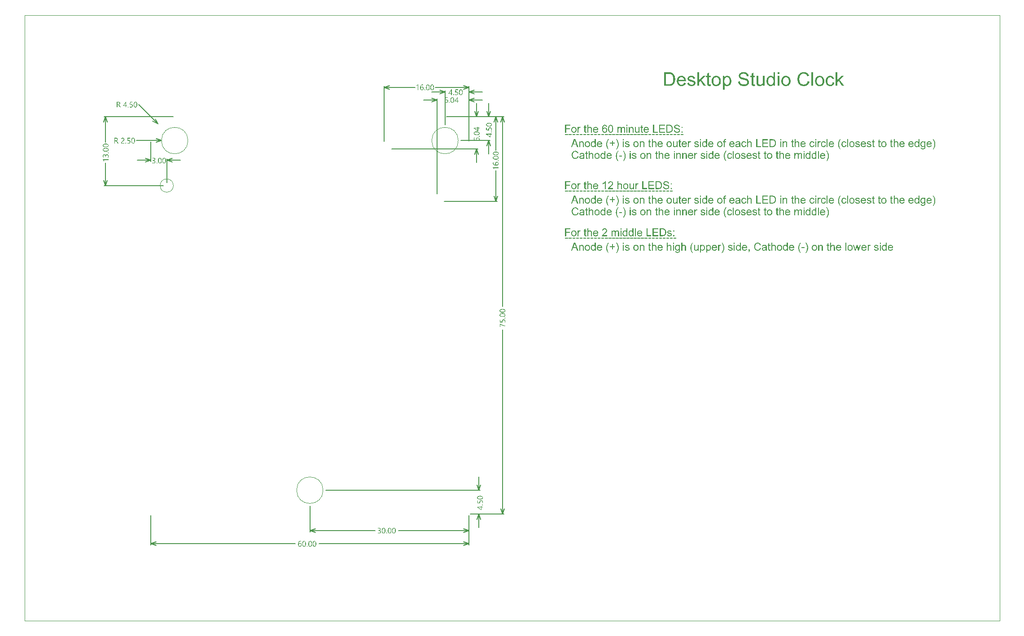
<source format=gbr>
%TF.GenerationSoftware,Altium Limited,Altium Designer,20.1.8 (145)*%
G04 Layer_Color=16771225*
%FSLAX44Y44*%
%MOMM*%
%TF.SameCoordinates,743C107F-9E53-4DF5-BF78-65164CE4EDE1*%
%TF.FilePolarity,Positive*%
%TF.FileFunction,Other,Sheet*%
%TF.Part,Single*%
G01*
G75*
%TA.AperFunction,NonConductor*%
%ADD89C,0.1016*%
%ADD90C,0.1524*%
%ADD154C,0.0254*%
G36*
X599223Y282652D02*
X597424D01*
Y284705D01*
X599223D01*
Y282652D01*
D02*
G37*
G36*
X556885Y284747D02*
X557033D01*
X557202Y284726D01*
X557604Y284641D01*
X558049Y284535D01*
X558514Y284366D01*
X558980Y284112D01*
X559212Y283964D01*
X559424Y283795D01*
X559445Y283774D01*
X559466Y283752D01*
X559530Y283689D01*
X559593Y283626D01*
X559699Y283520D01*
X559784Y283393D01*
X560017Y283097D01*
X560249Y282716D01*
X560461Y282250D01*
X560651Y281721D01*
X560778Y281129D01*
X558980Y280981D01*
Y281002D01*
X558959Y281023D01*
X558937Y281150D01*
X558874Y281340D01*
X558789Y281573D01*
X558705Y281827D01*
X558578Y282081D01*
X558430Y282314D01*
X558282Y282504D01*
X558239Y282546D01*
X558155Y282631D01*
X558007Y282758D01*
X557795Y282906D01*
X557520Y283033D01*
X557224Y283160D01*
X556864Y283245D01*
X556483Y283287D01*
X556335D01*
X556166Y283266D01*
X555975Y283223D01*
X555721Y283160D01*
X555467Y283075D01*
X555214Y282970D01*
X554960Y282800D01*
X554917Y282779D01*
X554812Y282694D01*
X554664Y282546D01*
X554473Y282335D01*
X554262Y282081D01*
X554029Y281785D01*
X553817Y281404D01*
X553606Y280981D01*
Y280960D01*
X553584Y280917D01*
X553563Y280854D01*
X553521Y280769D01*
X553500Y280642D01*
X553457Y280494D01*
X553415Y280325D01*
X553373Y280113D01*
X553309Y279881D01*
X553267Y279627D01*
X553225Y279352D01*
X553204Y279055D01*
X553161Y278717D01*
X553140Y278378D01*
X553119Y277997D01*
Y277617D01*
X553140Y277638D01*
X553225Y277765D01*
X553373Y277934D01*
X553563Y278146D01*
X553775Y278399D01*
X554050Y278632D01*
X554346Y278865D01*
X554685Y279076D01*
X554706D01*
X554727Y279098D01*
X554854Y279161D01*
X555044Y279225D01*
X555298Y279330D01*
X555594Y279415D01*
X555933Y279478D01*
X556293Y279542D01*
X556674Y279563D01*
X556843D01*
X556970Y279542D01*
X557139Y279521D01*
X557308Y279500D01*
X557520Y279457D01*
X557731Y279394D01*
X558218Y279246D01*
X558472Y279140D01*
X558726Y278992D01*
X558980Y278844D01*
X559255Y278675D01*
X559509Y278463D01*
X559742Y278230D01*
X559763Y278209D01*
X559805Y278167D01*
X559868Y278103D01*
X559932Y277997D01*
X560038Y277849D01*
X560144Y277701D01*
X560249Y277511D01*
X560376Y277299D01*
X560503Y277066D01*
X560609Y276813D01*
X560715Y276516D01*
X560821Y276220D01*
X560884Y275903D01*
X560947Y275543D01*
X560990Y275183D01*
X561011Y274802D01*
Y274781D01*
Y274739D01*
Y274676D01*
Y274570D01*
X560990Y274443D01*
Y274316D01*
X560926Y273977D01*
X560863Y273575D01*
X560757Y273152D01*
X560609Y272687D01*
X560397Y272242D01*
Y272221D01*
X560376Y272200D01*
X560334Y272137D01*
X560292Y272052D01*
X560165Y271840D01*
X559974Y271565D01*
X559742Y271269D01*
X559466Y270973D01*
X559128Y270677D01*
X558768Y270423D01*
X558747D01*
X558726Y270402D01*
X558662Y270359D01*
X558578Y270338D01*
X558366Y270232D01*
X558091Y270127D01*
X557731Y270000D01*
X557329Y269915D01*
X556885Y269830D01*
X556399Y269809D01*
X556293D01*
X556187Y269830D01*
X556018D01*
X555827Y269851D01*
X555616Y269894D01*
X555362Y269957D01*
X555108Y270021D01*
X554812Y270105D01*
X554515Y270211D01*
X554219Y270338D01*
X553902Y270507D01*
X553606Y270698D01*
X553309Y270909D01*
X553013Y271163D01*
X552738Y271460D01*
X552717Y271481D01*
X552675Y271544D01*
X552611Y271629D01*
X552527Y271777D01*
X552400Y271967D01*
X552294Y272179D01*
X552167Y272454D01*
X552040Y272750D01*
X551892Y273110D01*
X551765Y273512D01*
X551659Y273956D01*
X551553Y274443D01*
X551447Y274993D01*
X551384Y275585D01*
X551342Y276220D01*
X551320Y276897D01*
Y276918D01*
Y276940D01*
Y277003D01*
Y277088D01*
X551342Y277299D01*
Y277595D01*
X551363Y277934D01*
X551405Y278336D01*
X551447Y278780D01*
X551511Y279267D01*
X551596Y279753D01*
X551701Y280282D01*
X551828Y280790D01*
X551976Y281298D01*
X552167Y281785D01*
X552378Y282250D01*
X552611Y282694D01*
X552886Y283075D01*
X552907Y283097D01*
X552950Y283139D01*
X553034Y283223D01*
X553140Y283350D01*
X553267Y283477D01*
X553436Y283604D01*
X553648Y283774D01*
X553859Y283922D01*
X554113Y284070D01*
X554389Y284239D01*
X554706Y284366D01*
X555023Y284514D01*
X555383Y284620D01*
X555764Y284705D01*
X556166Y284747D01*
X556589Y284768D01*
X556758D01*
X556885Y284747D01*
D02*
G37*
G36*
X692996Y284937D02*
X693144D01*
X693546Y284895D01*
X693990Y284832D01*
X694456Y284726D01*
X694964Y284599D01*
X695429Y284429D01*
X695450D01*
X695492Y284408D01*
X695556Y284366D01*
X695641Y284324D01*
X695852Y284218D01*
X696127Y284028D01*
X696445Y283816D01*
X696762Y283541D01*
X697058Y283223D01*
X697333Y282864D01*
Y282843D01*
X697354Y282822D01*
X697397Y282758D01*
X697439Y282694D01*
X697545Y282483D01*
X697672Y282208D01*
X697820Y281869D01*
X697926Y281467D01*
X698031Y281044D01*
X698074Y280579D01*
X696212Y280431D01*
Y280452D01*
Y280494D01*
X696191Y280558D01*
X696170Y280663D01*
X696106Y280896D01*
X696021Y281213D01*
X695894Y281552D01*
X695704Y281891D01*
X695471Y282208D01*
X695175Y282504D01*
X695133Y282525D01*
X695027Y282610D01*
X694815Y282737D01*
X694540Y282864D01*
X694181Y282991D01*
X693757Y283118D01*
X693229Y283202D01*
X692636Y283223D01*
X692340D01*
X692213Y283202D01*
X692044Y283181D01*
X691663Y283139D01*
X691240Y283054D01*
X690816Y282948D01*
X690415Y282779D01*
X690245Y282673D01*
X690076Y282568D01*
X690034Y282546D01*
X689949Y282462D01*
X689822Y282314D01*
X689695Y282144D01*
X689547Y281912D01*
X689420Y281658D01*
X689335Y281362D01*
X689293Y281023D01*
Y280981D01*
Y280896D01*
X689314Y280748D01*
X689357Y280579D01*
X689420Y280367D01*
X689526Y280156D01*
X689653Y279944D01*
X689843Y279732D01*
X689864Y279711D01*
X689970Y279648D01*
X690055Y279584D01*
X690139Y279542D01*
X690266Y279478D01*
X690415Y279394D01*
X690605Y279330D01*
X690816Y279246D01*
X691049Y279161D01*
X691324Y279055D01*
X691620Y278971D01*
X691959Y278865D01*
X692340Y278780D01*
X692763Y278675D01*
X692784D01*
X692869Y278653D01*
X692996Y278632D01*
X693144Y278590D01*
X693334Y278547D01*
X693567Y278484D01*
X693800Y278421D01*
X694054Y278357D01*
X694604Y278209D01*
X695133Y278061D01*
X695387Y277976D01*
X695619Y277892D01*
X695831Y277828D01*
X696000Y277743D01*
X696021D01*
X696064Y277722D01*
X696127Y277680D01*
X696212Y277638D01*
X696445Y277511D01*
X696720Y277341D01*
X697037Y277109D01*
X697354Y276855D01*
X697651Y276559D01*
X697905Y276241D01*
X697926Y276199D01*
X698010Y276093D01*
X698095Y275903D01*
X698222Y275649D01*
X698328Y275353D01*
X698434Y274993D01*
X698497Y274591D01*
X698518Y274168D01*
Y274147D01*
Y274125D01*
Y274062D01*
Y273977D01*
X698476Y273745D01*
X698434Y273448D01*
X698349Y273110D01*
X698243Y272750D01*
X698074Y272369D01*
X697841Y271967D01*
Y271946D01*
X697820Y271925D01*
X697714Y271798D01*
X697566Y271608D01*
X697354Y271396D01*
X697079Y271142D01*
X696741Y270867D01*
X696360Y270613D01*
X695916Y270380D01*
X695894D01*
X695852Y270359D01*
X695789Y270338D01*
X695704Y270296D01*
X695577Y270254D01*
X695429Y270190D01*
X695090Y270105D01*
X694688Y270000D01*
X694202Y269894D01*
X693673Y269830D01*
X693102Y269809D01*
X692763D01*
X692594Y269830D01*
X692403D01*
X692192Y269851D01*
X691938Y269873D01*
X691409Y269957D01*
X690859Y270042D01*
X690309Y270190D01*
X689780Y270380D01*
X689759D01*
X689716Y270402D01*
X689653Y270444D01*
X689568Y270486D01*
X689314Y270613D01*
X689018Y270804D01*
X688680Y271057D01*
X688320Y271354D01*
X687981Y271713D01*
X687664Y272115D01*
Y272137D01*
X687622Y272179D01*
X687600Y272242D01*
X687537Y272327D01*
X687495Y272433D01*
X687431Y272560D01*
X687283Y272877D01*
X687135Y273279D01*
X687008Y273724D01*
X686923Y274231D01*
X686881Y274760D01*
X688701Y274930D01*
Y274908D01*
Y274887D01*
X688722Y274824D01*
Y274739D01*
X688764Y274549D01*
X688828Y274274D01*
X688912Y273999D01*
X688997Y273681D01*
X689145Y273385D01*
X689293Y273110D01*
X689314Y273089D01*
X689378Y273004D01*
X689484Y272856D01*
X689653Y272708D01*
X689864Y272517D01*
X690097Y272327D01*
X690415Y272137D01*
X690753Y271967D01*
X690774D01*
X690795Y271946D01*
X690859Y271925D01*
X690922Y271904D01*
X691134Y271840D01*
X691409Y271756D01*
X691748Y271671D01*
X692128Y271608D01*
X692551Y271565D01*
X693017Y271544D01*
X693207D01*
X693419Y271565D01*
X693673Y271586D01*
X693969Y271629D01*
X694308Y271671D01*
X694646Y271756D01*
X694964Y271861D01*
X695006Y271883D01*
X695112Y271925D01*
X695260Y272010D01*
X695450Y272094D01*
X695641Y272242D01*
X695852Y272390D01*
X696064Y272560D01*
X696233Y272771D01*
X696254Y272792D01*
X696296Y272877D01*
X696360Y272983D01*
X696445Y273152D01*
X696529Y273321D01*
X696593Y273533D01*
X696635Y273766D01*
X696656Y274020D01*
Y274041D01*
Y274147D01*
X696635Y274274D01*
X696614Y274443D01*
X696550Y274612D01*
X696487Y274824D01*
X696381Y275035D01*
X696233Y275226D01*
X696212Y275247D01*
X696148Y275310D01*
X696064Y275395D01*
X695916Y275522D01*
X695746Y275649D01*
X695514Y275797D01*
X695239Y275945D01*
X694921Y276072D01*
X694900Y276093D01*
X694794Y276114D01*
X694625Y276178D01*
X694519Y276199D01*
X694371Y276241D01*
X694223Y276305D01*
X694033Y276347D01*
X693821Y276411D01*
X693567Y276474D01*
X693313Y276537D01*
X693017Y276622D01*
X692678Y276707D01*
X692319Y276791D01*
X692298D01*
X692234Y276813D01*
X692128Y276834D01*
X692001Y276876D01*
X691832Y276918D01*
X691642Y276961D01*
X691218Y277088D01*
X690753Y277236D01*
X690266Y277384D01*
X689843Y277532D01*
X689653Y277617D01*
X689484Y277701D01*
X689462D01*
X689441Y277722D01*
X689314Y277807D01*
X689124Y277913D01*
X688912Y278082D01*
X688658Y278272D01*
X688404Y278505D01*
X688151Y278780D01*
X687939Y279076D01*
X687918Y279119D01*
X687854Y279225D01*
X687770Y279394D01*
X687685Y279605D01*
X687600Y279881D01*
X687516Y280198D01*
X687452Y280536D01*
X687431Y280896D01*
Y280917D01*
Y280938D01*
Y281002D01*
Y281087D01*
X687474Y281298D01*
X687516Y281573D01*
X687579Y281891D01*
X687685Y282250D01*
X687833Y282610D01*
X688045Y282970D01*
Y282991D01*
X688066Y283012D01*
X688172Y283139D01*
X688320Y283308D01*
X688510Y283520D01*
X688764Y283752D01*
X689082Y284006D01*
X689462Y284239D01*
X689886Y284451D01*
X689907D01*
X689949Y284472D01*
X690013Y284493D01*
X690097Y284535D01*
X690203Y284578D01*
X690351Y284620D01*
X690668Y284705D01*
X691070Y284789D01*
X691536Y284874D01*
X692022Y284937D01*
X692573Y284958D01*
X692848D01*
X692996Y284937D01*
D02*
G37*
G36*
X607284Y280896D02*
X607517Y280875D01*
X607792Y280833D01*
X608088Y280769D01*
X608405Y280685D01*
X608702Y280558D01*
X608744Y280536D01*
X608829Y280494D01*
X608977Y280431D01*
X609146Y280325D01*
X609357Y280198D01*
X609548Y280029D01*
X609738Y279859D01*
X609908Y279648D01*
X609929Y279627D01*
X609971Y279542D01*
X610034Y279436D01*
X610140Y279288D01*
X610225Y279076D01*
X610310Y278865D01*
X610415Y278611D01*
X610479Y278336D01*
Y278315D01*
X610500Y278230D01*
X610521Y278103D01*
X610542Y277934D01*
Y277680D01*
X610564Y277384D01*
X610585Y277024D01*
Y276580D01*
Y270063D01*
X608786D01*
Y276495D01*
Y276516D01*
Y276537D01*
Y276686D01*
Y276876D01*
X608765Y277109D01*
X608744Y277384D01*
X608702Y277659D01*
X608638Y277913D01*
X608575Y278146D01*
Y278167D01*
X608532Y278230D01*
X608469Y278336D01*
X608405Y278463D01*
X608299Y278590D01*
X608173Y278738D01*
X608003Y278886D01*
X607813Y279013D01*
X607792Y279034D01*
X607728Y279076D01*
X607601Y279119D01*
X607453Y279182D01*
X607284Y279246D01*
X607072Y279309D01*
X606819Y279330D01*
X606565Y279352D01*
X606459D01*
X606374Y279330D01*
X606163Y279309D01*
X605887Y279267D01*
X605591Y279161D01*
X605253Y279034D01*
X604914Y278865D01*
X604597Y278611D01*
X604554Y278569D01*
X604470Y278463D01*
X604406Y278378D01*
X604343Y278272D01*
X604258Y278146D01*
X604195Y277997D01*
X604110Y277828D01*
X604026Y277617D01*
X603962Y277384D01*
X603899Y277130D01*
X603856Y276855D01*
X603814Y276559D01*
X603772Y276199D01*
Y275839D01*
Y270063D01*
X601973D01*
Y280685D01*
X603581D01*
Y279161D01*
X603602Y279182D01*
X603645Y279246D01*
X603708Y279330D01*
X603793Y279436D01*
X603920Y279563D01*
X604068Y279711D01*
X604237Y279881D01*
X604449Y280050D01*
X604660Y280198D01*
X604914Y280367D01*
X605189Y280515D01*
X605485Y280642D01*
X605824Y280748D01*
X606163Y280833D01*
X606543Y280896D01*
X606945Y280917D01*
X607115D01*
X607284Y280896D01*
D02*
G37*
G36*
X509491D02*
X509724Y280854D01*
X509999Y280769D01*
X510295Y280663D01*
X510633Y280515D01*
X510993Y280325D01*
X510337Y278675D01*
X510316Y278696D01*
X510231Y278738D01*
X510104Y278801D01*
X509935Y278865D01*
X509745Y278928D01*
X509512Y278992D01*
X509279Y279034D01*
X509046Y279055D01*
X508941D01*
X508835Y279034D01*
X508687Y279013D01*
X508539Y278971D01*
X508348Y278907D01*
X508158Y278823D01*
X507989Y278696D01*
X507967Y278675D01*
X507904Y278632D01*
X507840Y278547D01*
X507735Y278442D01*
X507629Y278294D01*
X507523Y278124D01*
X507417Y277934D01*
X507333Y277701D01*
X507312Y277659D01*
X507290Y277532D01*
X507248Y277341D01*
X507184Y277088D01*
X507121Y276770D01*
X507079Y276411D01*
X507058Y276030D01*
X507036Y275606D01*
Y270063D01*
X505238D01*
Y280685D01*
X506867D01*
Y279076D01*
X506888Y279098D01*
X506973Y279246D01*
X507079Y279436D01*
X507248Y279669D01*
X507417Y279902D01*
X507608Y280156D01*
X507798Y280367D01*
X507989Y280536D01*
X508010Y280558D01*
X508073Y280600D01*
X508200Y280663D01*
X508327Y280727D01*
X508496Y280790D01*
X508708Y280854D01*
X508919Y280896D01*
X509152Y280917D01*
X509300D01*
X509491Y280896D01*
D02*
G37*
G36*
X591733D02*
X591881D01*
X592029Y280875D01*
X592389Y280812D01*
X592769Y280706D01*
X593171Y280536D01*
X593573Y280325D01*
X593912Y280029D01*
X593954Y279986D01*
X594039Y279859D01*
X594187Y279669D01*
X594250Y279521D01*
X594335Y279373D01*
X594420Y279182D01*
X594483Y278992D01*
X594568Y278780D01*
X594631Y278526D01*
X594674Y278272D01*
X594716Y277976D01*
X594758Y277680D01*
Y277341D01*
Y270063D01*
X592960D01*
Y276728D01*
Y276749D01*
Y276770D01*
Y276897D01*
Y277088D01*
X592939Y277320D01*
X592918Y277574D01*
X592896Y277828D01*
X592854Y278082D01*
X592791Y278272D01*
Y278294D01*
X592748Y278357D01*
X592706Y278442D01*
X592643Y278547D01*
X592558Y278675D01*
X592452Y278801D01*
X592325Y278928D01*
X592156Y279055D01*
X592135Y279076D01*
X592071Y279098D01*
X591987Y279140D01*
X591838Y279203D01*
X591690Y279267D01*
X591500Y279309D01*
X591310Y279330D01*
X591077Y279352D01*
X590971D01*
X590886Y279330D01*
X590675Y279309D01*
X590421Y279267D01*
X590125Y279161D01*
X589807Y279034D01*
X589490Y278844D01*
X589194Y278590D01*
X589173Y278547D01*
X589088Y278442D01*
X588961Y278272D01*
X588834Y278019D01*
X588686Y277680D01*
X588580Y277278D01*
X588495Y276791D01*
X588453Y276220D01*
Y270063D01*
X586655D01*
Y276940D01*
Y276961D01*
Y277003D01*
Y277045D01*
Y277130D01*
X586633Y277363D01*
X586591Y277617D01*
X586549Y277913D01*
X586464Y278209D01*
X586358Y278484D01*
X586210Y278738D01*
X586189Y278759D01*
X586126Y278844D01*
X586020Y278928D01*
X585872Y279055D01*
X585681Y279161D01*
X585428Y279267D01*
X585131Y279330D01*
X584772Y279352D01*
X584645D01*
X584497Y279330D01*
X584327Y279309D01*
X584116Y279246D01*
X583862Y279182D01*
X583629Y279076D01*
X583375Y278950D01*
X583354Y278928D01*
X583269Y278865D01*
X583164Y278780D01*
X583016Y278653D01*
X582867Y278484D01*
X582719Y278272D01*
X582571Y278040D01*
X582444Y277765D01*
X582423Y277722D01*
X582402Y277617D01*
X582360Y277447D01*
X582296Y277215D01*
X582233Y276897D01*
X582190Y276516D01*
X582169Y276072D01*
X582148Y275564D01*
Y270063D01*
X580350D01*
Y280685D01*
X581958D01*
Y279161D01*
X581979Y279203D01*
X582042Y279288D01*
X582169Y279436D01*
X582317Y279605D01*
X582508Y279817D01*
X582740Y280029D01*
X582994Y280240D01*
X583291Y280431D01*
X583333Y280452D01*
X583439Y280515D01*
X583608Y280579D01*
X583841Y280685D01*
X584116Y280769D01*
X584433Y280833D01*
X584793Y280896D01*
X585174Y280917D01*
X585364D01*
X585597Y280896D01*
X585851Y280854D01*
X586168Y280790D01*
X586485Y280706D01*
X586803Y280579D01*
X587099Y280409D01*
X587141Y280388D01*
X587226Y280325D01*
X587353Y280219D01*
X587522Y280050D01*
X587691Y279859D01*
X587882Y279627D01*
X588051Y279352D01*
X588178Y279034D01*
X588199Y279055D01*
X588242Y279119D01*
X588305Y279203D01*
X588411Y279330D01*
X588538Y279478D01*
X588686Y279627D01*
X588855Y279796D01*
X589067Y279986D01*
X589300Y280156D01*
X589532Y280325D01*
X589807Y280473D01*
X590103Y280621D01*
X590421Y280748D01*
X590759Y280833D01*
X591098Y280896D01*
X591479Y280917D01*
X591627D01*
X591733Y280896D01*
D02*
G37*
G36*
X703490Y278632D02*
X701438D01*
Y280685D01*
X703490D01*
Y278632D01*
D02*
G37*
G36*
X621925Y270063D02*
X620317D01*
Y271608D01*
X620296Y271586D01*
X620254Y271523D01*
X620191Y271438D01*
X620085Y271333D01*
X619958Y271206D01*
X619810Y271036D01*
X619640Y270888D01*
X619429Y270719D01*
X619196Y270550D01*
X618942Y270402D01*
X618667Y270254D01*
X618371Y270105D01*
X618032Y270000D01*
X617694Y269915D01*
X617313Y269851D01*
X616932Y269830D01*
X616784D01*
X616594Y269851D01*
X616361Y269873D01*
X616086Y269915D01*
X615789Y269979D01*
X615493Y270063D01*
X615176Y270190D01*
X615134Y270211D01*
X615049Y270254D01*
X614901Y270338D01*
X614732Y270444D01*
X614520Y270571D01*
X614330Y270719D01*
X614139Y270888D01*
X613970Y271079D01*
X613949Y271100D01*
X613907Y271185D01*
X613843Y271290D01*
X613758Y271460D01*
X613653Y271650D01*
X613568Y271883D01*
X613483Y272137D01*
X613420Y272412D01*
Y272433D01*
X613399Y272517D01*
X613377Y272644D01*
Y272814D01*
X613356Y273068D01*
X613335Y273343D01*
X613314Y273702D01*
Y274104D01*
Y280685D01*
X615112D01*
Y274781D01*
Y274760D01*
Y274718D01*
Y274654D01*
Y274549D01*
Y274316D01*
X615134Y274020D01*
Y273702D01*
X615155Y273385D01*
X615176Y273110D01*
X615218Y272877D01*
Y272856D01*
X615261Y272771D01*
X615303Y272644D01*
X615366Y272475D01*
X615472Y272306D01*
X615599Y272115D01*
X615747Y271946D01*
X615938Y271777D01*
X615959Y271756D01*
X616043Y271713D01*
X616149Y271650D01*
X616319Y271586D01*
X616509Y271502D01*
X616742Y271438D01*
X616996Y271396D01*
X617292Y271375D01*
X617440D01*
X617588Y271396D01*
X617778Y271417D01*
X618011Y271481D01*
X618265Y271544D01*
X618540Y271650D01*
X618815Y271777D01*
X618857Y271798D01*
X618942Y271861D01*
X619069Y271946D01*
X619217Y272073D01*
X619386Y272242D01*
X619556Y272433D01*
X619704Y272644D01*
X619831Y272898D01*
X619852Y272941D01*
X619873Y273025D01*
X619915Y273195D01*
X619979Y273427D01*
X620042Y273724D01*
X620085Y274083D01*
X620106Y274506D01*
X620127Y274993D01*
Y280685D01*
X621925D01*
Y270063D01*
D02*
G37*
G36*
X703490D02*
X701438D01*
Y272115D01*
X703490D01*
Y270063D01*
D02*
G37*
G36*
X678777Y284683D02*
X679201Y284662D01*
X679624Y284620D01*
X680047Y284557D01*
X680407Y284493D01*
X680428D01*
X680470Y284472D01*
X680534D01*
X680618Y284429D01*
X680851Y284366D01*
X681147Y284260D01*
X681486Y284112D01*
X681845Y283922D01*
X682205Y283710D01*
X682544Y283435D01*
X682565Y283414D01*
X682586Y283393D01*
X682650Y283329D01*
X682734Y283266D01*
X682946Y283054D01*
X683200Y282758D01*
X683475Y282398D01*
X683771Y281975D01*
X684046Y281488D01*
X684279Y280938D01*
Y280917D01*
X684300Y280875D01*
X684342Y280790D01*
X684363Y280663D01*
X684427Y280515D01*
X684469Y280346D01*
X684511Y280156D01*
X684575Y279923D01*
X684638Y279690D01*
X684681Y279415D01*
X684786Y278823D01*
X684850Y278167D01*
X684871Y277447D01*
Y277426D01*
Y277384D01*
Y277278D01*
Y277172D01*
X684850Y277024D01*
Y276855D01*
X684829Y276453D01*
X684765Y275987D01*
X684702Y275501D01*
X684596Y274993D01*
X684469Y274485D01*
Y274464D01*
X684448Y274422D01*
X684427Y274358D01*
X684406Y274274D01*
X684321Y274041D01*
X684194Y273745D01*
X684067Y273406D01*
X683898Y273068D01*
X683686Y272708D01*
X683475Y272369D01*
X683454Y272327D01*
X683369Y272221D01*
X683242Y272073D01*
X683073Y271883D01*
X682882Y271671D01*
X682650Y271460D01*
X682417Y271227D01*
X682142Y271036D01*
X682099Y271015D01*
X682015Y270952D01*
X681867Y270867D01*
X681655Y270761D01*
X681401Y270634D01*
X681105Y270529D01*
X680766Y270402D01*
X680386Y270296D01*
X680343D01*
X680280Y270275D01*
X680216Y270254D01*
X680005Y270232D01*
X679708Y270190D01*
X679370Y270148D01*
X678968Y270105D01*
X678524Y270084D01*
X678037Y270063D01*
X672769D01*
Y284705D01*
X678397D01*
X678777Y284683D01*
D02*
G37*
G36*
X669743Y282970D02*
X661089D01*
Y278505D01*
X669193D01*
Y276770D01*
X661089D01*
Y271798D01*
X670081D01*
Y270063D01*
X659143D01*
Y284705D01*
X669743D01*
Y282970D01*
D02*
G37*
G36*
X649600Y271798D02*
X656815D01*
Y270063D01*
X647654D01*
Y284705D01*
X649600D01*
Y271798D01*
D02*
G37*
G36*
X599223Y270063D02*
X597424D01*
Y280685D01*
X599223D01*
Y270063D01*
D02*
G37*
G36*
X525254Y279457D02*
X525275Y279478D01*
X525317Y279521D01*
X525381Y279584D01*
X525486Y279690D01*
X525592Y279796D01*
X525740Y279923D01*
X525931Y280050D01*
X526121Y280198D01*
X526333Y280325D01*
X526565Y280452D01*
X527116Y280685D01*
X527412Y280790D01*
X527729Y280854D01*
X528068Y280896D01*
X528406Y280917D01*
X528597D01*
X528829Y280896D01*
X529104Y280854D01*
X529422Y280812D01*
X529760Y280727D01*
X530099Y280600D01*
X530437Y280452D01*
X530480Y280431D01*
X530586Y280367D01*
X530734Y280261D01*
X530924Y280113D01*
X531114Y279923D01*
X531326Y279711D01*
X531516Y279457D01*
X531686Y279161D01*
X531707Y279119D01*
X531749Y279013D01*
X531813Y278823D01*
X531876Y278547D01*
X531940Y278209D01*
X532003Y277807D01*
X532045Y277320D01*
X532067Y276770D01*
Y270063D01*
X530268D01*
Y276791D01*
Y276813D01*
Y276855D01*
Y276918D01*
Y277003D01*
X530247Y277236D01*
X530205Y277532D01*
X530120Y277849D01*
X530014Y278167D01*
X529866Y278484D01*
X529676Y278738D01*
X529655Y278759D01*
X529570Y278844D01*
X529443Y278950D01*
X529253Y279055D01*
X529020Y279182D01*
X528745Y279267D01*
X528406Y279352D01*
X528025Y279373D01*
X527898D01*
X527750Y279352D01*
X527539Y279330D01*
X527327Y279267D01*
X527073Y279203D01*
X526819Y279098D01*
X526544Y278950D01*
X526523Y278928D01*
X526438Y278865D01*
X526311Y278780D01*
X526163Y278653D01*
X525994Y278484D01*
X525825Y278294D01*
X525677Y278061D01*
X525550Y277807D01*
X525529Y277765D01*
X525508Y277680D01*
X525465Y277511D01*
X525402Y277299D01*
X525338Y277024D01*
X525296Y276686D01*
X525275Y276305D01*
X525254Y275860D01*
Y270063D01*
X523455D01*
Y284705D01*
X525254D01*
Y279457D01*
D02*
G37*
G36*
X491591Y282970D02*
X483635D01*
Y278442D01*
X490512D01*
Y276707D01*
X483635D01*
Y270063D01*
X481689D01*
Y284705D01*
X491591D01*
Y282970D01*
D02*
G37*
G36*
X626834Y280685D02*
X628654D01*
Y279288D01*
X626834D01*
Y273046D01*
Y273004D01*
Y272919D01*
Y272792D01*
X626855Y272644D01*
X626876Y272306D01*
X626898Y272158D01*
X626919Y272052D01*
X626940Y272010D01*
X627003Y271925D01*
X627088Y271819D01*
X627236Y271713D01*
X627279Y271692D01*
X627384Y271650D01*
X627575Y271608D01*
X627850Y271586D01*
X628061D01*
X628167Y271608D01*
X628315D01*
X628484Y271629D01*
X628654Y271650D01*
X628886Y270063D01*
X628844D01*
X628759Y270042D01*
X628611Y270021D01*
X628421Y270000D01*
X628209Y269957D01*
X627977Y269936D01*
X627511Y269915D01*
X627342D01*
X627173Y269936D01*
X626961Y269957D01*
X626707Y269979D01*
X626453Y270042D01*
X626221Y270105D01*
X625988Y270211D01*
X625967Y270232D01*
X625903Y270275D01*
X625818Y270338D01*
X625692Y270444D01*
X625586Y270550D01*
X625459Y270698D01*
X625332Y270846D01*
X625247Y271036D01*
Y271057D01*
X625205Y271142D01*
X625184Y271290D01*
X625141Y271502D01*
X625099Y271777D01*
X625078Y271946D01*
Y272137D01*
X625057Y272369D01*
X625036Y272602D01*
Y272856D01*
Y273152D01*
Y279288D01*
X623703D01*
Y280685D01*
X625036D01*
Y283308D01*
X626834Y284387D01*
Y280685D01*
D02*
G37*
G36*
X519858D02*
X521678D01*
Y279288D01*
X519858D01*
Y273046D01*
Y273004D01*
Y272919D01*
Y272792D01*
X519879Y272644D01*
X519901Y272306D01*
X519922Y272158D01*
X519943Y272052D01*
X519964Y272010D01*
X520028Y271925D01*
X520112Y271819D01*
X520260Y271713D01*
X520303Y271692D01*
X520408Y271650D01*
X520599Y271608D01*
X520874Y271586D01*
X521085D01*
X521191Y271608D01*
X521339D01*
X521509Y271629D01*
X521678Y271650D01*
X521911Y270063D01*
X521868D01*
X521784Y270042D01*
X521636Y270021D01*
X521445Y270000D01*
X521234Y269957D01*
X521001Y269936D01*
X520535Y269915D01*
X520366D01*
X520197Y269936D01*
X519985Y269957D01*
X519731Y269979D01*
X519477Y270042D01*
X519245Y270105D01*
X519012Y270211D01*
X518991Y270232D01*
X518927Y270275D01*
X518843Y270338D01*
X518716Y270444D01*
X518610Y270550D01*
X518483Y270698D01*
X518356Y270846D01*
X518271Y271036D01*
Y271057D01*
X518229Y271142D01*
X518208Y271290D01*
X518166Y271502D01*
X518123Y271777D01*
X518102Y271946D01*
Y272137D01*
X518081Y272369D01*
X518060Y272602D01*
Y272856D01*
Y273152D01*
Y279288D01*
X516727D01*
Y280685D01*
X518060D01*
Y283308D01*
X519858Y284387D01*
Y280685D01*
D02*
G37*
G36*
X635128Y280896D02*
X635297Y280875D01*
X635509Y280833D01*
X635742Y280790D01*
X636017Y280727D01*
X636271Y280663D01*
X636567Y280558D01*
X636842Y280452D01*
X637138Y280304D01*
X637434Y280134D01*
X637731Y279944D01*
X638006Y279711D01*
X638260Y279457D01*
X638281Y279436D01*
X638323Y279394D01*
X638386Y279309D01*
X638471Y279182D01*
X638577Y279034D01*
X638683Y278865D01*
X638810Y278653D01*
X638937Y278399D01*
X639064Y278124D01*
X639190Y277828D01*
X639296Y277490D01*
X639402Y277130D01*
X639487Y276728D01*
X639550Y276305D01*
X639593Y275860D01*
X639614Y275374D01*
Y275353D01*
Y275268D01*
Y275120D01*
X639593Y274908D01*
X631658D01*
Y274887D01*
Y274824D01*
X631679Y274739D01*
Y274612D01*
X631701Y274464D01*
X631743Y274295D01*
X631806Y273914D01*
X631933Y273491D01*
X632103Y273025D01*
X632335Y272602D01*
X632631Y272221D01*
X632653D01*
X632674Y272179D01*
X632801Y272073D01*
X632991Y271925D01*
X633245Y271777D01*
X633584Y271608D01*
X633964Y271460D01*
X634388Y271354D01*
X634620Y271333D01*
X634874Y271311D01*
X635043D01*
X635234Y271333D01*
X635467Y271375D01*
X635721Y271438D01*
X636017Y271523D01*
X636292Y271650D01*
X636567Y271819D01*
X636588Y271840D01*
X636694Y271925D01*
X636821Y272052D01*
X636969Y272221D01*
X637138Y272454D01*
X637329Y272750D01*
X637519Y273089D01*
X637688Y273491D01*
X639550Y273258D01*
Y273237D01*
X639529Y273195D01*
X639508Y273110D01*
X639466Y272983D01*
X639402Y272856D01*
X639339Y272687D01*
X639169Y272327D01*
X638958Y271925D01*
X638662Y271502D01*
X638323Y271100D01*
X637900Y270719D01*
X637879D01*
X637836Y270677D01*
X637773Y270634D01*
X637688Y270571D01*
X637561Y270507D01*
X637434Y270444D01*
X637265Y270359D01*
X637075Y270275D01*
X636863Y270190D01*
X636651Y270105D01*
X636123Y269979D01*
X635530Y269873D01*
X634874Y269830D01*
X634641D01*
X634493Y269851D01*
X634303Y269873D01*
X634070Y269915D01*
X633816Y269957D01*
X633541Y270000D01*
X632949Y270169D01*
X632631Y270296D01*
X632335Y270423D01*
X632018Y270592D01*
X631722Y270783D01*
X631447Y270994D01*
X631172Y271248D01*
X631150Y271269D01*
X631108Y271311D01*
X631045Y271396D01*
X630960Y271523D01*
X630854Y271671D01*
X630748Y271840D01*
X630621Y272052D01*
X630494Y272285D01*
X630368Y272560D01*
X630241Y272856D01*
X630135Y273195D01*
X630029Y273554D01*
X629944Y273935D01*
X629881Y274358D01*
X629839Y274802D01*
X629817Y275268D01*
Y275289D01*
Y275395D01*
Y275522D01*
X629839Y275712D01*
X629860Y275945D01*
X629881Y276199D01*
X629923Y276495D01*
X629987Y276791D01*
X630156Y277468D01*
X630262Y277807D01*
X630389Y278167D01*
X630558Y278505D01*
X630748Y278823D01*
X630960Y279140D01*
X631193Y279436D01*
X631214Y279457D01*
X631256Y279500D01*
X631341Y279563D01*
X631447Y279669D01*
X631574Y279775D01*
X631743Y279902D01*
X631933Y280050D01*
X632166Y280177D01*
X632399Y280325D01*
X632674Y280452D01*
X632970Y280579D01*
X633287Y280685D01*
X633626Y280790D01*
X633986Y280854D01*
X634366Y280896D01*
X634768Y280917D01*
X634980D01*
X635128Y280896D01*
D02*
G37*
G36*
X539535D02*
X539705Y280875D01*
X539916Y280833D01*
X540149Y280790D01*
X540424Y280727D01*
X540678Y280663D01*
X540974Y280558D01*
X541249Y280452D01*
X541545Y280304D01*
X541842Y280134D01*
X542138Y279944D01*
X542413Y279711D01*
X542667Y279457D01*
X542688Y279436D01*
X542730Y279394D01*
X542794Y279309D01*
X542878Y279182D01*
X542984Y279034D01*
X543090Y278865D01*
X543217Y278653D01*
X543344Y278399D01*
X543471Y278124D01*
X543598Y277828D01*
X543704Y277490D01*
X543809Y277130D01*
X543894Y276728D01*
X543957Y276305D01*
X544000Y275860D01*
X544021Y275374D01*
Y275353D01*
Y275268D01*
Y275120D01*
X544000Y274908D01*
X536065D01*
Y274887D01*
Y274824D01*
X536087Y274739D01*
Y274612D01*
X536108Y274464D01*
X536150Y274295D01*
X536214Y273914D01*
X536340Y273491D01*
X536510Y273025D01*
X536743Y272602D01*
X537039Y272221D01*
X537060D01*
X537081Y272179D01*
X537208Y272073D01*
X537398Y271925D01*
X537652Y271777D01*
X537991Y271608D01*
X538372Y271460D01*
X538795Y271354D01*
X539028Y271333D01*
X539282Y271311D01*
X539451D01*
X539641Y271333D01*
X539874Y271375D01*
X540128Y271438D01*
X540424Y271523D01*
X540699Y271650D01*
X540974Y271819D01*
X540995Y271840D01*
X541101Y271925D01*
X541228Y272052D01*
X541376Y272221D01*
X541545Y272454D01*
X541736Y272750D01*
X541926Y273089D01*
X542095Y273491D01*
X543957Y273258D01*
Y273237D01*
X543936Y273195D01*
X543915Y273110D01*
X543873Y272983D01*
X543809Y272856D01*
X543746Y272687D01*
X543577Y272327D01*
X543365Y271925D01*
X543069Y271502D01*
X542730Y271100D01*
X542307Y270719D01*
X542286D01*
X542244Y270677D01*
X542180Y270634D01*
X542095Y270571D01*
X541969Y270507D01*
X541842Y270444D01*
X541672Y270359D01*
X541482Y270275D01*
X541270Y270190D01*
X541059Y270105D01*
X540530Y269979D01*
X539937Y269873D01*
X539282Y269830D01*
X539049D01*
X538901Y269851D01*
X538710Y269873D01*
X538478Y269915D01*
X538224Y269957D01*
X537948Y270000D01*
X537356Y270169D01*
X537039Y270296D01*
X536743Y270423D01*
X536425Y270592D01*
X536129Y270783D01*
X535854Y270994D01*
X535579Y271248D01*
X535558Y271269D01*
X535515Y271311D01*
X535452Y271396D01*
X535367Y271523D01*
X535261Y271671D01*
X535156Y271840D01*
X535029Y272052D01*
X534902Y272285D01*
X534775Y272560D01*
X534648Y272856D01*
X534542Y273195D01*
X534436Y273554D01*
X534352Y273935D01*
X534288Y274358D01*
X534246Y274802D01*
X534225Y275268D01*
Y275289D01*
Y275395D01*
Y275522D01*
X534246Y275712D01*
X534267Y275945D01*
X534288Y276199D01*
X534330Y276495D01*
X534394Y276791D01*
X534563Y277468D01*
X534669Y277807D01*
X534796Y278167D01*
X534965Y278505D01*
X535156Y278823D01*
X535367Y279140D01*
X535600Y279436D01*
X535621Y279457D01*
X535663Y279500D01*
X535748Y279563D01*
X535854Y279669D01*
X535981Y279775D01*
X536150Y279902D01*
X536340Y280050D01*
X536573Y280177D01*
X536806Y280325D01*
X537081Y280452D01*
X537377Y280579D01*
X537695Y280685D01*
X538033Y280790D01*
X538393Y280854D01*
X538774Y280896D01*
X539176Y280917D01*
X539387D01*
X539535Y280896D01*
D02*
G37*
G36*
X498531D02*
X498721Y280875D01*
X498933Y280833D01*
X499165Y280790D01*
X499441Y280748D01*
X500012Y280558D01*
X500308Y280452D01*
X500604Y280304D01*
X500900Y280156D01*
X501197Y279944D01*
X501472Y279732D01*
X501747Y279478D01*
X501768Y279457D01*
X501810Y279415D01*
X501874Y279330D01*
X501958Y279225D01*
X502064Y279076D01*
X502191Y278886D01*
X502318Y278675D01*
X502445Y278442D01*
X502572Y278188D01*
X502699Y277871D01*
X502826Y277553D01*
X502932Y277193D01*
X503016Y276813D01*
X503080Y276411D01*
X503122Y275987D01*
X503143Y275522D01*
Y275501D01*
Y275437D01*
Y275331D01*
Y275183D01*
X503122Y275014D01*
X503101Y274802D01*
Y274591D01*
X503059Y274358D01*
X502995Y273829D01*
X502868Y273300D01*
X502720Y272771D01*
X502509Y272285D01*
Y272264D01*
X502487Y272242D01*
X502445Y272179D01*
X502403Y272094D01*
X502255Y271883D01*
X502064Y271629D01*
X501810Y271333D01*
X501493Y271036D01*
X501133Y270740D01*
X500710Y270465D01*
X500689D01*
X500668Y270444D01*
X500604Y270402D01*
X500499Y270359D01*
X500393Y270317D01*
X500266Y270275D01*
X499948Y270148D01*
X499589Y270042D01*
X499144Y269936D01*
X498679Y269851D01*
X498171Y269830D01*
X497960D01*
X497790Y269851D01*
X497600Y269873D01*
X497388Y269915D01*
X497134Y269957D01*
X496880Y270000D01*
X496309Y270169D01*
X495992Y270296D01*
X495696Y270423D01*
X495399Y270592D01*
X495103Y270783D01*
X494828Y270994D01*
X494553Y271248D01*
X494532Y271269D01*
X494490Y271311D01*
X494426Y271396D01*
X494342Y271523D01*
X494236Y271671D01*
X494130Y271840D01*
X494003Y272052D01*
X493876Y272306D01*
X493749Y272581D01*
X493622Y272898D01*
X493516Y273237D01*
X493410Y273596D01*
X493326Y273999D01*
X493262Y274422D01*
X493220Y274887D01*
X493199Y275374D01*
Y275416D01*
Y275501D01*
X493220Y275649D01*
Y275860D01*
X493241Y276093D01*
X493284Y276389D01*
X493326Y276686D01*
X493410Y277024D01*
X493495Y277363D01*
X493601Y277722D01*
X493728Y278103D01*
X493897Y278463D01*
X494066Y278801D01*
X494299Y279140D01*
X494532Y279457D01*
X494828Y279732D01*
X494849Y279753D01*
X494892Y279775D01*
X494976Y279838D01*
X495082Y279923D01*
X495209Y280007D01*
X495378Y280113D01*
X495547Y280219D01*
X495759Y280325D01*
X495992Y280431D01*
X496246Y280536D01*
X496817Y280727D01*
X497473Y280875D01*
X497811Y280896D01*
X498171Y280917D01*
X498383D01*
X498531Y280896D01*
D02*
G37*
G36*
X567993Y284747D02*
X568268Y284705D01*
X568586Y284641D01*
X568924Y284557D01*
X569284Y284451D01*
X569622Y284281D01*
X569644D01*
X569665Y284260D01*
X569771Y284197D01*
X569940Y284091D01*
X570151Y283943D01*
X570384Y283731D01*
X570638Y283498D01*
X570871Y283223D01*
X571103Y282906D01*
X571125Y282864D01*
X571209Y282758D01*
X571294Y282568D01*
X571442Y282292D01*
X571569Y281975D01*
X571738Y281616D01*
X571886Y281192D01*
X572013Y280727D01*
Y280706D01*
X572034Y280663D01*
X572056Y280600D01*
X572077Y280494D01*
X572098Y280367D01*
X572119Y280219D01*
X572161Y280029D01*
X572183Y279817D01*
X572225Y279584D01*
X572246Y279330D01*
X572267Y279034D01*
X572309Y278738D01*
X572331Y278399D01*
Y278061D01*
X572352Y277680D01*
Y277278D01*
Y277257D01*
Y277172D01*
Y277024D01*
Y276855D01*
X572331Y276622D01*
Y276368D01*
X572309Y276093D01*
X572288Y275797D01*
X572225Y275120D01*
X572119Y274422D01*
X571992Y273745D01*
X571907Y273427D01*
X571802Y273110D01*
Y273089D01*
X571781Y273046D01*
X571738Y272962D01*
X571696Y272856D01*
X571654Y272708D01*
X571569Y272560D01*
X571400Y272200D01*
X571188Y271819D01*
X570913Y271396D01*
X570596Y271015D01*
X570215Y270655D01*
X570194D01*
X570173Y270613D01*
X570109Y270571D01*
X570024Y270529D01*
X569919Y270465D01*
X569813Y270380D01*
X569495Y270232D01*
X569115Y270084D01*
X568670Y269936D01*
X568141Y269851D01*
X567570Y269809D01*
X567358D01*
X567210Y269830D01*
X567041Y269851D01*
X566829Y269894D01*
X566597Y269936D01*
X566343Y270000D01*
X566089Y270084D01*
X565814Y270169D01*
X565539Y270296D01*
X565264Y270444D01*
X564989Y270613D01*
X564714Y270825D01*
X564460Y271057D01*
X564227Y271311D01*
X564206Y271333D01*
X564164Y271396D01*
X564100Y271502D01*
X563994Y271671D01*
X563889Y271861D01*
X563783Y272115D01*
X563635Y272412D01*
X563508Y272750D01*
X563381Y273131D01*
X563254Y273575D01*
X563127Y274062D01*
X563021Y274612D01*
X562915Y275205D01*
X562852Y275839D01*
X562809Y276537D01*
X562788Y277278D01*
Y277299D01*
Y277384D01*
Y277532D01*
Y277701D01*
X562809Y277934D01*
Y278188D01*
X562831Y278463D01*
X562852Y278780D01*
X562915Y279436D01*
X563021Y280134D01*
X563148Y280833D01*
X563233Y281150D01*
X563317Y281467D01*
Y281488D01*
X563338Y281531D01*
X563381Y281616D01*
X563423Y281721D01*
X563465Y281869D01*
X563550Y282017D01*
X563719Y282377D01*
X563931Y282758D01*
X564206Y283160D01*
X564523Y283562D01*
X564904Y283901D01*
X564925D01*
X564946Y283943D01*
X565010Y283985D01*
X565094Y284028D01*
X565200Y284112D01*
X565327Y284176D01*
X565645Y284345D01*
X566026Y284493D01*
X566470Y284641D01*
X566999Y284726D01*
X567570Y284768D01*
X567760D01*
X567993Y284747D01*
D02*
G37*
G36*
X705268Y265082D02*
X699703D01*
Y266881D01*
X705268D01*
Y265082D01*
D02*
G37*
G36*
X698455D02*
X692890D01*
Y266881D01*
X698455D01*
Y265082D01*
D02*
G37*
G36*
X691642D02*
X686077D01*
Y266881D01*
X691642D01*
Y265082D01*
D02*
G37*
G36*
X684829D02*
X679264D01*
Y266881D01*
X684829D01*
Y265082D01*
D02*
G37*
G36*
X678016D02*
X672451D01*
Y266881D01*
X678016D01*
Y265082D01*
D02*
G37*
G36*
X671203D02*
X665638D01*
Y266881D01*
X671203D01*
Y265082D01*
D02*
G37*
G36*
X664390D02*
X658825D01*
Y266881D01*
X664390D01*
Y265082D01*
D02*
G37*
G36*
X657577D02*
X652012D01*
Y266881D01*
X657577D01*
Y265082D01*
D02*
G37*
G36*
X650764D02*
X645199D01*
Y266881D01*
X650764D01*
Y265082D01*
D02*
G37*
G36*
X643951D02*
X638386D01*
Y266881D01*
X643951D01*
Y265082D01*
D02*
G37*
G36*
X637138D02*
X631574D01*
Y266881D01*
X637138D01*
Y265082D01*
D02*
G37*
G36*
X630325D02*
X624761D01*
Y266881D01*
X630325D01*
Y265082D01*
D02*
G37*
G36*
X623512D02*
X617948D01*
Y266881D01*
X623512D01*
Y265082D01*
D02*
G37*
G36*
X616699D02*
X611135D01*
Y266881D01*
X616699D01*
Y265082D01*
D02*
G37*
G36*
X609886D02*
X604322D01*
Y266881D01*
X609886D01*
Y265082D01*
D02*
G37*
G36*
X603074D02*
X597509D01*
Y266881D01*
X603074D01*
Y265082D01*
D02*
G37*
G36*
X596260D02*
X590696D01*
Y266881D01*
X596260D01*
Y265082D01*
D02*
G37*
G36*
X589448D02*
X583883D01*
Y266881D01*
X589448D01*
Y265082D01*
D02*
G37*
G36*
X582635D02*
X577070D01*
Y266881D01*
X582635D01*
Y265082D01*
D02*
G37*
G36*
X575822D02*
X570257D01*
Y266881D01*
X575822D01*
Y265082D01*
D02*
G37*
G36*
X569009D02*
X563444D01*
Y266881D01*
X569009D01*
Y265082D01*
D02*
G37*
G36*
X562196D02*
X556631D01*
Y266881D01*
X562196D01*
Y265082D01*
D02*
G37*
G36*
X555383D02*
X549818D01*
Y266881D01*
X555383D01*
Y265082D01*
D02*
G37*
G36*
X548570D02*
X543005D01*
Y266881D01*
X548570D01*
Y265082D01*
D02*
G37*
G36*
X541757D02*
X536192D01*
Y266881D01*
X541757D01*
Y265082D01*
D02*
G37*
G36*
X534944D02*
X529380D01*
Y266881D01*
X534944D01*
Y265082D01*
D02*
G37*
G36*
X528131D02*
X522566D01*
Y266881D01*
X528131D01*
Y265082D01*
D02*
G37*
G36*
X521318D02*
X515754D01*
Y266881D01*
X521318D01*
Y265082D01*
D02*
G37*
G36*
X514505D02*
X508941D01*
Y266881D01*
X514505D01*
Y265082D01*
D02*
G37*
G36*
X507692D02*
X502128D01*
Y266881D01*
X507692D01*
Y265082D01*
D02*
G37*
G36*
X500879D02*
X495315D01*
Y266881D01*
X500879D01*
Y265082D01*
D02*
G37*
G36*
X494066D02*
X488502D01*
Y266881D01*
X494066D01*
Y265082D01*
D02*
G37*
G36*
X487253D02*
X481689D01*
Y266881D01*
X487253D01*
Y265082D01*
D02*
G37*
G36*
X784484Y257732D02*
X784738Y257711D01*
X785034Y257669D01*
X785330Y257626D01*
X785669Y257563D01*
X785394Y255997D01*
X785372D01*
X785309Y256018D01*
X785203Y256039D01*
X785055Y256061D01*
X784886D01*
X784717Y256082D01*
X784336Y256103D01*
X784209D01*
X784061Y256082D01*
X783891Y256061D01*
X783701Y256018D01*
X783511Y255955D01*
X783341Y255870D01*
X783193Y255743D01*
X783172Y255722D01*
X783151Y255680D01*
X783087Y255595D01*
X783024Y255447D01*
X782961Y255278D01*
X782918Y255066D01*
X782876Y254791D01*
X782855Y254453D01*
Y253479D01*
X784907D01*
Y252083D01*
X782855D01*
Y242858D01*
X781056D01*
Y252083D01*
X779469D01*
Y253479D01*
X781056D01*
Y254601D01*
Y254622D01*
Y254643D01*
Y254770D01*
X781077Y254960D01*
Y255193D01*
X781099Y255447D01*
X781141Y255722D01*
X781183Y255976D01*
X781247Y256187D01*
X781268Y256209D01*
X781289Y256315D01*
X781352Y256441D01*
X781458Y256590D01*
X781585Y256759D01*
X781733Y256949D01*
X781924Y257140D01*
X782157Y257309D01*
X782178Y257330D01*
X782283Y257372D01*
X782431Y257457D01*
X782643Y257542D01*
X782897Y257605D01*
X783214Y257690D01*
X783574Y257732D01*
X783997Y257753D01*
X784294D01*
X784484Y257732D01*
D02*
G37*
G36*
X955400Y255447D02*
X953601D01*
Y257499D01*
X955400D01*
Y255447D01*
D02*
G37*
G36*
X889386D02*
X887588D01*
Y257499D01*
X889386D01*
Y255447D01*
D02*
G37*
G36*
X738042D02*
X736243D01*
Y257499D01*
X738042D01*
Y255447D01*
D02*
G37*
G36*
X592367D02*
X590569D01*
Y257499D01*
X592367D01*
Y255447D01*
D02*
G37*
G36*
X1149886Y242858D02*
X1148214D01*
Y244191D01*
X1148193Y244170D01*
X1148172Y244127D01*
X1148109Y244043D01*
X1148024Y243937D01*
X1147918Y243831D01*
X1147791Y243704D01*
X1147643Y243556D01*
X1147453Y243408D01*
X1147262Y243260D01*
X1147051Y243112D01*
X1146797Y242985D01*
X1146522Y242879D01*
X1146247Y242773D01*
X1145929Y242689D01*
X1145591Y242646D01*
X1145231Y242625D01*
X1145104D01*
X1145020Y242646D01*
X1144766Y242668D01*
X1144470Y242710D01*
X1144110Y242794D01*
X1143708Y242921D01*
X1143306Y243091D01*
X1142904Y243323D01*
X1142883D01*
X1142861Y243366D01*
X1142735Y243450D01*
X1142544Y243620D01*
X1142311Y243831D01*
X1142036Y244106D01*
X1141761Y244445D01*
X1141486Y244826D01*
X1141253Y245270D01*
Y245291D01*
X1141232Y245333D01*
X1141211Y245397D01*
X1141169Y245481D01*
X1141126Y245608D01*
X1141063Y245757D01*
X1141021Y245905D01*
X1140978Y246095D01*
X1140873Y246518D01*
X1140767Y247005D01*
X1140703Y247555D01*
X1140682Y248147D01*
Y248169D01*
Y248211D01*
Y248295D01*
Y248423D01*
X1140703Y248549D01*
Y248719D01*
X1140746Y249100D01*
X1140809Y249544D01*
X1140915Y250030D01*
X1141042Y250538D01*
X1141211Y251025D01*
Y251046D01*
X1141232Y251088D01*
X1141275Y251152D01*
X1141317Y251236D01*
X1141444Y251469D01*
X1141613Y251765D01*
X1141825Y252083D01*
X1142100Y252400D01*
X1142417Y252739D01*
X1142798Y253014D01*
X1142819D01*
X1142840Y253035D01*
X1142904Y253077D01*
X1142988Y253120D01*
X1143200Y253225D01*
X1143496Y253374D01*
X1143835Y253500D01*
X1144237Y253606D01*
X1144681Y253691D01*
X1145147Y253712D01*
X1145316D01*
X1145485Y253691D01*
X1145718Y253670D01*
X1145993Y253606D01*
X1146289Y253543D01*
X1146585Y253437D01*
X1146860Y253289D01*
X1146903Y253268D01*
X1146987Y253225D01*
X1147114Y253120D01*
X1147283Y253014D01*
X1147495Y252866D01*
X1147685Y252675D01*
X1147897Y252485D01*
X1148087Y252252D01*
Y257499D01*
X1149886D01*
Y242858D01*
D02*
G37*
G36*
X749319D02*
X747647D01*
Y244191D01*
X747626Y244170D01*
X747605Y244127D01*
X747542Y244043D01*
X747457Y243937D01*
X747351Y243831D01*
X747224Y243704D01*
X747076Y243556D01*
X746886Y243408D01*
X746695Y243260D01*
X746484Y243112D01*
X746230Y242985D01*
X745955Y242879D01*
X745680Y242773D01*
X745362Y242689D01*
X745024Y242646D01*
X744664Y242625D01*
X744537D01*
X744453Y242646D01*
X744199Y242668D01*
X743902Y242710D01*
X743543Y242794D01*
X743141Y242921D01*
X742739Y243091D01*
X742337Y243323D01*
X742316D01*
X742294Y243366D01*
X742168Y243450D01*
X741977Y243620D01*
X741744Y243831D01*
X741469Y244106D01*
X741194Y244445D01*
X740919Y244826D01*
X740686Y245270D01*
Y245291D01*
X740665Y245333D01*
X740644Y245397D01*
X740602Y245481D01*
X740559Y245608D01*
X740496Y245757D01*
X740454Y245905D01*
X740411Y246095D01*
X740306Y246518D01*
X740200Y247005D01*
X740136Y247555D01*
X740115Y248147D01*
Y248169D01*
Y248211D01*
Y248295D01*
Y248423D01*
X740136Y248549D01*
Y248719D01*
X740179Y249100D01*
X740242Y249544D01*
X740348Y250030D01*
X740475Y250538D01*
X740644Y251025D01*
Y251046D01*
X740665Y251088D01*
X740708Y251152D01*
X740750Y251236D01*
X740877Y251469D01*
X741046Y251765D01*
X741258Y252083D01*
X741533Y252400D01*
X741850Y252739D01*
X742231Y253014D01*
X742252D01*
X742273Y253035D01*
X742337Y253077D01*
X742421Y253120D01*
X742633Y253225D01*
X742929Y253374D01*
X743268Y253500D01*
X743670Y253606D01*
X744114Y253691D01*
X744579Y253712D01*
X744749D01*
X744918Y253691D01*
X745151Y253670D01*
X745426Y253606D01*
X745722Y253543D01*
X746018Y253437D01*
X746293Y253289D01*
X746336Y253268D01*
X746420Y253225D01*
X746547Y253120D01*
X746717Y253014D01*
X746928Y252866D01*
X747119Y252675D01*
X747330Y252485D01*
X747521Y252252D01*
Y257499D01*
X749319D01*
Y242858D01*
D02*
G37*
G36*
X539366D02*
X537695D01*
Y244191D01*
X537673Y244170D01*
X537652Y244127D01*
X537589Y244043D01*
X537504Y243937D01*
X537398Y243831D01*
X537271Y243704D01*
X537123Y243556D01*
X536933Y243408D01*
X536743Y243260D01*
X536531Y243112D01*
X536277Y242985D01*
X536002Y242879D01*
X535727Y242773D01*
X535410Y242689D01*
X535071Y242646D01*
X534711Y242625D01*
X534584D01*
X534500Y242646D01*
X534246Y242668D01*
X533950Y242710D01*
X533590Y242794D01*
X533188Y242921D01*
X532786Y243091D01*
X532384Y243323D01*
X532363D01*
X532342Y243366D01*
X532215Y243450D01*
X532024Y243620D01*
X531791Y243831D01*
X531516Y244106D01*
X531241Y244445D01*
X530966Y244826D01*
X530734Y245270D01*
Y245291D01*
X530712Y245333D01*
X530691Y245397D01*
X530649Y245481D01*
X530607Y245608D01*
X530543Y245757D01*
X530501Y245905D01*
X530458Y246095D01*
X530353Y246518D01*
X530247Y247005D01*
X530183Y247555D01*
X530162Y248147D01*
Y248169D01*
Y248211D01*
Y248295D01*
Y248423D01*
X530183Y248549D01*
Y248719D01*
X530226Y249100D01*
X530289Y249544D01*
X530395Y250030D01*
X530522Y250538D01*
X530691Y251025D01*
Y251046D01*
X530712Y251088D01*
X530755Y251152D01*
X530797Y251236D01*
X530924Y251469D01*
X531093Y251765D01*
X531305Y252083D01*
X531580Y252400D01*
X531897Y252739D01*
X532278Y253014D01*
X532299D01*
X532320Y253035D01*
X532384Y253077D01*
X532469Y253120D01*
X532680Y253225D01*
X532976Y253374D01*
X533315Y253500D01*
X533717Y253606D01*
X534161Y253691D01*
X534627Y253712D01*
X534796D01*
X534965Y253691D01*
X535198Y253670D01*
X535473Y253606D01*
X535769Y253543D01*
X536065Y253437D01*
X536340Y253289D01*
X536383Y253268D01*
X536468Y253225D01*
X536594Y253120D01*
X536764Y253014D01*
X536975Y252866D01*
X537166Y252675D01*
X537377Y252485D01*
X537568Y252252D01*
Y257499D01*
X539366D01*
Y242858D01*
D02*
G37*
G36*
X897448Y253691D02*
X897680Y253670D01*
X897955Y253627D01*
X898251Y253564D01*
X898569Y253479D01*
X898865Y253352D01*
X898907Y253331D01*
X898992Y253289D01*
X899140Y253225D01*
X899309Y253120D01*
X899521Y252993D01*
X899711Y252823D01*
X899902Y252654D01*
X900071Y252442D01*
X900092Y252421D01*
X900135Y252337D01*
X900198Y252231D01*
X900304Y252083D01*
X900388Y251871D01*
X900473Y251660D01*
X900579Y251406D01*
X900642Y251131D01*
Y251110D01*
X900664Y251025D01*
X900685Y250898D01*
X900706Y250729D01*
Y250475D01*
X900727Y250179D01*
X900748Y249819D01*
Y249375D01*
Y242858D01*
X898950D01*
Y249290D01*
Y249311D01*
Y249332D01*
Y249480D01*
Y249671D01*
X898929Y249904D01*
X898907Y250179D01*
X898865Y250454D01*
X898802Y250708D01*
X898738Y250940D01*
Y250961D01*
X898696Y251025D01*
X898632Y251131D01*
X898569Y251258D01*
X898463Y251385D01*
X898336Y251533D01*
X898167Y251681D01*
X897977Y251808D01*
X897955Y251829D01*
X897892Y251871D01*
X897765Y251914D01*
X897617Y251977D01*
X897448Y252041D01*
X897236Y252104D01*
X896982Y252125D01*
X896728Y252146D01*
X896622D01*
X896538Y252125D01*
X896326Y252104D01*
X896051Y252062D01*
X895755Y251956D01*
X895416Y251829D01*
X895078Y251660D01*
X894760Y251406D01*
X894718Y251364D01*
X894633Y251258D01*
X894570Y251173D01*
X894507Y251067D01*
X894422Y250940D01*
X894358Y250792D01*
X894274Y250623D01*
X894189Y250411D01*
X894126Y250179D01*
X894062Y249925D01*
X894020Y249650D01*
X893978Y249354D01*
X893935Y248994D01*
Y248634D01*
Y242858D01*
X892137D01*
Y253479D01*
X893745D01*
Y251956D01*
X893766Y251977D01*
X893808Y252041D01*
X893872Y252125D01*
X893956Y252231D01*
X894083Y252358D01*
X894231Y252506D01*
X894401Y252675D01*
X894612Y252845D01*
X894824Y252993D01*
X895078Y253162D01*
X895353Y253310D01*
X895649Y253437D01*
X895988Y253543D01*
X896326Y253627D01*
X896707Y253691D01*
X897109Y253712D01*
X897278D01*
X897448Y253691D01*
D02*
G37*
G36*
X627744D02*
X627977Y253670D01*
X628252Y253627D01*
X628548Y253564D01*
X628865Y253479D01*
X629161Y253352D01*
X629204Y253331D01*
X629288Y253289D01*
X629437Y253225D01*
X629606Y253120D01*
X629817Y252993D01*
X630008Y252823D01*
X630198Y252654D01*
X630368Y252442D01*
X630389Y252421D01*
X630431Y252337D01*
X630494Y252231D01*
X630600Y252083D01*
X630685Y251871D01*
X630770Y251660D01*
X630875Y251406D01*
X630939Y251131D01*
Y251110D01*
X630960Y251025D01*
X630981Y250898D01*
X631002Y250729D01*
Y250475D01*
X631023Y250179D01*
X631045Y249819D01*
Y249375D01*
Y242858D01*
X629246D01*
Y249290D01*
Y249311D01*
Y249332D01*
Y249480D01*
Y249671D01*
X629225Y249904D01*
X629204Y250179D01*
X629161Y250454D01*
X629098Y250708D01*
X629035Y250940D01*
Y250961D01*
X628992Y251025D01*
X628929Y251131D01*
X628865Y251258D01*
X628759Y251385D01*
X628633Y251533D01*
X628463Y251681D01*
X628273Y251808D01*
X628252Y251829D01*
X628188Y251871D01*
X628061Y251914D01*
X627913Y251977D01*
X627744Y252041D01*
X627532Y252104D01*
X627279Y252125D01*
X627025Y252146D01*
X626919D01*
X626834Y252125D01*
X626623Y252104D01*
X626348Y252062D01*
X626051Y251956D01*
X625713Y251829D01*
X625374Y251660D01*
X625057Y251406D01*
X625014Y251364D01*
X624930Y251258D01*
X624866Y251173D01*
X624803Y251067D01*
X624718Y250940D01*
X624655Y250792D01*
X624570Y250623D01*
X624486Y250411D01*
X624422Y250179D01*
X624359Y249925D01*
X624316Y249650D01*
X624274Y249354D01*
X624232Y248994D01*
Y248634D01*
Y242858D01*
X622433D01*
Y253479D01*
X624041D01*
Y251956D01*
X624062Y251977D01*
X624105Y252041D01*
X624168Y252125D01*
X624253Y252231D01*
X624380Y252358D01*
X624528Y252506D01*
X624697Y252675D01*
X624909Y252845D01*
X625120Y252993D01*
X625374Y253162D01*
X625649Y253310D01*
X625946Y253437D01*
X626284Y253543D01*
X626623Y253627D01*
X627003Y253691D01*
X627405Y253712D01*
X627575D01*
X627744Y253691D01*
D02*
G37*
G36*
X513384D02*
X513617Y253670D01*
X513892Y253627D01*
X514188Y253564D01*
X514505Y253479D01*
X514801Y253352D01*
X514844Y253331D01*
X514928Y253289D01*
X515076Y253225D01*
X515246Y253120D01*
X515457Y252993D01*
X515648Y252823D01*
X515838Y252654D01*
X516007Y252442D01*
X516029Y252421D01*
X516071Y252337D01*
X516134Y252231D01*
X516240Y252083D01*
X516325Y251871D01*
X516409Y251660D01*
X516515Y251406D01*
X516579Y251131D01*
Y251110D01*
X516600Y251025D01*
X516621Y250898D01*
X516642Y250729D01*
Y250475D01*
X516663Y250179D01*
X516684Y249819D01*
Y249375D01*
Y242858D01*
X514886D01*
Y249290D01*
Y249311D01*
Y249332D01*
Y249480D01*
Y249671D01*
X514865Y249904D01*
X514844Y250179D01*
X514801Y250454D01*
X514738Y250708D01*
X514674Y250940D01*
Y250961D01*
X514632Y251025D01*
X514569Y251131D01*
X514505Y251258D01*
X514399Y251385D01*
X514272Y251533D01*
X514103Y251681D01*
X513913Y251808D01*
X513892Y251829D01*
X513828Y251871D01*
X513701Y251914D01*
X513553Y251977D01*
X513384Y252041D01*
X513172Y252104D01*
X512918Y252125D01*
X512664Y252146D01*
X512559D01*
X512474Y252125D01*
X512262Y252104D01*
X511987Y252062D01*
X511691Y251956D01*
X511353Y251829D01*
X511014Y251660D01*
X510697Y251406D01*
X510654Y251364D01*
X510570Y251258D01*
X510506Y251173D01*
X510443Y251067D01*
X510358Y250940D01*
X510295Y250792D01*
X510210Y250623D01*
X510126Y250411D01*
X510062Y250179D01*
X509999Y249925D01*
X509956Y249650D01*
X509914Y249354D01*
X509872Y248994D01*
Y248634D01*
Y242858D01*
X508073D01*
Y253479D01*
X509681D01*
Y251956D01*
X509702Y251977D01*
X509745Y252041D01*
X509808Y252125D01*
X509893Y252231D01*
X510020Y252358D01*
X510168Y252506D01*
X510337Y252675D01*
X510549Y252845D01*
X510760Y252993D01*
X511014Y253162D01*
X511289Y253310D01*
X511585Y253437D01*
X511924Y253543D01*
X512262Y253627D01*
X512643Y253691D01*
X513045Y253712D01*
X513215D01*
X513384Y253691D01*
D02*
G37*
G36*
X962382D02*
X962615Y253649D01*
X962890Y253564D01*
X963186Y253458D01*
X963525Y253310D01*
X963884Y253120D01*
X963228Y251469D01*
X963207Y251490D01*
X963123Y251533D01*
X962996Y251596D01*
X962826Y251660D01*
X962636Y251723D01*
X962403Y251787D01*
X962170Y251829D01*
X961938Y251850D01*
X961832D01*
X961726Y251829D01*
X961578Y251808D01*
X961430Y251765D01*
X961239Y251702D01*
X961049Y251617D01*
X960880Y251490D01*
X960859Y251469D01*
X960795Y251427D01*
X960732Y251342D01*
X960626Y251236D01*
X960520Y251088D01*
X960414Y250919D01*
X960309Y250729D01*
X960224Y250496D01*
X960203Y250454D01*
X960182Y250327D01*
X960139Y250136D01*
X960076Y249882D01*
X960012Y249565D01*
X959970Y249205D01*
X959949Y248825D01*
X959928Y248401D01*
Y242858D01*
X958129D01*
Y253479D01*
X959758D01*
Y251871D01*
X959780Y251892D01*
X959864Y252041D01*
X959970Y252231D01*
X960139Y252464D01*
X960309Y252696D01*
X960499Y252950D01*
X960689Y253162D01*
X960880Y253331D01*
X960901Y253352D01*
X960964Y253395D01*
X961091Y253458D01*
X961218Y253522D01*
X961388Y253585D01*
X961599Y253649D01*
X961811Y253691D01*
X962044Y253712D01*
X962192D01*
X962382Y253691D01*
D02*
G37*
G36*
X717730D02*
X717962Y253649D01*
X718238Y253564D01*
X718534Y253458D01*
X718872Y253310D01*
X719232Y253120D01*
X718576Y251469D01*
X718555Y251490D01*
X718470Y251533D01*
X718343Y251596D01*
X718174Y251660D01*
X717984Y251723D01*
X717751Y251787D01*
X717518Y251829D01*
X717285Y251850D01*
X717180D01*
X717074Y251829D01*
X716926Y251808D01*
X716778Y251765D01*
X716587Y251702D01*
X716397Y251617D01*
X716227Y251490D01*
X716206Y251469D01*
X716143Y251427D01*
X716079Y251342D01*
X715974Y251236D01*
X715868Y251088D01*
X715762Y250919D01*
X715656Y250729D01*
X715572Y250496D01*
X715551Y250454D01*
X715529Y250327D01*
X715487Y250136D01*
X715424Y249882D01*
X715360Y249565D01*
X715318Y249205D01*
X715297Y248825D01*
X715275Y248401D01*
Y242858D01*
X713477D01*
Y253479D01*
X715106D01*
Y251871D01*
X715127Y251892D01*
X715212Y252041D01*
X715318Y252231D01*
X715487Y252464D01*
X715656Y252696D01*
X715847Y252950D01*
X716037Y253162D01*
X716227Y253331D01*
X716249Y253352D01*
X716312Y253395D01*
X716439Y253458D01*
X716566Y253522D01*
X716735Y253585D01*
X716947Y253649D01*
X717159Y253691D01*
X717391Y253712D01*
X717539D01*
X717730Y253691D01*
D02*
G37*
G36*
X1055351D02*
X1055668Y253670D01*
X1056007Y253627D01*
X1056367Y253543D01*
X1056748Y253458D01*
X1057107Y253331D01*
X1057128D01*
X1057150Y253310D01*
X1057255Y253268D01*
X1057425Y253183D01*
X1057636Y253077D01*
X1057869Y252929D01*
X1058102Y252760D01*
X1058313Y252570D01*
X1058504Y252358D01*
X1058525Y252337D01*
X1058567Y252252D01*
X1058652Y252104D01*
X1058758Y251935D01*
X1058863Y251681D01*
X1058969Y251406D01*
X1059054Y251088D01*
X1059138Y250729D01*
X1057382Y250496D01*
Y250538D01*
X1057361Y250623D01*
X1057319Y250771D01*
X1057255Y250961D01*
X1057150Y251152D01*
X1057023Y251364D01*
X1056874Y251575D01*
X1056663Y251765D01*
X1056642Y251787D01*
X1056557Y251829D01*
X1056430Y251914D01*
X1056240Y251998D01*
X1056028Y252083D01*
X1055753Y252167D01*
X1055415Y252210D01*
X1055055Y252231D01*
X1054843D01*
X1054632Y252210D01*
X1054357Y252189D01*
X1054082Y252125D01*
X1053785Y252062D01*
X1053510Y251956D01*
X1053278Y251808D01*
X1053257Y251787D01*
X1053193Y251744D01*
X1053108Y251660D01*
X1053024Y251533D01*
X1052918Y251406D01*
X1052833Y251236D01*
X1052770Y251046D01*
X1052749Y250856D01*
Y250835D01*
Y250792D01*
X1052770Y250729D01*
Y250644D01*
X1052833Y250432D01*
X1052960Y250221D01*
X1052981Y250200D01*
X1053003Y250179D01*
X1053045Y250115D01*
X1053130Y250052D01*
X1053214Y249988D01*
X1053341Y249904D01*
X1053489Y249840D01*
X1053659Y249755D01*
X1053680D01*
X1053722Y249734D01*
X1053807Y249713D01*
X1053955Y249650D01*
X1054166Y249586D01*
X1054441Y249523D01*
X1054611Y249459D01*
X1054801Y249417D01*
X1055013Y249354D01*
X1055245Y249290D01*
X1055266D01*
X1055330Y249269D01*
X1055436Y249248D01*
X1055563Y249205D01*
X1055711Y249163D01*
X1055901Y249121D01*
X1056303Y248994D01*
X1056748Y248867D01*
X1057192Y248719D01*
X1057594Y248571D01*
X1057763Y248507D01*
X1057911Y248444D01*
X1057954Y248423D01*
X1058038Y248380D01*
X1058165Y248317D01*
X1058356Y248211D01*
X1058546Y248084D01*
X1058736Y247915D01*
X1058927Y247724D01*
X1059096Y247513D01*
X1059117Y247491D01*
X1059160Y247407D01*
X1059244Y247280D01*
X1059329Y247090D01*
X1059392Y246857D01*
X1059477Y246603D01*
X1059519Y246307D01*
X1059540Y245968D01*
Y245926D01*
Y245820D01*
X1059519Y245651D01*
X1059477Y245418D01*
X1059414Y245164D01*
X1059308Y244889D01*
X1059181Y244572D01*
X1059012Y244275D01*
X1058990Y244233D01*
X1058906Y244149D01*
X1058800Y244000D01*
X1058631Y243831D01*
X1058398Y243641D01*
X1058144Y243429D01*
X1057848Y243239D01*
X1057488Y243048D01*
X1057467D01*
X1057446Y243027D01*
X1057319Y242985D01*
X1057107Y242921D01*
X1056832Y242837D01*
X1056494Y242752D01*
X1056113Y242689D01*
X1055711Y242646D01*
X1055245Y242625D01*
X1055055D01*
X1054907Y242646D01*
X1054738D01*
X1054526Y242668D01*
X1054314Y242689D01*
X1054082Y242731D01*
X1053574Y242837D01*
X1053045Y242985D01*
X1052537Y243196D01*
X1052304Y243323D01*
X1052093Y243472D01*
X1052072Y243493D01*
X1052050Y243514D01*
X1051924Y243641D01*
X1051733Y243831D01*
X1051522Y244127D01*
X1051289Y244487D01*
X1051056Y244910D01*
X1050866Y245439D01*
X1050717Y246032D01*
X1052495Y246307D01*
Y246285D01*
Y246264D01*
X1052537Y246137D01*
X1052579Y245926D01*
X1052664Y245693D01*
X1052770Y245439D01*
X1052897Y245164D01*
X1053087Y244889D01*
X1053320Y244656D01*
X1053362Y244635D01*
X1053447Y244572D01*
X1053616Y244487D01*
X1053828Y244381D01*
X1054103Y244275D01*
X1054420Y244191D01*
X1054801Y244127D01*
X1055245Y244106D01*
X1055457D01*
X1055668Y244127D01*
X1055944Y244170D01*
X1056240Y244233D01*
X1056557Y244318D01*
X1056832Y244424D01*
X1057086Y244593D01*
X1057107Y244614D01*
X1057192Y244678D01*
X1057277Y244783D01*
X1057403Y244931D01*
X1057509Y245101D01*
X1057615Y245312D01*
X1057679Y245524D01*
X1057700Y245778D01*
Y245799D01*
Y245884D01*
X1057679Y245989D01*
X1057636Y246137D01*
X1057573Y246285D01*
X1057467Y246434D01*
X1057340Y246603D01*
X1057150Y246730D01*
X1057128Y246751D01*
X1057065Y246772D01*
X1056959Y246836D01*
X1056790Y246899D01*
X1056536Y246984D01*
X1056388Y247047D01*
X1056219Y247090D01*
X1056028Y247153D01*
X1055817Y247216D01*
X1055584Y247280D01*
X1055309Y247343D01*
X1055288D01*
X1055224Y247365D01*
X1055118Y247386D01*
X1054992Y247428D01*
X1054822Y247470D01*
X1054632Y247534D01*
X1054230Y247640D01*
X1053764Y247788D01*
X1053320Y247915D01*
X1052897Y248063D01*
X1052706Y248147D01*
X1052558Y248211D01*
X1052516Y248232D01*
X1052431Y248274D01*
X1052304Y248359D01*
X1052135Y248465D01*
X1051945Y248613D01*
X1051754Y248782D01*
X1051564Y248973D01*
X1051395Y249205D01*
X1051373Y249226D01*
X1051331Y249311D01*
X1051268Y249459D01*
X1051204Y249629D01*
X1051141Y249840D01*
X1051077Y250094D01*
X1051035Y250348D01*
X1051014Y250644D01*
Y250686D01*
Y250771D01*
X1051035Y250898D01*
X1051056Y251088D01*
X1051098Y251279D01*
X1051141Y251512D01*
X1051225Y251723D01*
X1051331Y251956D01*
X1051352Y251977D01*
X1051395Y252062D01*
X1051458Y252167D01*
X1051564Y252316D01*
X1051691Y252464D01*
X1051839Y252654D01*
X1052008Y252823D01*
X1052220Y252971D01*
X1052241Y252993D01*
X1052304Y253014D01*
X1052389Y253077D01*
X1052516Y253141D01*
X1052685Y253225D01*
X1052876Y253310D01*
X1053108Y253395D01*
X1053362Y253479D01*
X1053405Y253500D01*
X1053489Y253522D01*
X1053637Y253564D01*
X1053828Y253606D01*
X1054061Y253649D01*
X1054314Y253670D01*
X1054611Y253712D01*
X1055118D01*
X1055351Y253691D01*
D02*
G37*
G36*
X1033727D02*
X1034045Y253670D01*
X1034383Y253627D01*
X1034743Y253543D01*
X1035124Y253458D01*
X1035484Y253331D01*
X1035505D01*
X1035526Y253310D01*
X1035632Y253268D01*
X1035801Y253183D01*
X1036013Y253077D01*
X1036245Y252929D01*
X1036478Y252760D01*
X1036690Y252570D01*
X1036880Y252358D01*
X1036901Y252337D01*
X1036944Y252252D01*
X1037028Y252104D01*
X1037134Y251935D01*
X1037240Y251681D01*
X1037346Y251406D01*
X1037430Y251088D01*
X1037515Y250729D01*
X1035759Y250496D01*
Y250538D01*
X1035738Y250623D01*
X1035695Y250771D01*
X1035632Y250961D01*
X1035526Y251152D01*
X1035399Y251364D01*
X1035251Y251575D01*
X1035039Y251765D01*
X1035018Y251787D01*
X1034933Y251829D01*
X1034807Y251914D01*
X1034616Y251998D01*
X1034405Y252083D01*
X1034129Y252167D01*
X1033791Y252210D01*
X1033431Y252231D01*
X1033220D01*
X1033008Y252210D01*
X1032733Y252189D01*
X1032458Y252125D01*
X1032162Y252062D01*
X1031887Y251956D01*
X1031654Y251808D01*
X1031633Y251787D01*
X1031569Y251744D01*
X1031485Y251660D01*
X1031400Y251533D01*
X1031294Y251406D01*
X1031210Y251236D01*
X1031146Y251046D01*
X1031125Y250856D01*
Y250835D01*
Y250792D01*
X1031146Y250729D01*
Y250644D01*
X1031210Y250432D01*
X1031337Y250221D01*
X1031358Y250200D01*
X1031379Y250179D01*
X1031421Y250115D01*
X1031506Y250052D01*
X1031590Y249988D01*
X1031717Y249904D01*
X1031866Y249840D01*
X1032035Y249755D01*
X1032056D01*
X1032098Y249734D01*
X1032183Y249713D01*
X1032331Y249650D01*
X1032543Y249586D01*
X1032818Y249523D01*
X1032987Y249459D01*
X1033177Y249417D01*
X1033389Y249354D01*
X1033622Y249290D01*
X1033643D01*
X1033706Y249269D01*
X1033812Y249248D01*
X1033939Y249205D01*
X1034087Y249163D01*
X1034278Y249121D01*
X1034680Y248994D01*
X1035124Y248867D01*
X1035568Y248719D01*
X1035970Y248571D01*
X1036140Y248507D01*
X1036288Y248444D01*
X1036330Y248423D01*
X1036415Y248380D01*
X1036542Y248317D01*
X1036732Y248211D01*
X1036922Y248084D01*
X1037113Y247915D01*
X1037303Y247724D01*
X1037473Y247513D01*
X1037494Y247491D01*
X1037536Y247407D01*
X1037621Y247280D01*
X1037705Y247090D01*
X1037769Y246857D01*
X1037853Y246603D01*
X1037896Y246307D01*
X1037917Y245968D01*
Y245926D01*
Y245820D01*
X1037896Y245651D01*
X1037853Y245418D01*
X1037790Y245164D01*
X1037684Y244889D01*
X1037557Y244572D01*
X1037388Y244275D01*
X1037367Y244233D01*
X1037282Y244149D01*
X1037176Y244000D01*
X1037007Y243831D01*
X1036774Y243641D01*
X1036520Y243429D01*
X1036224Y243239D01*
X1035864Y243048D01*
X1035843D01*
X1035822Y243027D01*
X1035695Y242985D01*
X1035484Y242921D01*
X1035209Y242837D01*
X1034870Y242752D01*
X1034489Y242689D01*
X1034087Y242646D01*
X1033622Y242625D01*
X1033431D01*
X1033283Y242646D01*
X1033114D01*
X1032902Y242668D01*
X1032691Y242689D01*
X1032458Y242731D01*
X1031950Y242837D01*
X1031421Y242985D01*
X1030913Y243196D01*
X1030681Y243323D01*
X1030469Y243472D01*
X1030448Y243493D01*
X1030427Y243514D01*
X1030300Y243641D01*
X1030109Y243831D01*
X1029898Y244127D01*
X1029665Y244487D01*
X1029432Y244910D01*
X1029242Y245439D01*
X1029094Y246032D01*
X1030871Y246307D01*
Y246285D01*
Y246264D01*
X1030913Y246137D01*
X1030956Y245926D01*
X1031040Y245693D01*
X1031146Y245439D01*
X1031273Y245164D01*
X1031463Y244889D01*
X1031696Y244656D01*
X1031739Y244635D01*
X1031823Y244572D01*
X1031992Y244487D01*
X1032204Y244381D01*
X1032479Y244275D01*
X1032796Y244191D01*
X1033177Y244127D01*
X1033622Y244106D01*
X1033833D01*
X1034045Y244127D01*
X1034320Y244170D01*
X1034616Y244233D01*
X1034933Y244318D01*
X1035209Y244424D01*
X1035462Y244593D01*
X1035484Y244614D01*
X1035568Y244678D01*
X1035653Y244783D01*
X1035780Y244931D01*
X1035886Y245101D01*
X1035991Y245312D01*
X1036055Y245524D01*
X1036076Y245778D01*
Y245799D01*
Y245884D01*
X1036055Y245989D01*
X1036013Y246137D01*
X1035949Y246285D01*
X1035843Y246434D01*
X1035716Y246603D01*
X1035526Y246730D01*
X1035505Y246751D01*
X1035441Y246772D01*
X1035335Y246836D01*
X1035166Y246899D01*
X1034912Y246984D01*
X1034764Y247047D01*
X1034595Y247090D01*
X1034405Y247153D01*
X1034193Y247216D01*
X1033960Y247280D01*
X1033685Y247343D01*
X1033664D01*
X1033600Y247365D01*
X1033495Y247386D01*
X1033368Y247428D01*
X1033198Y247470D01*
X1033008Y247534D01*
X1032606Y247640D01*
X1032141Y247788D01*
X1031696Y247915D01*
X1031273Y248063D01*
X1031083Y248147D01*
X1030935Y248211D01*
X1030892Y248232D01*
X1030808Y248274D01*
X1030681Y248359D01*
X1030511Y248465D01*
X1030321Y248613D01*
X1030131Y248782D01*
X1029940Y248973D01*
X1029771Y249205D01*
X1029750Y249226D01*
X1029707Y249311D01*
X1029644Y249459D01*
X1029581Y249629D01*
X1029517Y249840D01*
X1029454Y250094D01*
X1029411Y250348D01*
X1029390Y250644D01*
Y250686D01*
Y250771D01*
X1029411Y250898D01*
X1029432Y251088D01*
X1029475Y251279D01*
X1029517Y251512D01*
X1029602Y251723D01*
X1029707Y251956D01*
X1029729Y251977D01*
X1029771Y252062D01*
X1029834Y252167D01*
X1029940Y252316D01*
X1030067Y252464D01*
X1030215Y252654D01*
X1030385Y252823D01*
X1030596Y252971D01*
X1030617Y252993D01*
X1030681Y253014D01*
X1030765Y253077D01*
X1030892Y253141D01*
X1031061Y253225D01*
X1031252Y253310D01*
X1031485Y253395D01*
X1031739Y253479D01*
X1031781Y253500D01*
X1031866Y253522D01*
X1032014Y253564D01*
X1032204Y253606D01*
X1032437Y253649D01*
X1032691Y253670D01*
X1032987Y253712D01*
X1033495D01*
X1033727Y253691D01*
D02*
G37*
G36*
X729917D02*
X730234Y253670D01*
X730573Y253627D01*
X730932Y253543D01*
X731313Y253458D01*
X731673Y253331D01*
X731694D01*
X731715Y253310D01*
X731821Y253268D01*
X731990Y253183D01*
X732202Y253077D01*
X732435Y252929D01*
X732667Y252760D01*
X732879Y252570D01*
X733070Y252358D01*
X733091Y252337D01*
X733133Y252252D01*
X733218Y252104D01*
X733323Y251935D01*
X733429Y251681D01*
X733535Y251406D01*
X733620Y251088D01*
X733704Y250729D01*
X731948Y250496D01*
Y250538D01*
X731927Y250623D01*
X731885Y250771D01*
X731821Y250961D01*
X731715Y251152D01*
X731588Y251364D01*
X731440Y251575D01*
X731229Y251765D01*
X731208Y251787D01*
X731123Y251829D01*
X730996Y251914D01*
X730806Y251998D01*
X730594Y252083D01*
X730319Y252167D01*
X729980Y252210D01*
X729621Y252231D01*
X729409D01*
X729197Y252210D01*
X728922Y252189D01*
X728647Y252125D01*
X728351Y252062D01*
X728076Y251956D01*
X727843Y251808D01*
X727822Y251787D01*
X727759Y251744D01*
X727674Y251660D01*
X727589Y251533D01*
X727484Y251406D01*
X727399Y251236D01*
X727336Y251046D01*
X727314Y250856D01*
Y250835D01*
Y250792D01*
X727336Y250729D01*
Y250644D01*
X727399Y250432D01*
X727526Y250221D01*
X727547Y250200D01*
X727568Y250179D01*
X727611Y250115D01*
X727695Y250052D01*
X727780Y249988D01*
X727907Y249904D01*
X728055Y249840D01*
X728224Y249755D01*
X728245D01*
X728288Y249734D01*
X728372Y249713D01*
X728520Y249650D01*
X728732Y249586D01*
X729007Y249523D01*
X729176Y249459D01*
X729367Y249417D01*
X729578Y249354D01*
X729811Y249290D01*
X729832D01*
X729896Y249269D01*
X730002Y249248D01*
X730128Y249205D01*
X730277Y249163D01*
X730467Y249121D01*
X730869Y248994D01*
X731313Y248867D01*
X731758Y248719D01*
X732160Y248571D01*
X732329Y248507D01*
X732477Y248444D01*
X732519Y248423D01*
X732604Y248380D01*
X732731Y248317D01*
X732921Y248211D01*
X733112Y248084D01*
X733302Y247915D01*
X733493Y247724D01*
X733662Y247513D01*
X733683Y247491D01*
X733725Y247407D01*
X733810Y247280D01*
X733895Y247090D01*
X733958Y246857D01*
X734043Y246603D01*
X734085Y246307D01*
X734106Y245968D01*
Y245926D01*
Y245820D01*
X734085Y245651D01*
X734043Y245418D01*
X733979Y245164D01*
X733874Y244889D01*
X733746Y244572D01*
X733577Y244275D01*
X733556Y244233D01*
X733472Y244149D01*
X733366Y244000D01*
X733196Y243831D01*
X732964Y243641D01*
X732710Y243429D01*
X732413Y243239D01*
X732054Y243048D01*
X732033D01*
X732011Y243027D01*
X731885Y242985D01*
X731673Y242921D01*
X731398Y242837D01*
X731059Y242752D01*
X730679Y242689D01*
X730277Y242646D01*
X729811Y242625D01*
X729621D01*
X729473Y242646D01*
X729303D01*
X729092Y242668D01*
X728880Y242689D01*
X728647Y242731D01*
X728140Y242837D01*
X727611Y242985D01*
X727103Y243196D01*
X726870Y243323D01*
X726658Y243472D01*
X726637Y243493D01*
X726616Y243514D01*
X726489Y243641D01*
X726299Y243831D01*
X726087Y244127D01*
X725854Y244487D01*
X725622Y244910D01*
X725431Y245439D01*
X725283Y246032D01*
X727060Y246307D01*
Y246285D01*
Y246264D01*
X727103Y246137D01*
X727145Y245926D01*
X727230Y245693D01*
X727336Y245439D01*
X727462Y245164D01*
X727653Y244889D01*
X727886Y244656D01*
X727928Y244635D01*
X728013Y244572D01*
X728182Y244487D01*
X728393Y244381D01*
X728669Y244275D01*
X728986Y244191D01*
X729367Y244127D01*
X729811Y244106D01*
X730023D01*
X730234Y244127D01*
X730509Y244170D01*
X730806Y244233D01*
X731123Y244318D01*
X731398Y244424D01*
X731652Y244593D01*
X731673Y244614D01*
X731758Y244678D01*
X731842Y244783D01*
X731969Y244931D01*
X732075Y245101D01*
X732181Y245312D01*
X732244Y245524D01*
X732265Y245778D01*
Y245799D01*
Y245884D01*
X732244Y245989D01*
X732202Y246137D01*
X732139Y246285D01*
X732033Y246434D01*
X731906Y246603D01*
X731715Y246730D01*
X731694Y246751D01*
X731631Y246772D01*
X731525Y246836D01*
X731356Y246899D01*
X731102Y246984D01*
X730954Y247047D01*
X730784Y247090D01*
X730594Y247153D01*
X730382Y247216D01*
X730150Y247280D01*
X729875Y247343D01*
X729853D01*
X729790Y247365D01*
X729684Y247386D01*
X729557Y247428D01*
X729388Y247470D01*
X729197Y247534D01*
X728795Y247640D01*
X728330Y247788D01*
X727886Y247915D01*
X727462Y248063D01*
X727272Y248147D01*
X727124Y248211D01*
X727082Y248232D01*
X726997Y248274D01*
X726870Y248359D01*
X726701Y248465D01*
X726510Y248613D01*
X726320Y248782D01*
X726130Y248973D01*
X725960Y249205D01*
X725939Y249226D01*
X725897Y249311D01*
X725833Y249459D01*
X725770Y249629D01*
X725706Y249840D01*
X725643Y250094D01*
X725601Y250348D01*
X725579Y250644D01*
Y250686D01*
Y250771D01*
X725601Y250898D01*
X725622Y251088D01*
X725664Y251279D01*
X725706Y251512D01*
X725791Y251723D01*
X725897Y251956D01*
X725918Y251977D01*
X725960Y252062D01*
X726024Y252167D01*
X726130Y252316D01*
X726256Y252464D01*
X726405Y252654D01*
X726574Y252823D01*
X726786Y252971D01*
X726807Y252993D01*
X726870Y253014D01*
X726955Y253077D01*
X727082Y253141D01*
X727251Y253225D01*
X727441Y253310D01*
X727674Y253395D01*
X727928Y253479D01*
X727970Y253500D01*
X728055Y253522D01*
X728203Y253564D01*
X728393Y253606D01*
X728626Y253649D01*
X728880Y253670D01*
X729176Y253712D01*
X729684D01*
X729917Y253691D01*
D02*
G37*
G36*
X599032D02*
X599350Y253670D01*
X599688Y253627D01*
X600048Y253543D01*
X600429Y253458D01*
X600788Y253331D01*
X600810D01*
X600831Y253310D01*
X600937Y253268D01*
X601106Y253183D01*
X601317Y253077D01*
X601550Y252929D01*
X601783Y252760D01*
X601994Y252570D01*
X602185Y252358D01*
X602206Y252337D01*
X602248Y252252D01*
X602333Y252104D01*
X602439Y251935D01*
X602545Y251681D01*
X602650Y251406D01*
X602735Y251088D01*
X602820Y250729D01*
X601063Y250496D01*
Y250538D01*
X601042Y250623D01*
X601000Y250771D01*
X600937Y250961D01*
X600831Y251152D01*
X600704Y251364D01*
X600556Y251575D01*
X600344Y251765D01*
X600323Y251787D01*
X600238Y251829D01*
X600111Y251914D01*
X599921Y251998D01*
X599709Y252083D01*
X599434Y252167D01*
X599096Y252210D01*
X598736Y252231D01*
X598525D01*
X598313Y252210D01*
X598038Y252189D01*
X597763Y252125D01*
X597467Y252062D01*
X597192Y251956D01*
X596959Y251808D01*
X596938Y251787D01*
X596874Y251744D01*
X596790Y251660D01*
X596705Y251533D01*
X596599Y251406D01*
X596514Y251236D01*
X596451Y251046D01*
X596430Y250856D01*
Y250835D01*
Y250792D01*
X596451Y250729D01*
Y250644D01*
X596514Y250432D01*
X596641Y250221D01*
X596662Y250200D01*
X596684Y250179D01*
X596726Y250115D01*
X596811Y250052D01*
X596895Y249988D01*
X597022Y249904D01*
X597170Y249840D01*
X597340Y249755D01*
X597361D01*
X597403Y249734D01*
X597488Y249713D01*
X597636Y249650D01*
X597847Y249586D01*
X598122Y249523D01*
X598292Y249459D01*
X598482Y249417D01*
X598694Y249354D01*
X598927Y249290D01*
X598948D01*
X599011Y249269D01*
X599117Y249248D01*
X599244Y249205D01*
X599392Y249163D01*
X599582Y249121D01*
X599984Y248994D01*
X600429Y248867D01*
X600873Y248719D01*
X601275Y248571D01*
X601444Y248507D01*
X601592Y248444D01*
X601635Y248423D01*
X601719Y248380D01*
X601846Y248317D01*
X602037Y248211D01*
X602227Y248084D01*
X602418Y247915D01*
X602608Y247724D01*
X602777Y247513D01*
X602798Y247491D01*
X602841Y247407D01*
X602925Y247280D01*
X603010Y247090D01*
X603074Y246857D01*
X603158Y246603D01*
X603200Y246307D01*
X603222Y245968D01*
Y245926D01*
Y245820D01*
X603200Y245651D01*
X603158Y245418D01*
X603095Y245164D01*
X602989Y244889D01*
X602862Y244572D01*
X602693Y244275D01*
X602672Y244233D01*
X602587Y244149D01*
X602481Y244000D01*
X602312Y243831D01*
X602079Y243641D01*
X601825Y243429D01*
X601529Y243239D01*
X601169Y243048D01*
X601148D01*
X601127Y243027D01*
X601000Y242985D01*
X600788Y242921D01*
X600513Y242837D01*
X600175Y242752D01*
X599794Y242689D01*
X599392Y242646D01*
X598927Y242625D01*
X598736D01*
X598588Y242646D01*
X598419D01*
X598207Y242668D01*
X597995Y242689D01*
X597763Y242731D01*
X597255Y242837D01*
X596726Y242985D01*
X596218Y243196D01*
X595985Y243323D01*
X595774Y243472D01*
X595753Y243493D01*
X595732Y243514D01*
X595605Y243641D01*
X595414Y243831D01*
X595203Y244127D01*
X594970Y244487D01*
X594737Y244910D01*
X594547Y245439D01*
X594399Y246032D01*
X596176Y246307D01*
Y246285D01*
Y246264D01*
X596218Y246137D01*
X596260Y245926D01*
X596345Y245693D01*
X596451Y245439D01*
X596578Y245164D01*
X596768Y244889D01*
X597001Y244656D01*
X597043Y244635D01*
X597128Y244572D01*
X597297Y244487D01*
X597509Y244381D01*
X597784Y244275D01*
X598101Y244191D01*
X598482Y244127D01*
X598927Y244106D01*
X599138D01*
X599350Y244127D01*
X599625Y244170D01*
X599921Y244233D01*
X600238Y244318D01*
X600513Y244424D01*
X600767Y244593D01*
X600788Y244614D01*
X600873Y244678D01*
X600958Y244783D01*
X601085Y244931D01*
X601190Y245101D01*
X601296Y245312D01*
X601360Y245524D01*
X601381Y245778D01*
Y245799D01*
Y245884D01*
X601360Y245989D01*
X601317Y246137D01*
X601254Y246285D01*
X601148Y246434D01*
X601021Y246603D01*
X600831Y246730D01*
X600810Y246751D01*
X600746Y246772D01*
X600640Y246836D01*
X600471Y246899D01*
X600217Y246984D01*
X600069Y247047D01*
X599900Y247090D01*
X599709Y247153D01*
X599498Y247216D01*
X599265Y247280D01*
X598990Y247343D01*
X598969D01*
X598905Y247365D01*
X598800Y247386D01*
X598673Y247428D01*
X598503Y247470D01*
X598313Y247534D01*
X597911Y247640D01*
X597445Y247788D01*
X597001Y247915D01*
X596578Y248063D01*
X596387Y248147D01*
X596239Y248211D01*
X596197Y248232D01*
X596112Y248274D01*
X595985Y248359D01*
X595816Y248465D01*
X595626Y248613D01*
X595435Y248782D01*
X595245Y248973D01*
X595076Y249205D01*
X595055Y249226D01*
X595012Y249311D01*
X594949Y249459D01*
X594885Y249629D01*
X594822Y249840D01*
X594758Y250094D01*
X594716Y250348D01*
X594695Y250644D01*
Y250686D01*
Y250771D01*
X594716Y250898D01*
X594737Y251088D01*
X594780Y251279D01*
X594822Y251512D01*
X594906Y251723D01*
X595012Y251956D01*
X595033Y251977D01*
X595076Y252062D01*
X595139Y252167D01*
X595245Y252316D01*
X595372Y252464D01*
X595520Y252654D01*
X595689Y252823D01*
X595901Y252971D01*
X595922Y252993D01*
X595985Y253014D01*
X596070Y253077D01*
X596197Y253141D01*
X596366Y253225D01*
X596557Y253310D01*
X596790Y253395D01*
X597043Y253479D01*
X597086Y253500D01*
X597170Y253522D01*
X597318Y253564D01*
X597509Y253606D01*
X597742Y253649D01*
X597995Y253670D01*
X598292Y253712D01*
X598800D01*
X599032Y253691D01*
D02*
G37*
G36*
X1008232D02*
X1008359D01*
X1008528Y253670D01*
X1008930Y253606D01*
X1009374Y253500D01*
X1009840Y253331D01*
X1010305Y253120D01*
X1010750Y252823D01*
X1010771D01*
X1010792Y252781D01*
X1010919Y252654D01*
X1011109Y252464D01*
X1011342Y252189D01*
X1011575Y251850D01*
X1011808Y251427D01*
X1012019Y250940D01*
X1012167Y250369D01*
X1010411Y250094D01*
Y250115D01*
X1010390Y250136D01*
X1010369Y250263D01*
X1010305Y250454D01*
X1010200Y250686D01*
X1010094Y250940D01*
X1009924Y251215D01*
X1009734Y251469D01*
X1009522Y251681D01*
X1009501Y251702D01*
X1009417Y251765D01*
X1009269Y251850D01*
X1009099Y251956D01*
X1008867Y252062D01*
X1008613Y252146D01*
X1008316Y252210D01*
X1007999Y252231D01*
X1007872D01*
X1007766Y252210D01*
X1007534Y252189D01*
X1007216Y252104D01*
X1006878Y251998D01*
X1006497Y251829D01*
X1006137Y251575D01*
X1005968Y251427D01*
X1005799Y251258D01*
Y251236D01*
X1005756Y251215D01*
X1005714Y251152D01*
X1005672Y251067D01*
X1005608Y250961D01*
X1005524Y250835D01*
X1005460Y250686D01*
X1005376Y250517D01*
X1005291Y250306D01*
X1005227Y250073D01*
X1005143Y249819D01*
X1005079Y249544D01*
X1005037Y249248D01*
X1004995Y248909D01*
X1004952Y248549D01*
Y248169D01*
Y248147D01*
Y248084D01*
Y247957D01*
X1004974Y247830D01*
Y247640D01*
X1004995Y247449D01*
X1005058Y246984D01*
X1005143Y246476D01*
X1005291Y245947D01*
X1005481Y245481D01*
X1005608Y245249D01*
X1005756Y245058D01*
X1005799Y245016D01*
X1005904Y244910D01*
X1006095Y244762D01*
X1006328Y244593D01*
X1006645Y244402D01*
X1007005Y244254D01*
X1007428Y244149D01*
X1007661Y244127D01*
X1007893Y244106D01*
X1007936D01*
X1008063Y244127D01*
X1008274Y244149D01*
X1008507Y244191D01*
X1008782Y244254D01*
X1009078Y244381D01*
X1009374Y244529D01*
X1009649Y244741D01*
X1009692Y244762D01*
X1009755Y244868D01*
X1009882Y245016D01*
X1010030Y245249D01*
X1010178Y245524D01*
X1010348Y245862D01*
X1010475Y246285D01*
X1010559Y246751D01*
X1012337Y246518D01*
Y246497D01*
X1012315Y246434D01*
X1012294Y246349D01*
X1012273Y246222D01*
X1012231Y246053D01*
X1012188Y245884D01*
X1012040Y245460D01*
X1011850Y245016D01*
X1011575Y244529D01*
X1011236Y244064D01*
X1011046Y243852D01*
X1010834Y243641D01*
X1010813Y243620D01*
X1010771Y243598D01*
X1010707Y243556D01*
X1010623Y243493D01*
X1010517Y243408D01*
X1010369Y243323D01*
X1010200Y243239D01*
X1010030Y243133D01*
X1009607Y242943D01*
X1009099Y242794D01*
X1008549Y242668D01*
X1008232Y242646D01*
X1007915Y242625D01*
X1007703D01*
X1007555Y242646D01*
X1007364Y242668D01*
X1007153Y242710D01*
X1006920Y242752D01*
X1006666Y242794D01*
X1006095Y242964D01*
X1005820Y243091D01*
X1005524Y243218D01*
X1005227Y243387D01*
X1004952Y243577D01*
X1004677Y243789D01*
X1004423Y244043D01*
X1004402Y244064D01*
X1004360Y244106D01*
X1004296Y244191D01*
X1004212Y244297D01*
X1004127Y244445D01*
X1004000Y244635D01*
X1003894Y244847D01*
X1003767Y245079D01*
X1003641Y245355D01*
X1003535Y245672D01*
X1003408Y245989D01*
X1003323Y246370D01*
X1003239Y246751D01*
X1003175Y247195D01*
X1003133Y247640D01*
X1003112Y248126D01*
Y248147D01*
Y248211D01*
Y248295D01*
Y248423D01*
X1003133Y248571D01*
Y248740D01*
X1003154Y248930D01*
X1003175Y249142D01*
X1003239Y249607D01*
X1003344Y250115D01*
X1003471Y250623D01*
X1003662Y251131D01*
Y251152D01*
X1003683Y251194D01*
X1003725Y251258D01*
X1003767Y251342D01*
X1003894Y251575D01*
X1004085Y251850D01*
X1004339Y252167D01*
X1004635Y252485D01*
X1004995Y252802D01*
X1005397Y253056D01*
X1005418D01*
X1005460Y253077D01*
X1005524Y253120D01*
X1005608Y253162D01*
X1005714Y253204D01*
X1005841Y253268D01*
X1006158Y253395D01*
X1006518Y253500D01*
X1006962Y253606D01*
X1007428Y253691D01*
X1007936Y253712D01*
X1008105D01*
X1008232Y253691D01*
D02*
G37*
G36*
X969555D02*
X969682D01*
X969851Y253670D01*
X970253Y253606D01*
X970697Y253500D01*
X971163Y253331D01*
X971628Y253120D01*
X972073Y252823D01*
X972094D01*
X972115Y252781D01*
X972242Y252654D01*
X972432Y252464D01*
X972665Y252189D01*
X972898Y251850D01*
X973130Y251427D01*
X973342Y250940D01*
X973490Y250369D01*
X971734Y250094D01*
Y250115D01*
X971713Y250136D01*
X971692Y250263D01*
X971628Y250454D01*
X971522Y250686D01*
X971417Y250940D01*
X971247Y251215D01*
X971057Y251469D01*
X970845Y251681D01*
X970824Y251702D01*
X970740Y251765D01*
X970591Y251850D01*
X970422Y251956D01*
X970189Y252062D01*
X969936Y252146D01*
X969639Y252210D01*
X969322Y252231D01*
X969195D01*
X969089Y252210D01*
X968856Y252189D01*
X968539Y252104D01*
X968201Y251998D01*
X967820Y251829D01*
X967460Y251575D01*
X967291Y251427D01*
X967122Y251258D01*
Y251236D01*
X967079Y251215D01*
X967037Y251152D01*
X966994Y251067D01*
X966931Y250961D01*
X966846Y250835D01*
X966783Y250686D01*
X966698Y250517D01*
X966614Y250306D01*
X966550Y250073D01*
X966466Y249819D01*
X966402Y249544D01*
X966360Y249248D01*
X966317Y248909D01*
X966275Y248549D01*
Y248169D01*
Y248147D01*
Y248084D01*
Y247957D01*
X966296Y247830D01*
Y247640D01*
X966317Y247449D01*
X966381Y246984D01*
X966466Y246476D01*
X966614Y245947D01*
X966804Y245481D01*
X966931Y245249D01*
X967079Y245058D01*
X967122Y245016D01*
X967227Y244910D01*
X967418Y244762D01*
X967650Y244593D01*
X967968Y244402D01*
X968327Y244254D01*
X968751Y244149D01*
X968983Y244127D01*
X969216Y244106D01*
X969258D01*
X969385Y244127D01*
X969597Y244149D01*
X969830Y244191D01*
X970105Y244254D01*
X970401Y244381D01*
X970697Y244529D01*
X970972Y244741D01*
X971015Y244762D01*
X971078Y244868D01*
X971205Y245016D01*
X971353Y245249D01*
X971501Y245524D01*
X971671Y245862D01*
X971797Y246285D01*
X971882Y246751D01*
X973659Y246518D01*
Y246497D01*
X973638Y246434D01*
X973617Y246349D01*
X973596Y246222D01*
X973554Y246053D01*
X973511Y245884D01*
X973363Y245460D01*
X973173Y245016D01*
X972898Y244529D01*
X972559Y244064D01*
X972369Y243852D01*
X972157Y243641D01*
X972136Y243620D01*
X972094Y243598D01*
X972030Y243556D01*
X971945Y243493D01*
X971840Y243408D01*
X971692Y243323D01*
X971522Y243239D01*
X971353Y243133D01*
X970930Y242943D01*
X970422Y242794D01*
X969872Y242668D01*
X969555Y242646D01*
X969237Y242625D01*
X969026D01*
X968878Y242646D01*
X968687Y242668D01*
X968476Y242710D01*
X968243Y242752D01*
X967989Y242794D01*
X967418Y242964D01*
X967143Y243091D01*
X966846Y243218D01*
X966550Y243387D01*
X966275Y243577D01*
X966000Y243789D01*
X965746Y244043D01*
X965725Y244064D01*
X965683Y244106D01*
X965619Y244191D01*
X965535Y244297D01*
X965450Y244445D01*
X965323Y244635D01*
X965217Y244847D01*
X965090Y245079D01*
X964963Y245355D01*
X964857Y245672D01*
X964731Y245989D01*
X964646Y246370D01*
X964561Y246751D01*
X964498Y247195D01*
X964455Y247640D01*
X964434Y248126D01*
Y248147D01*
Y248211D01*
Y248295D01*
Y248423D01*
X964455Y248571D01*
Y248740D01*
X964477Y248930D01*
X964498Y249142D01*
X964561Y249607D01*
X964667Y250115D01*
X964794Y250623D01*
X964985Y251131D01*
Y251152D01*
X965006Y251194D01*
X965048Y251258D01*
X965090Y251342D01*
X965217Y251575D01*
X965408Y251850D01*
X965661Y252167D01*
X965958Y252485D01*
X966317Y252802D01*
X966720Y253056D01*
X966741D01*
X966783Y253077D01*
X966846Y253120D01*
X966931Y253162D01*
X967037Y253204D01*
X967164Y253268D01*
X967481Y253395D01*
X967841Y253500D01*
X968285Y253606D01*
X968751Y253691D01*
X969258Y253712D01*
X969428D01*
X969555Y253691D01*
D02*
G37*
G36*
X947952D02*
X948079D01*
X948248Y253670D01*
X948650Y253606D01*
X949095Y253500D01*
X949560Y253331D01*
X950026Y253120D01*
X950470Y252823D01*
X950491D01*
X950512Y252781D01*
X950639Y252654D01*
X950830Y252464D01*
X951062Y252189D01*
X951295Y251850D01*
X951528Y251427D01*
X951739Y250940D01*
X951888Y250369D01*
X950131Y250094D01*
Y250115D01*
X950110Y250136D01*
X950089Y250263D01*
X950026Y250454D01*
X949920Y250686D01*
X949814Y250940D01*
X949645Y251215D01*
X949454Y251469D01*
X949243Y251681D01*
X949222Y251702D01*
X949137Y251765D01*
X948989Y251850D01*
X948820Y251956D01*
X948587Y252062D01*
X948333Y252146D01*
X948037Y252210D01*
X947719Y252231D01*
X947592D01*
X947487Y252210D01*
X947254Y252189D01*
X946936Y252104D01*
X946598Y251998D01*
X946217Y251829D01*
X945857Y251575D01*
X945688Y251427D01*
X945519Y251258D01*
Y251236D01*
X945477Y251215D01*
X945434Y251152D01*
X945392Y251067D01*
X945329Y250961D01*
X945244Y250835D01*
X945180Y250686D01*
X945096Y250517D01*
X945011Y250306D01*
X944948Y250073D01*
X944863Y249819D01*
X944800Y249544D01*
X944757Y249248D01*
X944715Y248909D01*
X944673Y248549D01*
Y248169D01*
Y248147D01*
Y248084D01*
Y247957D01*
X944694Y247830D01*
Y247640D01*
X944715Y247449D01*
X944778Y246984D01*
X944863Y246476D01*
X945011Y245947D01*
X945202Y245481D01*
X945329Y245249D01*
X945477Y245058D01*
X945519Y245016D01*
X945625Y244910D01*
X945815Y244762D01*
X946048Y244593D01*
X946365Y244402D01*
X946725Y244254D01*
X947148Y244149D01*
X947381Y244127D01*
X947614Y244106D01*
X947656D01*
X947783Y244127D01*
X947994Y244149D01*
X948227Y244191D01*
X948502Y244254D01*
X948799Y244381D01*
X949095Y244529D01*
X949370Y244741D01*
X949412Y244762D01*
X949475Y244868D01*
X949603Y245016D01*
X949751Y245249D01*
X949899Y245524D01*
X950068Y245862D01*
X950195Y246285D01*
X950279Y246751D01*
X952057Y246518D01*
Y246497D01*
X952036Y246434D01*
X952014Y246349D01*
X951993Y246222D01*
X951951Y246053D01*
X951909Y245884D01*
X951761Y245460D01*
X951570Y245016D01*
X951295Y244529D01*
X950957Y244064D01*
X950766Y243852D01*
X950555Y243641D01*
X950533Y243620D01*
X950491Y243598D01*
X950428Y243556D01*
X950343Y243493D01*
X950237Y243408D01*
X950089Y243323D01*
X949920Y243239D01*
X949751Y243133D01*
X949327Y242943D01*
X948820Y242794D01*
X948270Y242668D01*
X947952Y242646D01*
X947635Y242625D01*
X947423D01*
X947275Y242646D01*
X947085Y242668D01*
X946873Y242710D01*
X946640Y242752D01*
X946386Y242794D01*
X945815Y242964D01*
X945540Y243091D01*
X945244Y243218D01*
X944948Y243387D01*
X944673Y243577D01*
X944398Y243789D01*
X944144Y244043D01*
X944122Y244064D01*
X944080Y244106D01*
X944017Y244191D01*
X943932Y244297D01*
X943847Y244445D01*
X943720Y244635D01*
X943615Y244847D01*
X943488Y245079D01*
X943361Y245355D01*
X943255Y245672D01*
X943128Y245989D01*
X943043Y246370D01*
X942959Y246751D01*
X942895Y247195D01*
X942853Y247640D01*
X942832Y248126D01*
Y248147D01*
Y248211D01*
Y248295D01*
Y248423D01*
X942853Y248571D01*
Y248740D01*
X942874Y248930D01*
X942895Y249142D01*
X942959Y249607D01*
X943065Y250115D01*
X943192Y250623D01*
X943382Y251131D01*
Y251152D01*
X943403Y251194D01*
X943445Y251258D01*
X943488Y251342D01*
X943615Y251575D01*
X943805Y251850D01*
X944059Y252167D01*
X944355Y252485D01*
X944715Y252802D01*
X945117Y253056D01*
X945138D01*
X945180Y253077D01*
X945244Y253120D01*
X945329Y253162D01*
X945434Y253204D01*
X945561Y253268D01*
X945879Y253395D01*
X946238Y253500D01*
X946683Y253606D01*
X947148Y253691D01*
X947656Y253712D01*
X947825D01*
X947952Y253691D01*
D02*
G37*
G36*
X819374D02*
X819501D01*
X819670Y253670D01*
X820072Y253606D01*
X820516Y253500D01*
X820982Y253331D01*
X821447Y253120D01*
X821892Y252823D01*
X821913D01*
X821934Y252781D01*
X822061Y252654D01*
X822251Y252464D01*
X822484Y252189D01*
X822717Y251850D01*
X822950Y251427D01*
X823161Y250940D01*
X823309Y250369D01*
X821553Y250094D01*
Y250115D01*
X821532Y250136D01*
X821511Y250263D01*
X821447Y250454D01*
X821341Y250686D01*
X821236Y250940D01*
X821066Y251215D01*
X820876Y251469D01*
X820664Y251681D01*
X820643Y251702D01*
X820559Y251765D01*
X820411Y251850D01*
X820241Y251956D01*
X820008Y252062D01*
X819755Y252146D01*
X819458Y252210D01*
X819141Y252231D01*
X819014D01*
X818908Y252210D01*
X818676Y252189D01*
X818358Y252104D01*
X818020Y251998D01*
X817639Y251829D01*
X817279Y251575D01*
X817110Y251427D01*
X816941Y251258D01*
Y251236D01*
X816898Y251215D01*
X816856Y251152D01*
X816814Y251067D01*
X816750Y250961D01*
X816665Y250835D01*
X816602Y250686D01*
X816517Y250517D01*
X816433Y250306D01*
X816369Y250073D01*
X816285Y249819D01*
X816221Y249544D01*
X816179Y249248D01*
X816136Y248909D01*
X816094Y248549D01*
Y248169D01*
Y248147D01*
Y248084D01*
Y247957D01*
X816115Y247830D01*
Y247640D01*
X816136Y247449D01*
X816200Y246984D01*
X816285Y246476D01*
X816433Y245947D01*
X816623Y245481D01*
X816750Y245249D01*
X816898Y245058D01*
X816941Y245016D01*
X817046Y244910D01*
X817237Y244762D01*
X817469Y244593D01*
X817787Y244402D01*
X818147Y244254D01*
X818570Y244149D01*
X818802Y244127D01*
X819035Y244106D01*
X819078D01*
X819204Y244127D01*
X819416Y244149D01*
X819649Y244191D01*
X819924Y244254D01*
X820220Y244381D01*
X820516Y244529D01*
X820791Y244741D01*
X820834Y244762D01*
X820897Y244868D01*
X821024Y245016D01*
X821172Y245249D01*
X821320Y245524D01*
X821490Y245862D01*
X821617Y246285D01*
X821701Y246751D01*
X823478Y246518D01*
Y246497D01*
X823457Y246434D01*
X823436Y246349D01*
X823415Y246222D01*
X823373Y246053D01*
X823330Y245884D01*
X823182Y245460D01*
X822992Y245016D01*
X822717Y244529D01*
X822378Y244064D01*
X822188Y243852D01*
X821976Y243641D01*
X821955Y243620D01*
X821913Y243598D01*
X821849Y243556D01*
X821765Y243493D01*
X821659Y243408D01*
X821511Y243323D01*
X821341Y243239D01*
X821172Y243133D01*
X820749Y242943D01*
X820241Y242794D01*
X819691Y242668D01*
X819374Y242646D01*
X819056Y242625D01*
X818845D01*
X818697Y242646D01*
X818506Y242668D01*
X818295Y242710D01*
X818062Y242752D01*
X817808Y242794D01*
X817237Y242964D01*
X816962Y243091D01*
X816665Y243218D01*
X816369Y243387D01*
X816094Y243577D01*
X815819Y243789D01*
X815565Y244043D01*
X815544Y244064D01*
X815502Y244106D01*
X815438Y244191D01*
X815354Y244297D01*
X815269Y244445D01*
X815142Y244635D01*
X815036Y244847D01*
X814909Y245079D01*
X814782Y245355D01*
X814677Y245672D01*
X814550Y245989D01*
X814465Y246370D01*
X814380Y246751D01*
X814317Y247195D01*
X814275Y247640D01*
X814253Y248126D01*
Y248147D01*
Y248211D01*
Y248295D01*
Y248423D01*
X814275Y248571D01*
Y248740D01*
X814296Y248930D01*
X814317Y249142D01*
X814380Y249607D01*
X814486Y250115D01*
X814613Y250623D01*
X814804Y251131D01*
Y251152D01*
X814825Y251194D01*
X814867Y251258D01*
X814909Y251342D01*
X815036Y251575D01*
X815227Y251850D01*
X815481Y252167D01*
X815777Y252485D01*
X816136Y252802D01*
X816538Y253056D01*
X816560D01*
X816602Y253077D01*
X816665Y253120D01*
X816750Y253162D01*
X816856Y253204D01*
X816983Y253268D01*
X817300Y253395D01*
X817660Y253500D01*
X818104Y253606D01*
X818570Y253691D01*
X819078Y253712D01*
X819247D01*
X819374Y253691D01*
D02*
G37*
G36*
X571548Y250919D02*
X575526D01*
Y249248D01*
X571548D01*
Y245228D01*
X569855D01*
Y249248D01*
X565877D01*
Y250919D01*
X569855D01*
Y254897D01*
X571548D01*
Y250919D01*
D02*
G37*
G36*
X693609Y242858D02*
X692001D01*
Y244402D01*
X691980Y244381D01*
X691938Y244318D01*
X691874Y244233D01*
X691769Y244127D01*
X691642Y244000D01*
X691494Y243831D01*
X691324Y243683D01*
X691113Y243514D01*
X690880Y243344D01*
X690626Y243196D01*
X690351Y243048D01*
X690055Y242900D01*
X689716Y242794D01*
X689378Y242710D01*
X688997Y242646D01*
X688616Y242625D01*
X688468D01*
X688278Y242646D01*
X688045Y242668D01*
X687770Y242710D01*
X687474Y242773D01*
X687177Y242858D01*
X686860Y242985D01*
X686818Y243006D01*
X686733Y243048D01*
X686585Y243133D01*
X686416Y243239D01*
X686204Y243366D01*
X686014Y243514D01*
X685823Y243683D01*
X685654Y243874D01*
X685633Y243895D01*
X685590Y243979D01*
X685527Y244085D01*
X685442Y244254D01*
X685337Y244445D01*
X685252Y244678D01*
X685167Y244931D01*
X685104Y245206D01*
Y245228D01*
X685083Y245312D01*
X685061Y245439D01*
Y245608D01*
X685040Y245862D01*
X685019Y246137D01*
X684998Y246497D01*
Y246899D01*
Y253479D01*
X686796D01*
Y247576D01*
Y247555D01*
Y247513D01*
Y247449D01*
Y247343D01*
Y247111D01*
X686818Y246814D01*
Y246497D01*
X686839Y246180D01*
X686860Y245905D01*
X686902Y245672D01*
Y245651D01*
X686945Y245566D01*
X686987Y245439D01*
X687050Y245270D01*
X687156Y245101D01*
X687283Y244910D01*
X687431Y244741D01*
X687622Y244572D01*
X687643Y244550D01*
X687727Y244508D01*
X687833Y244445D01*
X688002Y244381D01*
X688193Y244297D01*
X688426Y244233D01*
X688680Y244191D01*
X688976Y244170D01*
X689124D01*
X689272Y244191D01*
X689462Y244212D01*
X689695Y244275D01*
X689949Y244339D01*
X690224Y244445D01*
X690499Y244572D01*
X690542Y244593D01*
X690626Y244656D01*
X690753Y244741D01*
X690901Y244868D01*
X691070Y245037D01*
X691240Y245228D01*
X691388Y245439D01*
X691515Y245693D01*
X691536Y245735D01*
X691557Y245820D01*
X691599Y245989D01*
X691663Y246222D01*
X691726Y246518D01*
X691769Y246878D01*
X691790Y247301D01*
X691811Y247788D01*
Y253479D01*
X693609D01*
Y242858D01*
D02*
G37*
G36*
X1103317Y252252D02*
X1103338Y252273D01*
X1103380Y252316D01*
X1103444Y252379D01*
X1103549Y252485D01*
X1103655Y252591D01*
X1103803Y252718D01*
X1103994Y252845D01*
X1104184Y252993D01*
X1104396Y253120D01*
X1104629Y253247D01*
X1105179Y253479D01*
X1105475Y253585D01*
X1105792Y253649D01*
X1106131Y253691D01*
X1106469Y253712D01*
X1106660D01*
X1106892Y253691D01*
X1107168Y253649D01*
X1107485Y253606D01*
X1107823Y253522D01*
X1108162Y253395D01*
X1108501Y253247D01*
X1108543Y253225D01*
X1108649Y253162D01*
X1108797Y253056D01*
X1108987Y252908D01*
X1109178Y252718D01*
X1109389Y252506D01*
X1109580Y252252D01*
X1109749Y251956D01*
X1109770Y251914D01*
X1109812Y251808D01*
X1109876Y251617D01*
X1109939Y251342D01*
X1110003Y251004D01*
X1110066Y250602D01*
X1110109Y250115D01*
X1110130Y249565D01*
Y242858D01*
X1108331D01*
Y249586D01*
Y249607D01*
Y249650D01*
Y249713D01*
Y249798D01*
X1108310Y250030D01*
X1108268Y250327D01*
X1108183Y250644D01*
X1108077Y250961D01*
X1107929Y251279D01*
X1107739Y251533D01*
X1107718Y251554D01*
X1107633Y251639D01*
X1107506Y251744D01*
X1107316Y251850D01*
X1107083Y251977D01*
X1106808Y252062D01*
X1106469Y252146D01*
X1106088Y252167D01*
X1105962D01*
X1105814Y252146D01*
X1105602Y252125D01*
X1105390Y252062D01*
X1105136Y251998D01*
X1104883Y251892D01*
X1104607Y251744D01*
X1104586Y251723D01*
X1104502Y251660D01*
X1104375Y251575D01*
X1104227Y251448D01*
X1104057Y251279D01*
X1103888Y251088D01*
X1103740Y250856D01*
X1103613Y250602D01*
X1103592Y250560D01*
X1103571Y250475D01*
X1103528Y250306D01*
X1103465Y250094D01*
X1103401Y249819D01*
X1103359Y249480D01*
X1103338Y249100D01*
X1103317Y248655D01*
Y242858D01*
X1101518D01*
Y257499D01*
X1103317D01*
Y252252D01*
D02*
G37*
G36*
X1015637Y242858D02*
X1013839D01*
Y257499D01*
X1015637D01*
Y242858D01*
D02*
G37*
G36*
X976960D02*
X975162D01*
Y257499D01*
X976960D01*
Y242858D01*
D02*
G37*
G36*
X955400D02*
X953601D01*
Y253479D01*
X955400D01*
Y242858D01*
D02*
G37*
G36*
X916702Y252252D02*
X916723Y252273D01*
X916765Y252316D01*
X916828Y252379D01*
X916934Y252485D01*
X917040Y252591D01*
X917188Y252718D01*
X917378Y252845D01*
X917569Y252993D01*
X917781Y253120D01*
X918013Y253247D01*
X918563Y253479D01*
X918860Y253585D01*
X919177Y253649D01*
X919516Y253691D01*
X919854Y253712D01*
X920044D01*
X920277Y253691D01*
X920552Y253649D01*
X920870Y253606D01*
X921208Y253522D01*
X921547Y253395D01*
X921885Y253247D01*
X921927Y253225D01*
X922033Y253162D01*
X922181Y253056D01*
X922372Y252908D01*
X922562Y252718D01*
X922774Y252506D01*
X922964Y252252D01*
X923134Y251956D01*
X923155Y251914D01*
X923197Y251808D01*
X923260Y251617D01*
X923324Y251342D01*
X923388Y251004D01*
X923451Y250602D01*
X923493Y250115D01*
X923514Y249565D01*
Y242858D01*
X921716D01*
Y249586D01*
Y249607D01*
Y249650D01*
Y249713D01*
Y249798D01*
X921695Y250030D01*
X921653Y250327D01*
X921568Y250644D01*
X921462Y250961D01*
X921314Y251279D01*
X921124Y251533D01*
X921102Y251554D01*
X921018Y251639D01*
X920891Y251744D01*
X920700Y251850D01*
X920468Y251977D01*
X920193Y252062D01*
X919854Y252146D01*
X919473Y252167D01*
X919346D01*
X919198Y252146D01*
X918987Y252125D01*
X918775Y252062D01*
X918521Y251998D01*
X918267Y251892D01*
X917992Y251744D01*
X917971Y251723D01*
X917886Y251660D01*
X917759Y251575D01*
X917611Y251448D01*
X917442Y251279D01*
X917273Y251088D01*
X917125Y250856D01*
X916998Y250602D01*
X916976Y250560D01*
X916955Y250475D01*
X916913Y250306D01*
X916850Y250094D01*
X916786Y249819D01*
X916744Y249480D01*
X916723Y249100D01*
X916702Y248655D01*
Y242858D01*
X914903D01*
Y257499D01*
X916702D01*
Y252252D01*
D02*
G37*
G36*
X889386Y242858D02*
X887588D01*
Y253479D01*
X889386D01*
Y242858D01*
D02*
G37*
G36*
X873370Y257478D02*
X873793Y257457D01*
X874216Y257415D01*
X874639Y257351D01*
X874999Y257288D01*
X875020D01*
X875062Y257267D01*
X875126D01*
X875210Y257224D01*
X875443Y257161D01*
X875739Y257055D01*
X876078Y256907D01*
X876437Y256716D01*
X876797Y256505D01*
X877136Y256230D01*
X877157Y256209D01*
X877178Y256187D01*
X877241Y256124D01*
X877326Y256061D01*
X877538Y255849D01*
X877792Y255553D01*
X878067Y255193D01*
X878363Y254770D01*
X878638Y254283D01*
X878871Y253733D01*
Y253712D01*
X878892Y253670D01*
X878934Y253585D01*
X878955Y253458D01*
X879019Y253310D01*
X879061Y253141D01*
X879103Y252950D01*
X879167Y252718D01*
X879230Y252485D01*
X879273Y252210D01*
X879378Y251617D01*
X879442Y250961D01*
X879463Y250242D01*
Y250221D01*
Y250179D01*
Y250073D01*
Y249967D01*
X879442Y249819D01*
Y249650D01*
X879421Y249248D01*
X879357Y248782D01*
X879294Y248295D01*
X879188Y247788D01*
X879061Y247280D01*
Y247259D01*
X879040Y247216D01*
X879019Y247153D01*
X878998Y247068D01*
X878913Y246836D01*
X878786Y246539D01*
X878659Y246201D01*
X878490Y245862D01*
X878278Y245503D01*
X878067Y245164D01*
X878045Y245122D01*
X877961Y245016D01*
X877834Y244868D01*
X877665Y244678D01*
X877474Y244466D01*
X877241Y244254D01*
X877009Y244022D01*
X876734Y243831D01*
X876691Y243810D01*
X876607Y243746D01*
X876459Y243662D01*
X876247Y243556D01*
X875993Y243429D01*
X875697Y243323D01*
X875358Y243196D01*
X874977Y243091D01*
X874935D01*
X874872Y243069D01*
X874808Y243048D01*
X874597Y243027D01*
X874300Y242985D01*
X873962Y242943D01*
X873560Y242900D01*
X873116Y242879D01*
X872629Y242858D01*
X867361D01*
Y257499D01*
X872989D01*
X873370Y257478D01*
D02*
G37*
G36*
X864335Y255764D02*
X855681D01*
Y251300D01*
X863785D01*
Y249565D01*
X855681D01*
Y244593D01*
X864673D01*
Y242858D01*
X853735D01*
Y257499D01*
X864335D01*
Y255764D01*
D02*
G37*
G36*
X844192Y244593D02*
X851407D01*
Y242858D01*
X842246D01*
Y257499D01*
X844192D01*
Y244593D01*
D02*
G37*
G36*
X826821Y252252D02*
X826843Y252273D01*
X826885Y252316D01*
X826948Y252379D01*
X827054Y252485D01*
X827160Y252591D01*
X827308Y252718D01*
X827498Y252845D01*
X827689Y252993D01*
X827900Y253120D01*
X828133Y253247D01*
X828683Y253479D01*
X828980Y253585D01*
X829297Y253649D01*
X829635Y253691D01*
X829974Y253712D01*
X830164D01*
X830397Y253691D01*
X830672Y253649D01*
X830990Y253606D01*
X831328Y253522D01*
X831667Y253395D01*
X832005Y253247D01*
X832048Y253225D01*
X832153Y253162D01*
X832301Y253056D01*
X832492Y252908D01*
X832682Y252718D01*
X832894Y252506D01*
X833084Y252252D01*
X833253Y251956D01*
X833275Y251914D01*
X833317Y251808D01*
X833381Y251617D01*
X833444Y251342D01*
X833507Y251004D01*
X833571Y250602D01*
X833613Y250115D01*
X833634Y249565D01*
Y242858D01*
X831836D01*
Y249586D01*
Y249607D01*
Y249650D01*
Y249713D01*
Y249798D01*
X831815Y250030D01*
X831773Y250327D01*
X831688Y250644D01*
X831582Y250961D01*
X831434Y251279D01*
X831244Y251533D01*
X831222Y251554D01*
X831138Y251639D01*
X831011Y251744D01*
X830820Y251850D01*
X830588Y251977D01*
X830312Y252062D01*
X829974Y252146D01*
X829593Y252167D01*
X829466D01*
X829318Y252146D01*
X829107Y252125D01*
X828895Y252062D01*
X828641Y251998D01*
X828387Y251892D01*
X828112Y251744D01*
X828091Y251723D01*
X828006Y251660D01*
X827879Y251575D01*
X827731Y251448D01*
X827562Y251279D01*
X827393Y251088D01*
X827245Y250856D01*
X827118Y250602D01*
X827096Y250560D01*
X827075Y250475D01*
X827033Y250306D01*
X826970Y250094D01*
X826906Y249819D01*
X826864Y249480D01*
X826843Y249100D01*
X826821Y248655D01*
Y242858D01*
X825023D01*
Y257499D01*
X826821D01*
Y252252D01*
D02*
G37*
G36*
X808350Y253691D02*
X808668Y253670D01*
X809027Y253627D01*
X809387Y253564D01*
X809747Y253479D01*
X810085Y253374D01*
X810128Y253352D01*
X810233Y253310D01*
X810381Y253247D01*
X810572Y253162D01*
X810783Y253035D01*
X810995Y252908D01*
X811186Y252739D01*
X811355Y252570D01*
X811376Y252548D01*
X811418Y252485D01*
X811482Y252379D01*
X811566Y252252D01*
X811672Y252062D01*
X811757Y251871D01*
X811841Y251639D01*
X811905Y251364D01*
Y251342D01*
X811926Y251279D01*
X811947Y251152D01*
X811968Y250983D01*
Y250750D01*
X811990Y250475D01*
X812011Y250115D01*
Y249713D01*
Y247301D01*
Y247280D01*
Y247195D01*
Y247068D01*
Y246899D01*
Y246709D01*
Y246476D01*
X812032Y245968D01*
Y245439D01*
X812053Y244910D01*
X812074Y244678D01*
Y244466D01*
X812095Y244275D01*
X812116Y244127D01*
Y244106D01*
X812138Y244022D01*
X812159Y243895D01*
X812222Y243725D01*
X812265Y243535D01*
X812349Y243323D01*
X812455Y243091D01*
X812561Y242858D01*
X810678D01*
X810657Y242879D01*
X810635Y242964D01*
X810593Y243069D01*
X810530Y243239D01*
X810466Y243429D01*
X810424Y243662D01*
X810381Y243916D01*
X810339Y244191D01*
X810318D01*
X810297Y244149D01*
X810170Y244043D01*
X809979Y243895D01*
X809726Y243704D01*
X809408Y243514D01*
X809091Y243302D01*
X808752Y243112D01*
X808393Y242964D01*
X808350Y242943D01*
X808223Y242921D01*
X808033Y242858D01*
X807800Y242794D01*
X807504Y242731D01*
X807166Y242689D01*
X806785Y242646D01*
X806404Y242625D01*
X806235D01*
X806108Y242646D01*
X805959D01*
X805790Y242668D01*
X805409Y242731D01*
X804986Y242837D01*
X804521Y242985D01*
X804098Y243196D01*
X803717Y243472D01*
X803674Y243514D01*
X803569Y243620D01*
X803420Y243810D01*
X803251Y244064D01*
X803082Y244381D01*
X802934Y244741D01*
X802828Y245185D01*
X802807Y245397D01*
X802786Y245651D01*
Y245693D01*
Y245778D01*
X802807Y245926D01*
X802828Y246116D01*
X802870Y246349D01*
X802934Y246582D01*
X803018Y246836D01*
X803124Y247068D01*
X803145Y247090D01*
X803188Y247174D01*
X803272Y247301D01*
X803378Y247449D01*
X803505Y247619D01*
X803674Y247788D01*
X803844Y247957D01*
X804055Y248105D01*
X804076Y248126D01*
X804161Y248169D01*
X804267Y248253D01*
X804436Y248338D01*
X804626Y248423D01*
X804859Y248528D01*
X805092Y248613D01*
X805367Y248697D01*
X805388D01*
X805473Y248719D01*
X805600Y248761D01*
X805769Y248782D01*
X805981Y248825D01*
X806256Y248867D01*
X806573Y248930D01*
X806954Y248973D01*
X806975D01*
X807060Y248994D01*
X807166D01*
X807314Y249015D01*
X807483Y249036D01*
X807694Y249078D01*
X807927Y249100D01*
X808181Y249142D01*
X808689Y249248D01*
X809239Y249354D01*
X809726Y249480D01*
X809958Y249544D01*
X810170Y249607D01*
Y249629D01*
Y249671D01*
X810191Y249798D01*
Y249946D01*
Y250030D01*
Y250073D01*
Y250094D01*
Y250115D01*
Y250242D01*
X810170Y250454D01*
X810128Y250686D01*
X810064Y250940D01*
X809958Y251194D01*
X809831Y251427D01*
X809662Y251617D01*
X809641Y251639D01*
X809535Y251723D01*
X809366Y251808D01*
X809154Y251935D01*
X808858Y252041D01*
X808520Y252146D01*
X808096Y252210D01*
X807610Y252231D01*
X807398D01*
X807187Y252210D01*
X806890Y252167D01*
X806594Y252125D01*
X806277Y252041D01*
X805981Y251935D01*
X805727Y251787D01*
X805706Y251765D01*
X805621Y251702D01*
X805515Y251596D01*
X805388Y251427D01*
X805261Y251215D01*
X805113Y250940D01*
X804986Y250602D01*
X804859Y250221D01*
X803103Y250454D01*
Y250475D01*
X803124Y250496D01*
Y250560D01*
X803145Y250644D01*
X803209Y250835D01*
X803294Y251110D01*
X803399Y251385D01*
X803526Y251681D01*
X803696Y251977D01*
X803886Y252252D01*
X803907Y252273D01*
X803992Y252358D01*
X804119Y252485D01*
X804288Y252654D01*
X804521Y252823D01*
X804796Y252993D01*
X805113Y253183D01*
X805473Y253331D01*
X805494D01*
X805515Y253352D01*
X805579Y253374D01*
X805663Y253395D01*
X805875Y253458D01*
X806171Y253522D01*
X806510Y253585D01*
X806933Y253649D01*
X807377Y253691D01*
X807885Y253712D01*
X808118D01*
X808350Y253691D01*
D02*
G37*
G36*
X738042Y242858D02*
X736243D01*
Y253479D01*
X738042D01*
Y242858D01*
D02*
G37*
G36*
X646998Y252252D02*
X647019Y252273D01*
X647061Y252316D01*
X647125Y252379D01*
X647231Y252485D01*
X647336Y252591D01*
X647485Y252718D01*
X647675Y252845D01*
X647865Y252993D01*
X648077Y253120D01*
X648310Y253247D01*
X648860Y253479D01*
X649156Y253585D01*
X649473Y253649D01*
X649812Y253691D01*
X650151Y253712D01*
X650341D01*
X650574Y253691D01*
X650849Y253649D01*
X651166Y253606D01*
X651505Y253522D01*
X651843Y253395D01*
X652182Y253247D01*
X652224Y253225D01*
X652330Y253162D01*
X652478Y253056D01*
X652668Y252908D01*
X652859Y252718D01*
X653070Y252506D01*
X653261Y252252D01*
X653430Y251956D01*
X653451Y251914D01*
X653493Y251808D01*
X653557Y251617D01*
X653620Y251342D01*
X653684Y251004D01*
X653747Y250602D01*
X653790Y250115D01*
X653811Y249565D01*
Y242858D01*
X652012D01*
Y249586D01*
Y249607D01*
Y249650D01*
Y249713D01*
Y249798D01*
X651991Y250030D01*
X651949Y250327D01*
X651864Y250644D01*
X651758Y250961D01*
X651610Y251279D01*
X651420Y251533D01*
X651399Y251554D01*
X651314Y251639D01*
X651187Y251744D01*
X650997Y251850D01*
X650764Y251977D01*
X650489Y252062D01*
X650151Y252146D01*
X649770Y252167D01*
X649643D01*
X649495Y252146D01*
X649283Y252125D01*
X649071Y252062D01*
X648818Y251998D01*
X648564Y251892D01*
X648288Y251744D01*
X648267Y251723D01*
X648183Y251660D01*
X648056Y251575D01*
X647908Y251448D01*
X647738Y251279D01*
X647569Y251088D01*
X647421Y250856D01*
X647294Y250602D01*
X647273Y250560D01*
X647252Y250475D01*
X647209Y250306D01*
X647146Y250094D01*
X647083Y249819D01*
X647040Y249480D01*
X647019Y249100D01*
X646998Y248655D01*
Y242858D01*
X645199D01*
Y257499D01*
X646998D01*
Y252252D01*
D02*
G37*
G36*
X592367Y242858D02*
X590569D01*
Y253479D01*
X592367D01*
Y242858D01*
D02*
G37*
G36*
X506740D02*
X504540D01*
X502826Y247301D01*
X496690D01*
X495103Y242858D01*
X493051D01*
X498637Y257499D01*
X500752D01*
X506740Y242858D01*
D02*
G37*
G36*
X1097922Y253479D02*
X1099741D01*
Y252083D01*
X1097922D01*
Y245841D01*
Y245799D01*
Y245714D01*
Y245587D01*
X1097943Y245439D01*
X1097964Y245101D01*
X1097985Y244953D01*
X1098006Y244847D01*
X1098027Y244804D01*
X1098091Y244720D01*
X1098175Y244614D01*
X1098324Y244508D01*
X1098366Y244487D01*
X1098472Y244445D01*
X1098662Y244402D01*
X1098937Y244381D01*
X1099149D01*
X1099254Y244402D01*
X1099402D01*
X1099572Y244424D01*
X1099741Y244445D01*
X1099974Y242858D01*
X1099931D01*
X1099847Y242837D01*
X1099699Y242816D01*
X1099508Y242794D01*
X1099297Y242752D01*
X1099064Y242731D01*
X1098598Y242710D01*
X1098429D01*
X1098260Y242731D01*
X1098048Y242752D01*
X1097794Y242773D01*
X1097541Y242837D01*
X1097308Y242900D01*
X1097075Y243006D01*
X1097054Y243027D01*
X1096991Y243069D01*
X1096906Y243133D01*
X1096779Y243239D01*
X1096673Y243344D01*
X1096546Y243493D01*
X1096419Y243641D01*
X1096335Y243831D01*
Y243852D01*
X1096292Y243937D01*
X1096271Y244085D01*
X1096229Y244297D01*
X1096187Y244572D01*
X1096165Y244741D01*
Y244931D01*
X1096144Y245164D01*
X1096123Y245397D01*
Y245651D01*
Y245947D01*
Y252083D01*
X1094790D01*
Y253479D01*
X1096123D01*
Y256103D01*
X1097922Y257182D01*
Y253479D01*
D02*
G37*
G36*
X1075155D02*
X1076975D01*
Y252083D01*
X1075155D01*
Y245841D01*
Y245799D01*
Y245714D01*
Y245587D01*
X1075176Y245439D01*
X1075198Y245101D01*
X1075219Y244953D01*
X1075240Y244847D01*
X1075261Y244804D01*
X1075324Y244720D01*
X1075409Y244614D01*
X1075557Y244508D01*
X1075600Y244487D01*
X1075705Y244445D01*
X1075896Y244402D01*
X1076171Y244381D01*
X1076382D01*
X1076488Y244402D01*
X1076636D01*
X1076806Y244424D01*
X1076975Y244445D01*
X1077208Y242858D01*
X1077165D01*
X1077081Y242837D01*
X1076933Y242816D01*
X1076742Y242794D01*
X1076531Y242752D01*
X1076298Y242731D01*
X1075832Y242710D01*
X1075663D01*
X1075494Y242731D01*
X1075282Y242752D01*
X1075028Y242773D01*
X1074774Y242837D01*
X1074542Y242900D01*
X1074309Y243006D01*
X1074288Y243027D01*
X1074224Y243069D01*
X1074140Y243133D01*
X1074013Y243239D01*
X1073907Y243344D01*
X1073780Y243493D01*
X1073653Y243641D01*
X1073568Y243831D01*
Y243852D01*
X1073526Y243937D01*
X1073505Y244085D01*
X1073463Y244297D01*
X1073420Y244572D01*
X1073399Y244741D01*
Y244931D01*
X1073378Y245164D01*
X1073357Y245397D01*
Y245651D01*
Y245947D01*
Y252083D01*
X1072024D01*
Y253479D01*
X1073357D01*
Y256103D01*
X1075155Y257182D01*
Y253479D01*
D02*
G37*
G36*
X1063772D02*
X1065592D01*
Y252083D01*
X1063772D01*
Y245841D01*
Y245799D01*
Y245714D01*
Y245587D01*
X1063793Y245439D01*
X1063814Y245101D01*
X1063836Y244953D01*
X1063857Y244847D01*
X1063878Y244804D01*
X1063941Y244720D01*
X1064026Y244614D01*
X1064174Y244508D01*
X1064216Y244487D01*
X1064322Y244445D01*
X1064513Y244402D01*
X1064788Y244381D01*
X1064999D01*
X1065105Y244402D01*
X1065253D01*
X1065423Y244424D01*
X1065592Y244445D01*
X1065825Y242858D01*
X1065782D01*
X1065697Y242837D01*
X1065549Y242816D01*
X1065359Y242794D01*
X1065147Y242752D01*
X1064915Y242731D01*
X1064449Y242710D01*
X1064280D01*
X1064111Y242731D01*
X1063899Y242752D01*
X1063645Y242773D01*
X1063391Y242837D01*
X1063158Y242900D01*
X1062926Y243006D01*
X1062905Y243027D01*
X1062841Y243069D01*
X1062757Y243133D01*
X1062630Y243239D01*
X1062524Y243344D01*
X1062397Y243493D01*
X1062270Y243641D01*
X1062185Y243831D01*
Y243852D01*
X1062143Y243937D01*
X1062122Y244085D01*
X1062079Y244297D01*
X1062037Y244572D01*
X1062016Y244741D01*
Y244931D01*
X1061995Y245164D01*
X1061974Y245397D01*
Y245651D01*
Y245947D01*
Y252083D01*
X1060641D01*
Y253479D01*
X1061974D01*
Y256103D01*
X1063772Y257182D01*
Y253479D01*
D02*
G37*
G36*
X911306D02*
X913126D01*
Y252083D01*
X911306D01*
Y245841D01*
Y245799D01*
Y245714D01*
Y245587D01*
X911327Y245439D01*
X911348Y245101D01*
X911370Y244953D01*
X911391Y244847D01*
X911412Y244804D01*
X911475Y244720D01*
X911560Y244614D01*
X911708Y244508D01*
X911750Y244487D01*
X911856Y244445D01*
X912047Y244402D01*
X912322Y244381D01*
X912533D01*
X912639Y244402D01*
X912787D01*
X912956Y244424D01*
X913126Y244445D01*
X913359Y242858D01*
X913316D01*
X913232Y242837D01*
X913083Y242816D01*
X912893Y242794D01*
X912681Y242752D01*
X912449Y242731D01*
X911983Y242710D01*
X911814D01*
X911645Y242731D01*
X911433Y242752D01*
X911179Y242773D01*
X910925Y242837D01*
X910693Y242900D01*
X910460Y243006D01*
X910439Y243027D01*
X910375Y243069D01*
X910291Y243133D01*
X910164Y243239D01*
X910058Y243344D01*
X909931Y243493D01*
X909804Y243641D01*
X909719Y243831D01*
Y243852D01*
X909677Y243937D01*
X909656Y244085D01*
X909613Y244297D01*
X909571Y244572D01*
X909550Y244741D01*
Y244931D01*
X909529Y245164D01*
X909508Y245397D01*
Y245651D01*
Y245947D01*
Y252083D01*
X908175D01*
Y253479D01*
X909508D01*
Y256103D01*
X911306Y257182D01*
Y253479D01*
D02*
G37*
G36*
X698518D02*
X700338D01*
Y252083D01*
X698518D01*
Y245841D01*
Y245799D01*
Y245714D01*
Y245587D01*
X698539Y245439D01*
X698560Y245101D01*
X698582Y244953D01*
X698603Y244847D01*
X698624Y244804D01*
X698687Y244720D01*
X698772Y244614D01*
X698920Y244508D01*
X698962Y244487D01*
X699068Y244445D01*
X699259Y244402D01*
X699534Y244381D01*
X699745D01*
X699851Y244402D01*
X699999D01*
X700168Y244424D01*
X700338Y244445D01*
X700571Y242858D01*
X700528D01*
X700443Y242837D01*
X700295Y242816D01*
X700105Y242794D01*
X699893Y242752D01*
X699661Y242731D01*
X699195Y242710D01*
X699026D01*
X698857Y242731D01*
X698645Y242752D01*
X698391Y242773D01*
X698137Y242837D01*
X697905Y242900D01*
X697672Y243006D01*
X697651Y243027D01*
X697587Y243069D01*
X697503Y243133D01*
X697376Y243239D01*
X697270Y243344D01*
X697143Y243493D01*
X697016Y243641D01*
X696931Y243831D01*
Y243852D01*
X696889Y243937D01*
X696868Y244085D01*
X696825Y244297D01*
X696783Y244572D01*
X696762Y244741D01*
Y244931D01*
X696741Y245164D01*
X696720Y245397D01*
Y245651D01*
Y245947D01*
Y252083D01*
X695387D01*
Y253479D01*
X696720D01*
Y256103D01*
X698518Y257182D01*
Y253479D01*
D02*
G37*
G36*
X641603D02*
X643422D01*
Y252083D01*
X641603D01*
Y245841D01*
Y245799D01*
Y245714D01*
Y245587D01*
X641624Y245439D01*
X641645Y245101D01*
X641666Y244953D01*
X641687Y244847D01*
X641708Y244804D01*
X641772Y244720D01*
X641857Y244614D01*
X642005Y244508D01*
X642047Y244487D01*
X642153Y244445D01*
X642343Y244402D01*
X642618Y244381D01*
X642830D01*
X642935Y244402D01*
X643084D01*
X643253Y244424D01*
X643422Y244445D01*
X643655Y242858D01*
X643613D01*
X643528Y242837D01*
X643380Y242816D01*
X643189Y242794D01*
X642978Y242752D01*
X642745Y242731D01*
X642280Y242710D01*
X642110D01*
X641941Y242731D01*
X641730Y242752D01*
X641476Y242773D01*
X641222Y242837D01*
X640989Y242900D01*
X640756Y243006D01*
X640735Y243027D01*
X640672Y243069D01*
X640587Y243133D01*
X640460Y243239D01*
X640354Y243344D01*
X640227Y243493D01*
X640100Y243641D01*
X640016Y243831D01*
Y243852D01*
X639973Y243937D01*
X639952Y244085D01*
X639910Y244297D01*
X639868Y244572D01*
X639846Y244741D01*
Y244931D01*
X639825Y245164D01*
X639804Y245397D01*
Y245651D01*
Y245947D01*
Y252083D01*
X638471D01*
Y253479D01*
X639804D01*
Y256103D01*
X641603Y257182D01*
Y253479D01*
D02*
G37*
G36*
X1168823Y253691D02*
X1168992Y253670D01*
X1169203Y253627D01*
X1169436Y253585D01*
X1169711Y253522D01*
X1169965Y253458D01*
X1170261Y253352D01*
X1170536Y253247D01*
X1170833Y253099D01*
X1171129Y252929D01*
X1171425Y252739D01*
X1171700Y252506D01*
X1171954Y252252D01*
X1171975Y252231D01*
X1172018Y252189D01*
X1172081Y252104D01*
X1172166Y251977D01*
X1172271Y251829D01*
X1172377Y251660D01*
X1172504Y251448D01*
X1172631Y251194D01*
X1172758Y250919D01*
X1172885Y250623D01*
X1172991Y250284D01*
X1173096Y249925D01*
X1173181Y249523D01*
X1173245Y249100D01*
X1173287Y248655D01*
X1173308Y248169D01*
Y248147D01*
Y248063D01*
Y247915D01*
X1173287Y247703D01*
X1165353D01*
Y247682D01*
Y247619D01*
X1165374Y247534D01*
Y247407D01*
X1165395Y247259D01*
X1165437Y247090D01*
X1165501Y246709D01*
X1165628Y246285D01*
X1165797Y245820D01*
X1166030Y245397D01*
X1166326Y245016D01*
X1166347D01*
X1166368Y244974D01*
X1166495Y244868D01*
X1166686Y244720D01*
X1166939Y244572D01*
X1167278Y244402D01*
X1167659Y244254D01*
X1168082Y244149D01*
X1168315Y244127D01*
X1168569Y244106D01*
X1168738D01*
X1168928Y244127D01*
X1169161Y244170D01*
X1169415Y244233D01*
X1169711Y244318D01*
X1169986Y244445D01*
X1170261Y244614D01*
X1170283Y244635D01*
X1170388Y244720D01*
X1170515Y244847D01*
X1170663Y245016D01*
X1170833Y245249D01*
X1171023Y245545D01*
X1171214Y245884D01*
X1171383Y246285D01*
X1173245Y246053D01*
Y246032D01*
X1173223Y245989D01*
X1173202Y245905D01*
X1173160Y245778D01*
X1173096Y245651D01*
X1173033Y245481D01*
X1172864Y245122D01*
X1172652Y244720D01*
X1172356Y244297D01*
X1172018Y243895D01*
X1171594Y243514D01*
X1171573D01*
X1171531Y243472D01*
X1171467Y243429D01*
X1171383Y243366D01*
X1171256Y243302D01*
X1171129Y243239D01*
X1170960Y243154D01*
X1170769Y243069D01*
X1170558Y242985D01*
X1170346Y242900D01*
X1169817Y242773D01*
X1169225Y242668D01*
X1168569Y242625D01*
X1168336D01*
X1168188Y242646D01*
X1167997Y242668D01*
X1167765Y242710D01*
X1167511Y242752D01*
X1167236Y242794D01*
X1166643Y242964D01*
X1166326Y243091D01*
X1166030Y243218D01*
X1165712Y243387D01*
X1165416Y243577D01*
X1165141Y243789D01*
X1164866Y244043D01*
X1164845Y244064D01*
X1164802Y244106D01*
X1164739Y244191D01*
X1164654Y244318D01*
X1164549Y244466D01*
X1164443Y244635D01*
X1164316Y244847D01*
X1164189Y245079D01*
X1164062Y245355D01*
X1163935Y245651D01*
X1163829Y245989D01*
X1163724Y246349D01*
X1163639Y246730D01*
X1163575Y247153D01*
X1163533Y247597D01*
X1163512Y248063D01*
Y248084D01*
Y248190D01*
Y248317D01*
X1163533Y248507D01*
X1163554Y248740D01*
X1163575Y248994D01*
X1163618Y249290D01*
X1163681Y249586D01*
X1163850Y250263D01*
X1163956Y250602D01*
X1164083Y250961D01*
X1164252Y251300D01*
X1164443Y251617D01*
X1164654Y251935D01*
X1164887Y252231D01*
X1164908Y252252D01*
X1164951Y252294D01*
X1165035Y252358D01*
X1165141Y252464D01*
X1165268Y252570D01*
X1165437Y252696D01*
X1165628Y252845D01*
X1165860Y252971D01*
X1166093Y253120D01*
X1166368Y253247D01*
X1166664Y253374D01*
X1166982Y253479D01*
X1167320Y253585D01*
X1167680Y253649D01*
X1168061Y253691D01*
X1168463Y253712D01*
X1168674D01*
X1168823Y253691D01*
D02*
G37*
G36*
X1134673D02*
X1134843Y253670D01*
X1135054Y253627D01*
X1135287Y253585D01*
X1135562Y253522D01*
X1135816Y253458D01*
X1136112Y253352D01*
X1136387Y253247D01*
X1136683Y253099D01*
X1136980Y252929D01*
X1137276Y252739D01*
X1137551Y252506D01*
X1137805Y252252D01*
X1137826Y252231D01*
X1137868Y252189D01*
X1137932Y252104D01*
X1138016Y251977D01*
X1138122Y251829D01*
X1138228Y251660D01*
X1138355Y251448D01*
X1138482Y251194D01*
X1138609Y250919D01*
X1138736Y250623D01*
X1138841Y250284D01*
X1138947Y249925D01*
X1139032Y249523D01*
X1139095Y249100D01*
X1139138Y248655D01*
X1139159Y248169D01*
Y248147D01*
Y248063D01*
Y247915D01*
X1139138Y247703D01*
X1131203D01*
Y247682D01*
Y247619D01*
X1131225Y247534D01*
Y247407D01*
X1131246Y247259D01*
X1131288Y247090D01*
X1131351Y246709D01*
X1131478Y246285D01*
X1131648Y245820D01*
X1131880Y245397D01*
X1132177Y245016D01*
X1132198D01*
X1132219Y244974D01*
X1132346Y244868D01*
X1132536Y244720D01*
X1132790Y244572D01*
X1133129Y244402D01*
X1133510Y244254D01*
X1133933Y244149D01*
X1134165Y244127D01*
X1134419Y244106D01*
X1134589D01*
X1134779Y244127D01*
X1135012Y244170D01*
X1135266Y244233D01*
X1135562Y244318D01*
X1135837Y244445D01*
X1136112Y244614D01*
X1136133Y244635D01*
X1136239Y244720D01*
X1136366Y244847D01*
X1136514Y245016D01*
X1136683Y245249D01*
X1136874Y245545D01*
X1137064Y245884D01*
X1137233Y246285D01*
X1139095Y246053D01*
Y246032D01*
X1139074Y245989D01*
X1139053Y245905D01*
X1139011Y245778D01*
X1138947Y245651D01*
X1138884Y245481D01*
X1138715Y245122D01*
X1138503Y244720D01*
X1138207Y244297D01*
X1137868Y243895D01*
X1137445Y243514D01*
X1137424D01*
X1137382Y243472D01*
X1137318Y243429D01*
X1137233Y243366D01*
X1137106Y243302D01*
X1136980Y243239D01*
X1136810Y243154D01*
X1136620Y243069D01*
X1136408Y242985D01*
X1136197Y242900D01*
X1135668Y242773D01*
X1135075Y242668D01*
X1134419Y242625D01*
X1134187D01*
X1134038Y242646D01*
X1133848Y242668D01*
X1133615Y242710D01*
X1133361Y242752D01*
X1133086Y242794D01*
X1132494Y242964D01*
X1132177Y243091D01*
X1131880Y243218D01*
X1131563Y243387D01*
X1131267Y243577D01*
X1130992Y243789D01*
X1130717Y244043D01*
X1130695Y244064D01*
X1130653Y244106D01*
X1130590Y244191D01*
X1130505Y244318D01*
X1130399Y244466D01*
X1130294Y244635D01*
X1130166Y244847D01*
X1130040Y245079D01*
X1129913Y245355D01*
X1129786Y245651D01*
X1129680Y245989D01*
X1129574Y246349D01*
X1129490Y246730D01*
X1129426Y247153D01*
X1129384Y247597D01*
X1129362Y248063D01*
Y248084D01*
Y248190D01*
Y248317D01*
X1129384Y248507D01*
X1129405Y248740D01*
X1129426Y248994D01*
X1129468Y249290D01*
X1129532Y249586D01*
X1129701Y250263D01*
X1129807Y250602D01*
X1129934Y250961D01*
X1130103Y251300D01*
X1130294Y251617D01*
X1130505Y251935D01*
X1130738Y252231D01*
X1130759Y252252D01*
X1130801Y252294D01*
X1130886Y252358D01*
X1130992Y252464D01*
X1131119Y252570D01*
X1131288Y252696D01*
X1131478Y252845D01*
X1131711Y252971D01*
X1131944Y253120D01*
X1132219Y253247D01*
X1132515Y253374D01*
X1132832Y253479D01*
X1133171Y253585D01*
X1133531Y253649D01*
X1133912Y253691D01*
X1134314Y253712D01*
X1134525D01*
X1134673Y253691D01*
D02*
G37*
G36*
X1117599D02*
X1117768Y253670D01*
X1117979Y253627D01*
X1118212Y253585D01*
X1118487Y253522D01*
X1118741Y253458D01*
X1119037Y253352D01*
X1119312Y253247D01*
X1119609Y253099D01*
X1119905Y252929D01*
X1120201Y252739D01*
X1120476Y252506D01*
X1120730Y252252D01*
X1120751Y252231D01*
X1120794Y252189D01*
X1120857Y252104D01*
X1120942Y251977D01*
X1121047Y251829D01*
X1121153Y251660D01*
X1121280Y251448D01*
X1121407Y251194D01*
X1121534Y250919D01*
X1121661Y250623D01*
X1121767Y250284D01*
X1121872Y249925D01*
X1121957Y249523D01*
X1122021Y249100D01*
X1122063Y248655D01*
X1122084Y248169D01*
Y248147D01*
Y248063D01*
Y247915D01*
X1122063Y247703D01*
X1114129D01*
Y247682D01*
Y247619D01*
X1114150Y247534D01*
Y247407D01*
X1114171Y247259D01*
X1114213Y247090D01*
X1114277Y246709D01*
X1114404Y246285D01*
X1114573Y245820D01*
X1114806Y245397D01*
X1115102Y245016D01*
X1115123D01*
X1115144Y244974D01*
X1115271Y244868D01*
X1115462Y244720D01*
X1115715Y244572D01*
X1116054Y244402D01*
X1116435Y244254D01*
X1116858Y244149D01*
X1117091Y244127D01*
X1117345Y244106D01*
X1117514D01*
X1117704Y244127D01*
X1117937Y244170D01*
X1118191Y244233D01*
X1118487Y244318D01*
X1118762Y244445D01*
X1119037Y244614D01*
X1119059Y244635D01*
X1119164Y244720D01*
X1119291Y244847D01*
X1119439Y245016D01*
X1119609Y245249D01*
X1119799Y245545D01*
X1119989Y245884D01*
X1120159Y246285D01*
X1122021Y246053D01*
Y246032D01*
X1122000Y245989D01*
X1121978Y245905D01*
X1121936Y245778D01*
X1121872Y245651D01*
X1121809Y245481D01*
X1121640Y245122D01*
X1121428Y244720D01*
X1121132Y244297D01*
X1120794Y243895D01*
X1120370Y243514D01*
X1120349D01*
X1120307Y243472D01*
X1120243Y243429D01*
X1120159Y243366D01*
X1120032Y243302D01*
X1119905Y243239D01*
X1119736Y243154D01*
X1119545Y243069D01*
X1119334Y242985D01*
X1119122Y242900D01*
X1118593Y242773D01*
X1118001Y242668D01*
X1117345Y242625D01*
X1117112D01*
X1116964Y242646D01*
X1116773Y242668D01*
X1116541Y242710D01*
X1116287Y242752D01*
X1116012Y242794D01*
X1115419Y242964D01*
X1115102Y243091D01*
X1114806Y243218D01*
X1114488Y243387D01*
X1114192Y243577D01*
X1113917Y243789D01*
X1113642Y244043D01*
X1113621Y244064D01*
X1113578Y244106D01*
X1113515Y244191D01*
X1113430Y244318D01*
X1113325Y244466D01*
X1113219Y244635D01*
X1113092Y244847D01*
X1112965Y245079D01*
X1112838Y245355D01*
X1112711Y245651D01*
X1112605Y245989D01*
X1112499Y246349D01*
X1112415Y246730D01*
X1112351Y247153D01*
X1112309Y247597D01*
X1112288Y248063D01*
Y248084D01*
Y248190D01*
Y248317D01*
X1112309Y248507D01*
X1112330Y248740D01*
X1112351Y248994D01*
X1112394Y249290D01*
X1112457Y249586D01*
X1112626Y250263D01*
X1112732Y250602D01*
X1112859Y250961D01*
X1113028Y251300D01*
X1113219Y251617D01*
X1113430Y251935D01*
X1113663Y252231D01*
X1113684Y252252D01*
X1113727Y252294D01*
X1113811Y252358D01*
X1113917Y252464D01*
X1114044Y252570D01*
X1114213Y252696D01*
X1114404Y252845D01*
X1114636Y252971D01*
X1114869Y253120D01*
X1115144Y253247D01*
X1115440Y253374D01*
X1115758Y253479D01*
X1116096Y253585D01*
X1116456Y253649D01*
X1116837Y253691D01*
X1117239Y253712D01*
X1117450D01*
X1117599Y253691D01*
D02*
G37*
G36*
X1083407D02*
X1083597Y253670D01*
X1083809Y253627D01*
X1084042Y253585D01*
X1084317Y253543D01*
X1084888Y253352D01*
X1085184Y253247D01*
X1085480Y253099D01*
X1085777Y252950D01*
X1086073Y252739D01*
X1086348Y252527D01*
X1086623Y252273D01*
X1086644Y252252D01*
X1086686Y252210D01*
X1086750Y252125D01*
X1086835Y252019D01*
X1086940Y251871D01*
X1087067Y251681D01*
X1087194Y251469D01*
X1087321Y251236D01*
X1087448Y250983D01*
X1087575Y250665D01*
X1087702Y250348D01*
X1087808Y249988D01*
X1087893Y249607D01*
X1087956Y249205D01*
X1087998Y248782D01*
X1088019Y248317D01*
Y248295D01*
Y248232D01*
Y248126D01*
Y247978D01*
X1087998Y247809D01*
X1087977Y247597D01*
Y247386D01*
X1087935Y247153D01*
X1087871Y246624D01*
X1087744Y246095D01*
X1087596Y245566D01*
X1087385Y245079D01*
Y245058D01*
X1087364Y245037D01*
X1087321Y244974D01*
X1087279Y244889D01*
X1087131Y244678D01*
X1086940Y244424D01*
X1086686Y244127D01*
X1086369Y243831D01*
X1086009Y243535D01*
X1085586Y243260D01*
X1085565D01*
X1085544Y243239D01*
X1085480Y243196D01*
X1085375Y243154D01*
X1085269Y243112D01*
X1085142Y243069D01*
X1084825Y242943D01*
X1084465Y242837D01*
X1084020Y242731D01*
X1083555Y242646D01*
X1083047Y242625D01*
X1082836D01*
X1082666Y242646D01*
X1082476Y242668D01*
X1082264Y242710D01*
X1082010Y242752D01*
X1081757Y242794D01*
X1081185Y242964D01*
X1080868Y243091D01*
X1080572Y243218D01*
X1080275Y243387D01*
X1079979Y243577D01*
X1079704Y243789D01*
X1079429Y244043D01*
X1079408Y244064D01*
X1079366Y244106D01*
X1079302Y244191D01*
X1079218Y244318D01*
X1079112Y244466D01*
X1079006Y244635D01*
X1078879Y244847D01*
X1078752Y245101D01*
X1078625Y245376D01*
X1078498Y245693D01*
X1078392Y246032D01*
X1078287Y246391D01*
X1078202Y246793D01*
X1078139Y247216D01*
X1078096Y247682D01*
X1078075Y248169D01*
Y248211D01*
Y248295D01*
X1078096Y248444D01*
Y248655D01*
X1078117Y248888D01*
X1078160Y249184D01*
X1078202Y249480D01*
X1078287Y249819D01*
X1078371Y250158D01*
X1078477Y250517D01*
X1078604Y250898D01*
X1078773Y251258D01*
X1078942Y251596D01*
X1079175Y251935D01*
X1079408Y252252D01*
X1079704Y252527D01*
X1079725Y252548D01*
X1079768Y252570D01*
X1079852Y252633D01*
X1079958Y252718D01*
X1080085Y252802D01*
X1080254Y252908D01*
X1080424Y253014D01*
X1080635Y253120D01*
X1080868Y253225D01*
X1081122Y253331D01*
X1081693Y253522D01*
X1082349Y253670D01*
X1082688Y253691D01*
X1083047Y253712D01*
X1083259D01*
X1083407Y253691D01*
D02*
G37*
G36*
X1044751D02*
X1044920Y253670D01*
X1045132Y253627D01*
X1045365Y253585D01*
X1045639Y253522D01*
X1045893Y253458D01*
X1046190Y253352D01*
X1046465Y253247D01*
X1046761Y253099D01*
X1047057Y252929D01*
X1047353Y252739D01*
X1047628Y252506D01*
X1047882Y252252D01*
X1047904Y252231D01*
X1047946Y252189D01*
X1048009Y252104D01*
X1048094Y251977D01*
X1048200Y251829D01*
X1048306Y251660D01*
X1048432Y251448D01*
X1048559Y251194D01*
X1048686Y250919D01*
X1048813Y250623D01*
X1048919Y250284D01*
X1049025Y249925D01*
X1049109Y249523D01*
X1049173Y249100D01*
X1049215Y248655D01*
X1049236Y248169D01*
Y248147D01*
Y248063D01*
Y247915D01*
X1049215Y247703D01*
X1041281D01*
Y247682D01*
Y247619D01*
X1041302Y247534D01*
Y247407D01*
X1041323Y247259D01*
X1041366Y247090D01*
X1041429Y246709D01*
X1041556Y246285D01*
X1041725Y245820D01*
X1041958Y245397D01*
X1042254Y245016D01*
X1042275D01*
X1042297Y244974D01*
X1042423Y244868D01*
X1042614Y244720D01*
X1042868Y244572D01*
X1043206Y244402D01*
X1043587Y244254D01*
X1044010Y244149D01*
X1044243Y244127D01*
X1044497Y244106D01*
X1044666D01*
X1044857Y244127D01*
X1045089Y244170D01*
X1045343Y244233D01*
X1045639Y244318D01*
X1045915Y244445D01*
X1046190Y244614D01*
X1046211Y244635D01*
X1046317Y244720D01*
X1046444Y244847D01*
X1046592Y245016D01*
X1046761Y245249D01*
X1046951Y245545D01*
X1047142Y245884D01*
X1047311Y246285D01*
X1049173Y246053D01*
Y246032D01*
X1049152Y245989D01*
X1049131Y245905D01*
X1049088Y245778D01*
X1049025Y245651D01*
X1048961Y245481D01*
X1048792Y245122D01*
X1048580Y244720D01*
X1048284Y244297D01*
X1047946Y243895D01*
X1047523Y243514D01*
X1047502D01*
X1047459Y243472D01*
X1047396Y243429D01*
X1047311Y243366D01*
X1047184Y243302D01*
X1047057Y243239D01*
X1046888Y243154D01*
X1046697Y243069D01*
X1046486Y242985D01*
X1046274Y242900D01*
X1045745Y242773D01*
X1045153Y242668D01*
X1044497Y242625D01*
X1044264D01*
X1044116Y242646D01*
X1043926Y242668D01*
X1043693Y242710D01*
X1043439Y242752D01*
X1043164Y242794D01*
X1042572Y242964D01*
X1042254Y243091D01*
X1041958Y243218D01*
X1041641Y243387D01*
X1041344Y243577D01*
X1041069Y243789D01*
X1040794Y244043D01*
X1040773Y244064D01*
X1040731Y244106D01*
X1040667Y244191D01*
X1040583Y244318D01*
X1040477Y244466D01*
X1040371Y244635D01*
X1040244Y244847D01*
X1040117Y245079D01*
X1039990Y245355D01*
X1039863Y245651D01*
X1039758Y245989D01*
X1039652Y246349D01*
X1039567Y246730D01*
X1039504Y247153D01*
X1039461Y247597D01*
X1039440Y248063D01*
Y248084D01*
Y248190D01*
Y248317D01*
X1039461Y248507D01*
X1039482Y248740D01*
X1039504Y248994D01*
X1039546Y249290D01*
X1039610Y249586D01*
X1039779Y250263D01*
X1039884Y250602D01*
X1040012Y250961D01*
X1040181Y251300D01*
X1040371Y251617D01*
X1040583Y251935D01*
X1040816Y252231D01*
X1040837Y252252D01*
X1040879Y252294D01*
X1040964Y252358D01*
X1041069Y252464D01*
X1041196Y252570D01*
X1041366Y252696D01*
X1041556Y252845D01*
X1041789Y252971D01*
X1042021Y253120D01*
X1042297Y253247D01*
X1042593Y253374D01*
X1042910Y253479D01*
X1043249Y253585D01*
X1043608Y253649D01*
X1043989Y253691D01*
X1044391Y253712D01*
X1044603D01*
X1044751Y253691D01*
D02*
G37*
G36*
X1023085D02*
X1023275Y253670D01*
X1023487Y253627D01*
X1023720Y253585D01*
X1023995Y253543D01*
X1024566Y253352D01*
X1024862Y253247D01*
X1025158Y253099D01*
X1025455Y252950D01*
X1025751Y252739D01*
X1026026Y252527D01*
X1026301Y252273D01*
X1026322Y252252D01*
X1026364Y252210D01*
X1026428Y252125D01*
X1026513Y252019D01*
X1026618Y251871D01*
X1026745Y251681D01*
X1026872Y251469D01*
X1026999Y251236D01*
X1027126Y250983D01*
X1027253Y250665D01*
X1027380Y250348D01*
X1027486Y249988D01*
X1027570Y249607D01*
X1027634Y249205D01*
X1027676Y248782D01*
X1027697Y248317D01*
Y248295D01*
Y248232D01*
Y248126D01*
Y247978D01*
X1027676Y247809D01*
X1027655Y247597D01*
Y247386D01*
X1027613Y247153D01*
X1027549Y246624D01*
X1027422Y246095D01*
X1027274Y245566D01*
X1027063Y245079D01*
Y245058D01*
X1027041Y245037D01*
X1026999Y244974D01*
X1026957Y244889D01*
X1026809Y244678D01*
X1026618Y244424D01*
X1026364Y244127D01*
X1026047Y243831D01*
X1025687Y243535D01*
X1025264Y243260D01*
X1025243D01*
X1025222Y243239D01*
X1025158Y243196D01*
X1025053Y243154D01*
X1024947Y243112D01*
X1024820Y243069D01*
X1024502Y242943D01*
X1024143Y242837D01*
X1023699Y242731D01*
X1023233Y242646D01*
X1022725Y242625D01*
X1022514D01*
X1022344Y242646D01*
X1022154Y242668D01*
X1021942Y242710D01*
X1021689Y242752D01*
X1021435Y242794D01*
X1020863Y242964D01*
X1020546Y243091D01*
X1020250Y243218D01*
X1019954Y243387D01*
X1019657Y243577D01*
X1019382Y243789D01*
X1019107Y244043D01*
X1019086Y244064D01*
X1019044Y244106D01*
X1018980Y244191D01*
X1018896Y244318D01*
X1018790Y244466D01*
X1018684Y244635D01*
X1018557Y244847D01*
X1018430Y245101D01*
X1018303Y245376D01*
X1018176Y245693D01*
X1018070Y246032D01*
X1017965Y246391D01*
X1017880Y246793D01*
X1017816Y247216D01*
X1017774Y247682D01*
X1017753Y248169D01*
Y248211D01*
Y248295D01*
X1017774Y248444D01*
Y248655D01*
X1017795Y248888D01*
X1017838Y249184D01*
X1017880Y249480D01*
X1017965Y249819D01*
X1018049Y250158D01*
X1018155Y250517D01*
X1018282Y250898D01*
X1018451Y251258D01*
X1018621Y251596D01*
X1018853Y251935D01*
X1019086Y252252D01*
X1019382Y252527D01*
X1019403Y252548D01*
X1019446Y252570D01*
X1019530Y252633D01*
X1019636Y252718D01*
X1019763Y252802D01*
X1019932Y252908D01*
X1020102Y253014D01*
X1020313Y253120D01*
X1020546Y253225D01*
X1020800Y253331D01*
X1021371Y253522D01*
X1022027Y253670D01*
X1022365Y253691D01*
X1022725Y253712D01*
X1022937D01*
X1023085Y253691D01*
D02*
G37*
G36*
X984450D02*
X984619Y253670D01*
X984831Y253627D01*
X985064Y253585D01*
X985339Y253522D01*
X985593Y253458D01*
X985889Y253352D01*
X986164Y253247D01*
X986460Y253099D01*
X986756Y252929D01*
X987053Y252739D01*
X987327Y252506D01*
X987581Y252252D01*
X987603Y252231D01*
X987645Y252189D01*
X987708Y252104D01*
X987793Y251977D01*
X987899Y251829D01*
X988005Y251660D01*
X988132Y251448D01*
X988259Y251194D01*
X988385Y250919D01*
X988512Y250623D01*
X988618Y250284D01*
X988724Y249925D01*
X988809Y249523D01*
X988872Y249100D01*
X988914Y248655D01*
X988936Y248169D01*
Y248147D01*
Y248063D01*
Y247915D01*
X988914Y247703D01*
X980980D01*
Y247682D01*
Y247619D01*
X981001Y247534D01*
Y247407D01*
X981022Y247259D01*
X981065Y247090D01*
X981128Y246709D01*
X981255Y246285D01*
X981424Y245820D01*
X981657Y245397D01*
X981953Y245016D01*
X981974D01*
X981996Y244974D01*
X982123Y244868D01*
X982313Y244720D01*
X982567Y244572D01*
X982906Y244402D01*
X983286Y244254D01*
X983709Y244149D01*
X983942Y244127D01*
X984196Y244106D01*
X984365D01*
X984556Y244127D01*
X984789Y244170D01*
X985042Y244233D01*
X985339Y244318D01*
X985614Y244445D01*
X985889Y244614D01*
X985910Y244635D01*
X986016Y244720D01*
X986143Y244847D01*
X986291Y245016D01*
X986460Y245249D01*
X986650Y245545D01*
X986841Y245884D01*
X987010Y246285D01*
X988872Y246053D01*
Y246032D01*
X988851Y245989D01*
X988830Y245905D01*
X988788Y245778D01*
X988724Y245651D01*
X988661Y245481D01*
X988491Y245122D01*
X988280Y244720D01*
X987983Y244297D01*
X987645Y243895D01*
X987222Y243514D01*
X987201D01*
X987158Y243472D01*
X987095Y243429D01*
X987010Y243366D01*
X986883Y243302D01*
X986756Y243239D01*
X986587Y243154D01*
X986397Y243069D01*
X986185Y242985D01*
X985973Y242900D01*
X985444Y242773D01*
X984852Y242668D01*
X984196Y242625D01*
X983963D01*
X983815Y242646D01*
X983625Y242668D01*
X983392Y242710D01*
X983138Y242752D01*
X982863Y242794D01*
X982271Y242964D01*
X981953Y243091D01*
X981657Y243218D01*
X981340Y243387D01*
X981044Y243577D01*
X980769Y243789D01*
X980493Y244043D01*
X980472Y244064D01*
X980430Y244106D01*
X980367Y244191D01*
X980282Y244318D01*
X980176Y244466D01*
X980070Y244635D01*
X979943Y244847D01*
X979816Y245079D01*
X979689Y245355D01*
X979563Y245651D01*
X979457Y245989D01*
X979351Y246349D01*
X979266Y246730D01*
X979203Y247153D01*
X979161Y247597D01*
X979139Y248063D01*
Y248084D01*
Y248190D01*
Y248317D01*
X979161Y248507D01*
X979182Y248740D01*
X979203Y248994D01*
X979245Y249290D01*
X979309Y249586D01*
X979478Y250263D01*
X979584Y250602D01*
X979711Y250961D01*
X979880Y251300D01*
X980070Y251617D01*
X980282Y251935D01*
X980515Y252231D01*
X980536Y252252D01*
X980578Y252294D01*
X980663Y252358D01*
X980769Y252464D01*
X980895Y252570D01*
X981065Y252696D01*
X981255Y252845D01*
X981488Y252971D01*
X981721Y253120D01*
X981996Y253247D01*
X982292Y253374D01*
X982609Y253479D01*
X982948Y253585D01*
X983307Y253649D01*
X983688Y253691D01*
X984090Y253712D01*
X984302D01*
X984450Y253691D01*
D02*
G37*
G36*
X930983D02*
X931152Y253670D01*
X931364Y253627D01*
X931597Y253585D01*
X931872Y253522D01*
X932126Y253458D01*
X932422Y253352D01*
X932697Y253247D01*
X932993Y253099D01*
X933289Y252929D01*
X933586Y252739D01*
X933861Y252506D01*
X934115Y252252D01*
X934136Y252231D01*
X934178Y252189D01*
X934242Y252104D01*
X934326Y251977D01*
X934432Y251829D01*
X934538Y251660D01*
X934665Y251448D01*
X934792Y251194D01*
X934919Y250919D01*
X935046Y250623D01*
X935151Y250284D01*
X935257Y249925D01*
X935342Y249523D01*
X935405Y249100D01*
X935448Y248655D01*
X935469Y248169D01*
Y248147D01*
Y248063D01*
Y247915D01*
X935448Y247703D01*
X927513D01*
Y247682D01*
Y247619D01*
X927534Y247534D01*
Y247407D01*
X927556Y247259D01*
X927598Y247090D01*
X927661Y246709D01*
X927788Y246285D01*
X927958Y245820D01*
X928190Y245397D01*
X928487Y245016D01*
X928508D01*
X928529Y244974D01*
X928656Y244868D01*
X928846Y244720D01*
X929100Y244572D01*
X929439Y244402D01*
X929820Y244254D01*
X930243Y244149D01*
X930475Y244127D01*
X930729Y244106D01*
X930899D01*
X931089Y244127D01*
X931322Y244170D01*
X931576Y244233D01*
X931872Y244318D01*
X932147Y244445D01*
X932422Y244614D01*
X932443Y244635D01*
X932549Y244720D01*
X932676Y244847D01*
X932824Y245016D01*
X932993Y245249D01*
X933184Y245545D01*
X933374Y245884D01*
X933543Y246285D01*
X935405Y246053D01*
Y246032D01*
X935384Y245989D01*
X935363Y245905D01*
X935321Y245778D01*
X935257Y245651D01*
X935194Y245481D01*
X935024Y245122D01*
X934813Y244720D01*
X934517Y244297D01*
X934178Y243895D01*
X933755Y243514D01*
X933734D01*
X933691Y243472D01*
X933628Y243429D01*
X933543Y243366D01*
X933416Y243302D01*
X933289Y243239D01*
X933120Y243154D01*
X932930Y243069D01*
X932718Y242985D01*
X932507Y242900D01*
X931978Y242773D01*
X931385Y242668D01*
X930729Y242625D01*
X930497D01*
X930349Y242646D01*
X930158Y242668D01*
X929925Y242710D01*
X929671Y242752D01*
X929396Y242794D01*
X928804Y242964D01*
X928487Y243091D01*
X928190Y243218D01*
X927873Y243387D01*
X927577Y243577D01*
X927302Y243789D01*
X927027Y244043D01*
X927005Y244064D01*
X926963Y244106D01*
X926900Y244191D01*
X926815Y244318D01*
X926709Y244466D01*
X926603Y244635D01*
X926477Y244847D01*
X926350Y245079D01*
X926223Y245355D01*
X926096Y245651D01*
X925990Y245989D01*
X925884Y246349D01*
X925799Y246730D01*
X925736Y247153D01*
X925694Y247597D01*
X925673Y248063D01*
Y248084D01*
Y248190D01*
Y248317D01*
X925694Y248507D01*
X925715Y248740D01*
X925736Y248994D01*
X925778Y249290D01*
X925842Y249586D01*
X926011Y250263D01*
X926117Y250602D01*
X926244Y250961D01*
X926413Y251300D01*
X926603Y251617D01*
X926815Y251935D01*
X927048Y252231D01*
X927069Y252252D01*
X927111Y252294D01*
X927196Y252358D01*
X927302Y252464D01*
X927429Y252570D01*
X927598Y252696D01*
X927788Y252845D01*
X928021Y252971D01*
X928254Y253120D01*
X928529Y253247D01*
X928825Y253374D01*
X929143Y253479D01*
X929481Y253585D01*
X929841Y253649D01*
X930222Y253691D01*
X930624Y253712D01*
X930835D01*
X930983Y253691D01*
D02*
G37*
G36*
X796713D02*
X796883Y253670D01*
X797094Y253627D01*
X797327Y253585D01*
X797602Y253522D01*
X797856Y253458D01*
X798152Y253352D01*
X798427Y253247D01*
X798723Y253099D01*
X799020Y252929D01*
X799316Y252739D01*
X799591Y252506D01*
X799845Y252252D01*
X799866Y252231D01*
X799908Y252189D01*
X799972Y252104D01*
X800056Y251977D01*
X800162Y251829D01*
X800268Y251660D01*
X800395Y251448D01*
X800522Y251194D01*
X800649Y250919D01*
X800776Y250623D01*
X800882Y250284D01*
X800987Y249925D01*
X801072Y249523D01*
X801135Y249100D01*
X801178Y248655D01*
X801199Y248169D01*
Y248147D01*
Y248063D01*
Y247915D01*
X801178Y247703D01*
X793243D01*
Y247682D01*
Y247619D01*
X793264Y247534D01*
Y247407D01*
X793286Y247259D01*
X793328Y247090D01*
X793391Y246709D01*
X793518Y246285D01*
X793688Y245820D01*
X793920Y245397D01*
X794217Y245016D01*
X794238D01*
X794259Y244974D01*
X794386Y244868D01*
X794576Y244720D01*
X794830Y244572D01*
X795169Y244402D01*
X795550Y244254D01*
X795973Y244149D01*
X796206Y244127D01*
X796459Y244106D01*
X796629D01*
X796819Y244127D01*
X797052Y244170D01*
X797306Y244233D01*
X797602Y244318D01*
X797877Y244445D01*
X798152Y244614D01*
X798173Y244635D01*
X798279Y244720D01*
X798406Y244847D01*
X798554Y245016D01*
X798723Y245249D01*
X798914Y245545D01*
X799104Y245884D01*
X799274Y246285D01*
X801135Y246053D01*
Y246032D01*
X801114Y245989D01*
X801093Y245905D01*
X801051Y245778D01*
X800987Y245651D01*
X800924Y245481D01*
X800754Y245122D01*
X800543Y244720D01*
X800247Y244297D01*
X799908Y243895D01*
X799485Y243514D01*
X799464D01*
X799422Y243472D01*
X799358Y243429D01*
X799274Y243366D01*
X799146Y243302D01*
X799020Y243239D01*
X798850Y243154D01*
X798660Y243069D01*
X798448Y242985D01*
X798237Y242900D01*
X797708Y242773D01*
X797115Y242668D01*
X796459Y242625D01*
X796227D01*
X796079Y242646D01*
X795888Y242668D01*
X795655Y242710D01*
X795402Y242752D01*
X795126Y242794D01*
X794534Y242964D01*
X794217Y243091D01*
X793920Y243218D01*
X793603Y243387D01*
X793307Y243577D01*
X793032Y243789D01*
X792757Y244043D01*
X792736Y244064D01*
X792693Y244106D01*
X792630Y244191D01*
X792545Y244318D01*
X792439Y244466D01*
X792334Y244635D01*
X792207Y244847D01*
X792080Y245079D01*
X791953Y245355D01*
X791826Y245651D01*
X791720Y245989D01*
X791614Y246349D01*
X791530Y246730D01*
X791466Y247153D01*
X791424Y247597D01*
X791403Y248063D01*
Y248084D01*
Y248190D01*
Y248317D01*
X791424Y248507D01*
X791445Y248740D01*
X791466Y248994D01*
X791508Y249290D01*
X791572Y249586D01*
X791741Y250263D01*
X791847Y250602D01*
X791974Y250961D01*
X792143Y251300D01*
X792334Y251617D01*
X792545Y251935D01*
X792778Y252231D01*
X792799Y252252D01*
X792841Y252294D01*
X792926Y252358D01*
X793032Y252464D01*
X793159Y252570D01*
X793328Y252696D01*
X793518Y252845D01*
X793751Y252971D01*
X793984Y253120D01*
X794259Y253247D01*
X794555Y253374D01*
X794873Y253479D01*
X795211Y253585D01*
X795571Y253649D01*
X795952Y253691D01*
X796354Y253712D01*
X796565D01*
X796713Y253691D01*
D02*
G37*
G36*
X773905D02*
X774095Y253670D01*
X774307Y253627D01*
X774539Y253585D01*
X774815Y253543D01*
X775386Y253352D01*
X775682Y253247D01*
X775978Y253099D01*
X776274Y252950D01*
X776571Y252739D01*
X776846Y252527D01*
X777121Y252273D01*
X777142Y252252D01*
X777184Y252210D01*
X777248Y252125D01*
X777332Y252019D01*
X777438Y251871D01*
X777565Y251681D01*
X777692Y251469D01*
X777819Y251236D01*
X777946Y250983D01*
X778073Y250665D01*
X778200Y250348D01*
X778306Y249988D01*
X778390Y249607D01*
X778454Y249205D01*
X778496Y248782D01*
X778517Y248317D01*
Y248295D01*
Y248232D01*
Y248126D01*
Y247978D01*
X778496Y247809D01*
X778475Y247597D01*
Y247386D01*
X778433Y247153D01*
X778369Y246624D01*
X778242Y246095D01*
X778094Y245566D01*
X777883Y245079D01*
Y245058D01*
X777861Y245037D01*
X777819Y244974D01*
X777777Y244889D01*
X777629Y244678D01*
X777438Y244424D01*
X777184Y244127D01*
X776867Y243831D01*
X776507Y243535D01*
X776084Y243260D01*
X776063D01*
X776042Y243239D01*
X775978Y243196D01*
X775872Y243154D01*
X775767Y243112D01*
X775640Y243069D01*
X775322Y242943D01*
X774963Y242837D01*
X774518Y242731D01*
X774053Y242646D01*
X773545Y242625D01*
X773334D01*
X773164Y242646D01*
X772974Y242668D01*
X772762Y242710D01*
X772508Y242752D01*
X772254Y242794D01*
X771683Y242964D01*
X771366Y243091D01*
X771070Y243218D01*
X770773Y243387D01*
X770477Y243577D01*
X770202Y243789D01*
X769927Y244043D01*
X769906Y244064D01*
X769864Y244106D01*
X769800Y244191D01*
X769715Y244318D01*
X769610Y244466D01*
X769504Y244635D01*
X769377Y244847D01*
X769250Y245101D01*
X769123Y245376D01*
X768996Y245693D01*
X768890Y246032D01*
X768784Y246391D01*
X768700Y246793D01*
X768636Y247216D01*
X768594Y247682D01*
X768573Y248169D01*
Y248211D01*
Y248295D01*
X768594Y248444D01*
Y248655D01*
X768615Y248888D01*
X768658Y249184D01*
X768700Y249480D01*
X768784Y249819D01*
X768869Y250158D01*
X768975Y250517D01*
X769102Y250898D01*
X769271Y251258D01*
X769440Y251596D01*
X769673Y251935D01*
X769906Y252252D01*
X770202Y252527D01*
X770223Y252548D01*
X770266Y252570D01*
X770350Y252633D01*
X770456Y252718D01*
X770583Y252802D01*
X770752Y252908D01*
X770921Y253014D01*
X771133Y253120D01*
X771366Y253225D01*
X771620Y253331D01*
X772191Y253522D01*
X772847Y253670D01*
X773185Y253691D01*
X773545Y253712D01*
X773757D01*
X773905Y253691D01*
D02*
G37*
G36*
X756872D02*
X757042Y253670D01*
X757253Y253627D01*
X757486Y253585D01*
X757761Y253522D01*
X758015Y253458D01*
X758311Y253352D01*
X758586Y253247D01*
X758883Y253099D01*
X759179Y252929D01*
X759475Y252739D01*
X759750Y252506D01*
X760004Y252252D01*
X760025Y252231D01*
X760067Y252189D01*
X760131Y252104D01*
X760215Y251977D01*
X760321Y251829D01*
X760427Y251660D01*
X760554Y251448D01*
X760681Y251194D01*
X760808Y250919D01*
X760935Y250623D01*
X761041Y250284D01*
X761146Y249925D01*
X761231Y249523D01*
X761294Y249100D01*
X761337Y248655D01*
X761358Y248169D01*
Y248147D01*
Y248063D01*
Y247915D01*
X761337Y247703D01*
X753402D01*
Y247682D01*
Y247619D01*
X753424Y247534D01*
Y247407D01*
X753445Y247259D01*
X753487Y247090D01*
X753551Y246709D01*
X753678Y246285D01*
X753847Y245820D01*
X754080Y245397D01*
X754376Y245016D01*
X754397D01*
X754418Y244974D01*
X754545Y244868D01*
X754735Y244720D01*
X754989Y244572D01*
X755328Y244402D01*
X755709Y244254D01*
X756132Y244149D01*
X756365Y244127D01*
X756618Y244106D01*
X756788D01*
X756978Y244127D01*
X757211Y244170D01*
X757465Y244233D01*
X757761Y244318D01*
X758036Y244445D01*
X758311Y244614D01*
X758332Y244635D01*
X758438Y244720D01*
X758565Y244847D01*
X758713Y245016D01*
X758883Y245249D01*
X759073Y245545D01*
X759263Y245884D01*
X759433Y246285D01*
X761294Y246053D01*
Y246032D01*
X761273Y245989D01*
X761252Y245905D01*
X761210Y245778D01*
X761146Y245651D01*
X761083Y245481D01*
X760914Y245122D01*
X760702Y244720D01*
X760406Y244297D01*
X760067Y243895D01*
X759644Y243514D01*
X759623D01*
X759581Y243472D01*
X759517Y243429D01*
X759433Y243366D01*
X759306Y243302D01*
X759179Y243239D01*
X759009Y243154D01*
X758819Y243069D01*
X758607Y242985D01*
X758396Y242900D01*
X757867Y242773D01*
X757274Y242668D01*
X756618Y242625D01*
X756386D01*
X756238Y242646D01*
X756047Y242668D01*
X755815Y242710D01*
X755561Y242752D01*
X755286Y242794D01*
X754693Y242964D01*
X754376Y243091D01*
X754080Y243218D01*
X753762Y243387D01*
X753466Y243577D01*
X753191Y243789D01*
X752916Y244043D01*
X752895Y244064D01*
X752852Y244106D01*
X752789Y244191D01*
X752704Y244318D01*
X752598Y244466D01*
X752493Y244635D01*
X752366Y244847D01*
X752239Y245079D01*
X752112Y245355D01*
X751985Y245651D01*
X751879Y245989D01*
X751773Y246349D01*
X751689Y246730D01*
X751625Y247153D01*
X751583Y247597D01*
X751562Y248063D01*
Y248084D01*
Y248190D01*
Y248317D01*
X751583Y248507D01*
X751604Y248740D01*
X751625Y248994D01*
X751667Y249290D01*
X751731Y249586D01*
X751900Y250263D01*
X752006Y250602D01*
X752133Y250961D01*
X752302Y251300D01*
X752493Y251617D01*
X752704Y251935D01*
X752937Y252231D01*
X752958Y252252D01*
X753000Y252294D01*
X753085Y252358D01*
X753191Y252464D01*
X753318Y252570D01*
X753487Y252696D01*
X753678Y252845D01*
X753910Y252971D01*
X754143Y253120D01*
X754418Y253247D01*
X754714Y253374D01*
X755032Y253479D01*
X755370Y253585D01*
X755730Y253649D01*
X756111Y253691D01*
X756513Y253712D01*
X756724D01*
X756872Y253691D01*
D02*
G37*
G36*
X706812D02*
X706981Y253670D01*
X707193Y253627D01*
X707426Y253585D01*
X707701Y253522D01*
X707955Y253458D01*
X708251Y253352D01*
X708526Y253247D01*
X708822Y253099D01*
X709118Y252929D01*
X709415Y252739D01*
X709690Y252506D01*
X709943Y252252D01*
X709965Y252231D01*
X710007Y252189D01*
X710070Y252104D01*
X710155Y251977D01*
X710261Y251829D01*
X710367Y251660D01*
X710494Y251448D01*
X710621Y251194D01*
X710748Y250919D01*
X710874Y250623D01*
X710980Y250284D01*
X711086Y249925D01*
X711171Y249523D01*
X711234Y249100D01*
X711276Y248655D01*
X711298Y248169D01*
Y248147D01*
Y248063D01*
Y247915D01*
X711276Y247703D01*
X703342D01*
Y247682D01*
Y247619D01*
X703363Y247534D01*
Y247407D01*
X703384Y247259D01*
X703427Y247090D01*
X703490Y246709D01*
X703617Y246285D01*
X703786Y245820D01*
X704019Y245397D01*
X704315Y245016D01*
X704337D01*
X704358Y244974D01*
X704485Y244868D01*
X704675Y244720D01*
X704929Y244572D01*
X705268Y244402D01*
X705648Y244254D01*
X706072Y244149D01*
X706304Y244127D01*
X706558Y244106D01*
X706728D01*
X706918Y244127D01*
X707151Y244170D01*
X707405Y244233D01*
X707701Y244318D01*
X707976Y244445D01*
X708251Y244614D01*
X708272Y244635D01*
X708378Y244720D01*
X708505Y244847D01*
X708653Y245016D01*
X708822Y245249D01*
X709013Y245545D01*
X709203Y245884D01*
X709372Y246285D01*
X711234Y246053D01*
Y246032D01*
X711213Y245989D01*
X711192Y245905D01*
X711150Y245778D01*
X711086Y245651D01*
X711023Y245481D01*
X710853Y245122D01*
X710642Y244720D01*
X710346Y244297D01*
X710007Y243895D01*
X709584Y243514D01*
X709563D01*
X709520Y243472D01*
X709457Y243429D01*
X709372Y243366D01*
X709245Y243302D01*
X709118Y243239D01*
X708949Y243154D01*
X708759Y243069D01*
X708547Y242985D01*
X708335Y242900D01*
X707807Y242773D01*
X707214Y242668D01*
X706558Y242625D01*
X706326D01*
X706177Y242646D01*
X705987Y242668D01*
X705754Y242710D01*
X705500Y242752D01*
X705225Y242794D01*
X704633Y242964D01*
X704315Y243091D01*
X704019Y243218D01*
X703702Y243387D01*
X703406Y243577D01*
X703131Y243789D01*
X702856Y244043D01*
X702834Y244064D01*
X702792Y244106D01*
X702729Y244191D01*
X702644Y244318D01*
X702538Y244466D01*
X702432Y244635D01*
X702305Y244847D01*
X702178Y245079D01*
X702051Y245355D01*
X701925Y245651D01*
X701819Y245989D01*
X701713Y246349D01*
X701628Y246730D01*
X701565Y247153D01*
X701523Y247597D01*
X701501Y248063D01*
Y248084D01*
Y248190D01*
Y248317D01*
X701523Y248507D01*
X701544Y248740D01*
X701565Y248994D01*
X701607Y249290D01*
X701671Y249586D01*
X701840Y250263D01*
X701946Y250602D01*
X702073Y250961D01*
X702242Y251300D01*
X702432Y251617D01*
X702644Y251935D01*
X702877Y252231D01*
X702898Y252252D01*
X702940Y252294D01*
X703025Y252358D01*
X703131Y252464D01*
X703258Y252570D01*
X703427Y252696D01*
X703617Y252845D01*
X703850Y252971D01*
X704083Y253120D01*
X704358Y253247D01*
X704654Y253374D01*
X704971Y253479D01*
X705310Y253585D01*
X705670Y253649D01*
X706050Y253691D01*
X706452Y253712D01*
X706664D01*
X706812Y253691D01*
D02*
G37*
G36*
X678312D02*
X678503Y253670D01*
X678714Y253627D01*
X678947Y253585D01*
X679222Y253543D01*
X679793Y253352D01*
X680089Y253247D01*
X680386Y253099D01*
X680682Y252950D01*
X680978Y252739D01*
X681253Y252527D01*
X681528Y252273D01*
X681549Y252252D01*
X681592Y252210D01*
X681655Y252125D01*
X681740Y252019D01*
X681845Y251871D01*
X681972Y251681D01*
X682099Y251469D01*
X682226Y251236D01*
X682353Y250983D01*
X682480Y250665D01*
X682607Y250348D01*
X682713Y249988D01*
X682798Y249607D01*
X682861Y249205D01*
X682903Y248782D01*
X682924Y248317D01*
Y248295D01*
Y248232D01*
Y248126D01*
Y247978D01*
X682903Y247809D01*
X682882Y247597D01*
Y247386D01*
X682840Y247153D01*
X682776Y246624D01*
X682650Y246095D01*
X682501Y245566D01*
X682290Y245079D01*
Y245058D01*
X682269Y245037D01*
X682226Y244974D01*
X682184Y244889D01*
X682036Y244678D01*
X681845Y244424D01*
X681592Y244127D01*
X681274Y243831D01*
X680915Y243535D01*
X680491Y243260D01*
X680470D01*
X680449Y243239D01*
X680386Y243196D01*
X680280Y243154D01*
X680174Y243112D01*
X680047Y243069D01*
X679730Y242943D01*
X679370Y242837D01*
X678926Y242731D01*
X678460Y242646D01*
X677952Y242625D01*
X677741D01*
X677571Y242646D01*
X677381Y242668D01*
X677169Y242710D01*
X676916Y242752D01*
X676662Y242794D01*
X676090Y242964D01*
X675773Y243091D01*
X675477Y243218D01*
X675181Y243387D01*
X674884Y243577D01*
X674609Y243789D01*
X674334Y244043D01*
X674313Y244064D01*
X674271Y244106D01*
X674207Y244191D01*
X674123Y244318D01*
X674017Y244466D01*
X673911Y244635D01*
X673784Y244847D01*
X673657Y245101D01*
X673530Y245376D01*
X673403Y245693D01*
X673298Y246032D01*
X673192Y246391D01*
X673107Y246793D01*
X673044Y247216D01*
X673001Y247682D01*
X672980Y248169D01*
Y248211D01*
Y248295D01*
X673001Y248444D01*
Y248655D01*
X673023Y248888D01*
X673065Y249184D01*
X673107Y249480D01*
X673192Y249819D01*
X673276Y250158D01*
X673382Y250517D01*
X673509Y250898D01*
X673678Y251258D01*
X673848Y251596D01*
X674080Y251935D01*
X674313Y252252D01*
X674609Y252527D01*
X674631Y252548D01*
X674673Y252570D01*
X674758Y252633D01*
X674863Y252718D01*
X674990Y252802D01*
X675160Y252908D01*
X675329Y253014D01*
X675540Y253120D01*
X675773Y253225D01*
X676027Y253331D01*
X676598Y253522D01*
X677254Y253670D01*
X677593Y253691D01*
X677952Y253712D01*
X678164D01*
X678312Y253691D01*
D02*
G37*
G36*
X661280D02*
X661449Y253670D01*
X661661Y253627D01*
X661893Y253585D01*
X662168Y253522D01*
X662422Y253458D01*
X662718Y253352D01*
X662993Y253247D01*
X663290Y253099D01*
X663586Y252929D01*
X663882Y252739D01*
X664157Y252506D01*
X664411Y252252D01*
X664432Y252231D01*
X664475Y252189D01*
X664538Y252104D01*
X664623Y251977D01*
X664728Y251829D01*
X664834Y251660D01*
X664961Y251448D01*
X665088Y251194D01*
X665215Y250919D01*
X665342Y250623D01*
X665448Y250284D01*
X665554Y249925D01*
X665638Y249523D01*
X665702Y249100D01*
X665744Y248655D01*
X665765Y248169D01*
Y248147D01*
Y248063D01*
Y247915D01*
X665744Y247703D01*
X657810D01*
Y247682D01*
Y247619D01*
X657831Y247534D01*
Y247407D01*
X657852Y247259D01*
X657894Y247090D01*
X657958Y246709D01*
X658085Y246285D01*
X658254Y245820D01*
X658487Y245397D01*
X658783Y245016D01*
X658804D01*
X658825Y244974D01*
X658952Y244868D01*
X659143Y244720D01*
X659397Y244572D01*
X659735Y244402D01*
X660116Y244254D01*
X660539Y244149D01*
X660772Y244127D01*
X661026Y244106D01*
X661195D01*
X661385Y244127D01*
X661618Y244170D01*
X661872Y244233D01*
X662168Y244318D01*
X662443Y244445D01*
X662718Y244614D01*
X662740Y244635D01*
X662845Y244720D01*
X662972Y244847D01*
X663120Y245016D01*
X663290Y245249D01*
X663480Y245545D01*
X663671Y245884D01*
X663840Y246285D01*
X665702Y246053D01*
Y246032D01*
X665681Y245989D01*
X665659Y245905D01*
X665617Y245778D01*
X665554Y245651D01*
X665490Y245481D01*
X665321Y245122D01*
X665109Y244720D01*
X664813Y244297D01*
X664475Y243895D01*
X664051Y243514D01*
X664030D01*
X663988Y243472D01*
X663924Y243429D01*
X663840Y243366D01*
X663713Y243302D01*
X663586Y243239D01*
X663417Y243154D01*
X663226Y243069D01*
X663015Y242985D01*
X662803Y242900D01*
X662274Y242773D01*
X661682Y242668D01*
X661026Y242625D01*
X660793D01*
X660645Y242646D01*
X660454Y242668D01*
X660222Y242710D01*
X659968Y242752D01*
X659693Y242794D01*
X659100Y242964D01*
X658783Y243091D01*
X658487Y243218D01*
X658169Y243387D01*
X657873Y243577D01*
X657598Y243789D01*
X657323Y244043D01*
X657302Y244064D01*
X657260Y244106D01*
X657196Y244191D01*
X657112Y244318D01*
X657006Y244466D01*
X656900Y244635D01*
X656773Y244847D01*
X656646Y245079D01*
X656519Y245355D01*
X656392Y245651D01*
X656286Y245989D01*
X656181Y246349D01*
X656096Y246730D01*
X656032Y247153D01*
X655990Y247597D01*
X655969Y248063D01*
Y248084D01*
Y248190D01*
Y248317D01*
X655990Y248507D01*
X656011Y248740D01*
X656032Y248994D01*
X656075Y249290D01*
X656138Y249586D01*
X656308Y250263D01*
X656413Y250602D01*
X656540Y250961D01*
X656710Y251300D01*
X656900Y251617D01*
X657112Y251935D01*
X657344Y252231D01*
X657365Y252252D01*
X657408Y252294D01*
X657492Y252358D01*
X657598Y252464D01*
X657725Y252570D01*
X657894Y252696D01*
X658085Y252845D01*
X658317Y252971D01*
X658550Y253120D01*
X658825Y253247D01*
X659121Y253374D01*
X659439Y253479D01*
X659777Y253585D01*
X660137Y253649D01*
X660518Y253691D01*
X660920Y253712D01*
X661132D01*
X661280Y253691D01*
D02*
G37*
G36*
X615705D02*
X615895Y253670D01*
X616107Y253627D01*
X616340Y253585D01*
X616615Y253543D01*
X617186Y253352D01*
X617482Y253247D01*
X617778Y253099D01*
X618075Y252950D01*
X618371Y252739D01*
X618646Y252527D01*
X618921Y252273D01*
X618942Y252252D01*
X618984Y252210D01*
X619048Y252125D01*
X619132Y252019D01*
X619238Y251871D01*
X619365Y251681D01*
X619492Y251469D01*
X619619Y251236D01*
X619746Y250983D01*
X619873Y250665D01*
X620000Y250348D01*
X620106Y249988D01*
X620191Y249607D01*
X620254Y249205D01*
X620296Y248782D01*
X620317Y248317D01*
Y248295D01*
Y248232D01*
Y248126D01*
Y247978D01*
X620296Y247809D01*
X620275Y247597D01*
Y247386D01*
X620233Y247153D01*
X620169Y246624D01*
X620042Y246095D01*
X619894Y245566D01*
X619683Y245079D01*
Y245058D01*
X619661Y245037D01*
X619619Y244974D01*
X619577Y244889D01*
X619429Y244678D01*
X619238Y244424D01*
X618984Y244127D01*
X618667Y243831D01*
X618307Y243535D01*
X617884Y243260D01*
X617863D01*
X617842Y243239D01*
X617778Y243196D01*
X617673Y243154D01*
X617567Y243112D01*
X617440Y243069D01*
X617122Y242943D01*
X616763Y242837D01*
X616319Y242731D01*
X615853Y242646D01*
X615345Y242625D01*
X615134D01*
X614964Y242646D01*
X614774Y242668D01*
X614562Y242710D01*
X614309Y242752D01*
X614055Y242794D01*
X613483Y242964D01*
X613166Y243091D01*
X612870Y243218D01*
X612574Y243387D01*
X612277Y243577D01*
X612002Y243789D01*
X611727Y244043D01*
X611706Y244064D01*
X611664Y244106D01*
X611600Y244191D01*
X611516Y244318D01*
X611410Y244466D01*
X611304Y244635D01*
X611177Y244847D01*
X611050Y245101D01*
X610923Y245376D01*
X610796Y245693D01*
X610690Y246032D01*
X610585Y246391D01*
X610500Y246793D01*
X610437Y247216D01*
X610394Y247682D01*
X610373Y248169D01*
Y248211D01*
Y248295D01*
X610394Y248444D01*
Y248655D01*
X610415Y248888D01*
X610458Y249184D01*
X610500Y249480D01*
X610585Y249819D01*
X610669Y250158D01*
X610775Y250517D01*
X610902Y250898D01*
X611071Y251258D01*
X611241Y251596D01*
X611473Y251935D01*
X611706Y252252D01*
X612002Y252527D01*
X612023Y252548D01*
X612066Y252570D01*
X612150Y252633D01*
X612256Y252718D01*
X612383Y252802D01*
X612552Y252908D01*
X612722Y253014D01*
X612933Y253120D01*
X613166Y253225D01*
X613420Y253331D01*
X613991Y253522D01*
X614647Y253670D01*
X614986Y253691D01*
X615345Y253712D01*
X615557D01*
X615705Y253691D01*
D02*
G37*
G36*
X546920D02*
X547089Y253670D01*
X547300Y253627D01*
X547533Y253585D01*
X547808Y253522D01*
X548062Y253458D01*
X548358Y253352D01*
X548633Y253247D01*
X548930Y253099D01*
X549226Y252929D01*
X549522Y252739D01*
X549797Y252506D01*
X550051Y252252D01*
X550072Y252231D01*
X550115Y252189D01*
X550178Y252104D01*
X550263Y251977D01*
X550368Y251829D01*
X550474Y251660D01*
X550601Y251448D01*
X550728Y251194D01*
X550855Y250919D01*
X550982Y250623D01*
X551088Y250284D01*
X551194Y249925D01*
X551278Y249523D01*
X551342Y249100D01*
X551384Y248655D01*
X551405Y248169D01*
Y248147D01*
Y248063D01*
Y247915D01*
X551384Y247703D01*
X543450D01*
Y247682D01*
Y247619D01*
X543471Y247534D01*
Y247407D01*
X543492Y247259D01*
X543534Y247090D01*
X543598Y246709D01*
X543725Y246285D01*
X543894Y245820D01*
X544127Y245397D01*
X544423Y245016D01*
X544444D01*
X544465Y244974D01*
X544592Y244868D01*
X544783Y244720D01*
X545037Y244572D01*
X545375Y244402D01*
X545756Y244254D01*
X546179Y244149D01*
X546412Y244127D01*
X546666Y244106D01*
X546835D01*
X547025Y244127D01*
X547258Y244170D01*
X547512Y244233D01*
X547808Y244318D01*
X548083Y244445D01*
X548358Y244614D01*
X548380Y244635D01*
X548485Y244720D01*
X548612Y244847D01*
X548760Y245016D01*
X548930Y245249D01*
X549120Y245545D01*
X549310Y245884D01*
X549480Y246285D01*
X551342Y246053D01*
Y246032D01*
X551320Y245989D01*
X551299Y245905D01*
X551257Y245778D01*
X551194Y245651D01*
X551130Y245481D01*
X550961Y245122D01*
X550749Y244720D01*
X550453Y244297D01*
X550115Y243895D01*
X549691Y243514D01*
X549670D01*
X549628Y243472D01*
X549564Y243429D01*
X549480Y243366D01*
X549353Y243302D01*
X549226Y243239D01*
X549057Y243154D01*
X548866Y243069D01*
X548655Y242985D01*
X548443Y242900D01*
X547914Y242773D01*
X547322Y242668D01*
X546666Y242625D01*
X546433D01*
X546285Y242646D01*
X546094Y242668D01*
X545862Y242710D01*
X545608Y242752D01*
X545333Y242794D01*
X544740Y242964D01*
X544423Y243091D01*
X544127Y243218D01*
X543809Y243387D01*
X543513Y243577D01*
X543238Y243789D01*
X542963Y244043D01*
X542942Y244064D01*
X542900Y244106D01*
X542836Y244191D01*
X542751Y244318D01*
X542646Y244466D01*
X542540Y244635D01*
X542413Y244847D01*
X542286Y245079D01*
X542159Y245355D01*
X542032Y245651D01*
X541926Y245989D01*
X541820Y246349D01*
X541736Y246730D01*
X541672Y247153D01*
X541630Y247597D01*
X541609Y248063D01*
Y248084D01*
Y248190D01*
Y248317D01*
X541630Y248507D01*
X541651Y248740D01*
X541672Y248994D01*
X541715Y249290D01*
X541778Y249586D01*
X541947Y250263D01*
X542053Y250602D01*
X542180Y250961D01*
X542349Y251300D01*
X542540Y251617D01*
X542751Y251935D01*
X542984Y252231D01*
X543005Y252252D01*
X543048Y252294D01*
X543132Y252358D01*
X543238Y252464D01*
X543365Y252570D01*
X543534Y252696D01*
X543725Y252845D01*
X543957Y252971D01*
X544190Y253120D01*
X544465Y253247D01*
X544762Y253374D01*
X545079Y253479D01*
X545417Y253585D01*
X545777Y253649D01*
X546158Y253691D01*
X546560Y253712D01*
X546772D01*
X546920Y253691D01*
D02*
G37*
G36*
X524111D02*
X524301Y253670D01*
X524513Y253627D01*
X524746Y253585D01*
X525021Y253543D01*
X525592Y253352D01*
X525888Y253247D01*
X526185Y253099D01*
X526481Y252950D01*
X526777Y252739D01*
X527052Y252527D01*
X527327Y252273D01*
X527348Y252252D01*
X527391Y252210D01*
X527454Y252125D01*
X527539Y252019D01*
X527645Y251871D01*
X527771Y251681D01*
X527898Y251469D01*
X528025Y251236D01*
X528152Y250983D01*
X528279Y250665D01*
X528406Y250348D01*
X528512Y249988D01*
X528597Y249607D01*
X528660Y249205D01*
X528702Y248782D01*
X528724Y248317D01*
Y248295D01*
Y248232D01*
Y248126D01*
Y247978D01*
X528702Y247809D01*
X528681Y247597D01*
Y247386D01*
X528639Y247153D01*
X528575Y246624D01*
X528448Y246095D01*
X528300Y245566D01*
X528089Y245079D01*
Y245058D01*
X528068Y245037D01*
X528025Y244974D01*
X527983Y244889D01*
X527835Y244678D01*
X527645Y244424D01*
X527391Y244127D01*
X527073Y243831D01*
X526713Y243535D01*
X526290Y243260D01*
X526269D01*
X526248Y243239D01*
X526185Y243196D01*
X526079Y243154D01*
X525973Y243112D01*
X525846Y243069D01*
X525529Y242943D01*
X525169Y242837D01*
X524725Y242731D01*
X524259Y242646D01*
X523751Y242625D01*
X523540D01*
X523371Y242646D01*
X523180Y242668D01*
X522968Y242710D01*
X522715Y242752D01*
X522461Y242794D01*
X521889Y242964D01*
X521572Y243091D01*
X521276Y243218D01*
X520980Y243387D01*
X520683Y243577D01*
X520408Y243789D01*
X520133Y244043D01*
X520112Y244064D01*
X520070Y244106D01*
X520006Y244191D01*
X519922Y244318D01*
X519816Y244466D01*
X519710Y244635D01*
X519583Y244847D01*
X519456Y245101D01*
X519329Y245376D01*
X519202Y245693D01*
X519097Y246032D01*
X518991Y246391D01*
X518906Y246793D01*
X518843Y247216D01*
X518800Y247682D01*
X518779Y248169D01*
Y248211D01*
Y248295D01*
X518800Y248444D01*
Y248655D01*
X518821Y248888D01*
X518864Y249184D01*
X518906Y249480D01*
X518991Y249819D01*
X519075Y250158D01*
X519181Y250517D01*
X519308Y250898D01*
X519477Y251258D01*
X519647Y251596D01*
X519879Y251935D01*
X520112Y252252D01*
X520408Y252527D01*
X520429Y252548D01*
X520472Y252570D01*
X520556Y252633D01*
X520662Y252718D01*
X520789Y252802D01*
X520959Y252908D01*
X521128Y253014D01*
X521339Y253120D01*
X521572Y253225D01*
X521826Y253331D01*
X522397Y253522D01*
X523053Y253670D01*
X523392Y253691D01*
X523751Y253712D01*
X523963D01*
X524111Y253691D01*
D02*
G37*
G36*
X1156953D02*
X1157101Y253670D01*
X1157291Y253627D01*
X1157503Y253585D01*
X1157736Y253522D01*
X1157968Y253437D01*
X1158222Y253331D01*
X1158476Y253204D01*
X1158751Y253056D01*
X1159005Y252887D01*
X1159259Y252675D01*
X1159513Y252442D01*
X1159746Y252167D01*
Y253479D01*
X1161396D01*
Y244297D01*
Y244275D01*
Y244191D01*
Y244064D01*
Y243895D01*
X1161375Y243704D01*
Y243472D01*
X1161354Y243218D01*
X1161333Y242943D01*
X1161269Y242371D01*
X1161184Y241779D01*
X1161121Y241504D01*
X1161058Y241250D01*
X1160973Y241017D01*
X1160888Y240805D01*
Y240784D01*
X1160867Y240763D01*
X1160782Y240636D01*
X1160677Y240446D01*
X1160507Y240213D01*
X1160275Y239959D01*
X1160000Y239684D01*
X1159661Y239409D01*
X1159280Y239176D01*
X1159259D01*
X1159238Y239155D01*
X1159174Y239113D01*
X1159090Y239092D01*
X1158984Y239028D01*
X1158857Y238986D01*
X1158540Y238880D01*
X1158159Y238753D01*
X1157693Y238669D01*
X1157164Y238584D01*
X1156593Y238563D01*
X1156403D01*
X1156276Y238584D01*
X1156106D01*
X1155937Y238605D01*
X1155726Y238626D01*
X1155493Y238669D01*
X1155006Y238774D01*
X1154499Y238923D01*
X1153991Y239134D01*
X1153525Y239430D01*
X1153504Y239451D01*
X1153483Y239473D01*
X1153335Y239599D01*
X1153166Y239790D01*
X1152954Y240065D01*
X1152742Y240425D01*
X1152552Y240869D01*
X1152488Y241123D01*
X1152446Y241398D01*
X1152404Y241673D01*
Y241990D01*
X1154160Y241758D01*
Y241715D01*
X1154181Y241631D01*
X1154223Y241483D01*
X1154266Y241292D01*
X1154350Y241102D01*
X1154456Y240911D01*
X1154583Y240721D01*
X1154752Y240573D01*
X1154795Y240552D01*
X1154879Y240488D01*
X1155027Y240403D01*
X1155239Y240319D01*
X1155493Y240213D01*
X1155810Y240128D01*
X1156191Y240065D01*
X1156593Y240044D01*
X1156805D01*
X1157016Y240065D01*
X1157312Y240107D01*
X1157609Y240171D01*
X1157926Y240255D01*
X1158243Y240382D01*
X1158519Y240552D01*
X1158540Y240573D01*
X1158624Y240636D01*
X1158751Y240763D01*
X1158899Y240911D01*
X1159047Y241123D01*
X1159196Y241356D01*
X1159344Y241631D01*
X1159449Y241948D01*
Y241969D01*
X1159471Y242054D01*
X1159492Y242223D01*
X1159513Y242435D01*
X1159534Y242583D01*
Y242752D01*
X1159555Y242943D01*
Y243154D01*
Y243387D01*
X1159576Y243662D01*
Y243937D01*
Y244254D01*
X1159555Y244233D01*
X1159513Y244191D01*
X1159449Y244127D01*
X1159365Y244043D01*
X1159259Y243937D01*
X1159111Y243810D01*
X1158942Y243683D01*
X1158772Y243556D01*
X1158328Y243302D01*
X1157841Y243069D01*
X1157566Y242985D01*
X1157270Y242921D01*
X1156953Y242879D01*
X1156636Y242858D01*
X1156530D01*
X1156424Y242879D01*
X1156276D01*
X1156085Y242900D01*
X1155874Y242943D01*
X1155641Y242985D01*
X1155387Y243048D01*
X1155112Y243133D01*
X1154837Y243239D01*
X1154562Y243366D01*
X1154266Y243514D01*
X1153991Y243704D01*
X1153716Y243916D01*
X1153462Y244149D01*
X1153229Y244424D01*
X1153208Y244445D01*
X1153187Y244487D01*
X1153123Y244593D01*
X1153039Y244699D01*
X1152954Y244868D01*
X1152848Y245037D01*
X1152742Y245249D01*
X1152637Y245503D01*
X1152531Y245757D01*
X1152425Y246053D01*
X1152319Y246349D01*
X1152235Y246688D01*
X1152086Y247407D01*
X1152065Y247809D01*
X1152044Y248211D01*
Y248232D01*
Y248274D01*
Y248359D01*
Y248465D01*
X1152065Y248613D01*
Y248761D01*
X1152108Y249142D01*
X1152171Y249565D01*
X1152277Y250030D01*
X1152404Y250517D01*
X1152594Y251004D01*
Y251025D01*
X1152615Y251067D01*
X1152658Y251131D01*
X1152700Y251215D01*
X1152827Y251448D01*
X1152996Y251744D01*
X1153229Y252062D01*
X1153504Y252379D01*
X1153821Y252718D01*
X1154181Y252993D01*
X1154202D01*
X1154223Y253014D01*
X1154287Y253056D01*
X1154371Y253099D01*
X1154583Y253225D01*
X1154879Y253352D01*
X1155239Y253479D01*
X1155662Y253606D01*
X1156128Y253691D01*
X1156636Y253712D01*
X1156826D01*
X1156953Y253691D01*
D02*
G37*
G36*
X1176715Y257732D02*
X1176778Y257647D01*
X1176863Y257499D01*
X1176990Y257330D01*
X1177159Y257097D01*
X1177328Y256822D01*
X1177519Y256526D01*
X1177730Y256187D01*
X1177963Y255807D01*
X1178175Y255405D01*
X1178407Y255003D01*
X1178640Y254558D01*
X1179063Y253649D01*
X1179275Y253162D01*
X1179444Y252696D01*
Y252675D01*
X1179486Y252591D01*
X1179508Y252485D01*
X1179571Y252316D01*
X1179634Y252125D01*
X1179698Y251892D01*
X1179761Y251617D01*
X1179846Y251321D01*
X1179910Y250983D01*
X1179973Y250623D01*
X1180036Y250263D01*
X1180100Y249861D01*
X1180184Y249015D01*
X1180227Y248147D01*
Y248126D01*
Y248020D01*
Y247872D01*
X1180206Y247682D01*
Y247449D01*
X1180163Y247153D01*
X1180142Y246836D01*
X1180100Y246476D01*
X1180036Y246095D01*
X1179973Y245672D01*
X1179782Y244804D01*
X1179677Y244339D01*
X1179529Y243874D01*
X1179380Y243387D01*
X1179190Y242921D01*
X1179169Y242900D01*
X1179148Y242816D01*
X1179084Y242689D01*
X1179000Y242498D01*
X1178915Y242287D01*
X1178788Y242033D01*
X1178640Y241758D01*
X1178492Y241440D01*
X1178323Y241102D01*
X1178132Y240763D01*
X1177709Y240023D01*
X1177222Y239261D01*
X1176693Y238542D01*
X1175403D01*
Y238563D01*
X1175445Y238605D01*
X1175487Y238669D01*
X1175530Y238753D01*
X1175593Y238880D01*
X1175678Y239007D01*
X1175762Y239176D01*
X1175868Y239367D01*
X1176101Y239790D01*
X1176355Y240319D01*
X1176609Y240890D01*
X1176905Y241546D01*
X1177180Y242244D01*
X1177434Y242985D01*
X1177688Y243789D01*
X1177921Y244614D01*
X1178111Y245460D01*
X1178259Y246349D01*
X1178344Y247238D01*
X1178386Y248147D01*
Y248169D01*
Y248232D01*
Y248338D01*
Y248465D01*
X1178365Y248634D01*
Y248846D01*
X1178344Y249057D01*
X1178323Y249311D01*
X1178301Y249586D01*
X1178280Y249882D01*
X1178196Y250496D01*
X1178090Y251173D01*
X1177942Y251871D01*
Y251892D01*
X1177921Y251935D01*
X1177899Y252019D01*
X1177878Y252125D01*
X1177836Y252252D01*
X1177794Y252421D01*
X1177688Y252802D01*
X1177561Y253225D01*
X1177392Y253712D01*
X1177201Y254241D01*
X1176990Y254749D01*
Y254770D01*
X1176969Y254791D01*
X1176947Y254855D01*
X1176905Y254918D01*
X1176863Y255024D01*
X1176799Y255151D01*
X1176736Y255278D01*
X1176651Y255468D01*
X1176545Y255659D01*
X1176440Y255870D01*
X1176313Y256124D01*
X1176164Y256399D01*
X1175995Y256695D01*
X1175826Y257013D01*
X1175614Y257372D01*
X1175403Y257753D01*
X1176693D01*
X1176715Y257732D01*
D02*
G37*
G36*
X1001525D02*
X1001504Y257669D01*
X1001440Y257563D01*
X1001355Y257415D01*
X1001250Y257246D01*
X1001144Y257034D01*
X1000890Y256590D01*
X1000615Y256103D01*
X1000361Y255616D01*
X1000107Y255151D01*
X1000023Y254960D01*
X999938Y254770D01*
Y254749D01*
X999917Y254706D01*
X999874Y254643D01*
X999832Y254537D01*
X999790Y254410D01*
X999726Y254262D01*
X999663Y254093D01*
X999599Y253902D01*
X999430Y253458D01*
X999282Y252971D01*
X999134Y252442D01*
X998986Y251892D01*
Y251871D01*
X998965Y251808D01*
X998943Y251702D01*
X998922Y251575D01*
X998880Y251406D01*
X998859Y251194D01*
X998816Y250983D01*
X998774Y250729D01*
X998732Y250454D01*
X998689Y250158D01*
X998626Y249523D01*
X998584Y248846D01*
X998562Y248147D01*
Y248126D01*
Y248084D01*
Y248020D01*
Y247936D01*
X998584Y247809D01*
Y247682D01*
X998605Y247513D01*
Y247322D01*
X998647Y246878D01*
X998711Y246370D01*
X998816Y245778D01*
X998943Y245143D01*
X999091Y244445D01*
X999282Y243683D01*
X999536Y242879D01*
X999832Y242054D01*
X1000171Y241208D01*
X1000551Y240319D01*
X1001017Y239430D01*
X1001546Y238542D01*
X1000255D01*
X1000234Y238563D01*
X1000192Y238626D01*
X1000107Y238732D01*
X1000001Y238880D01*
X999874Y239049D01*
X999726Y239261D01*
X999557Y239515D01*
X999388Y239790D01*
X999176Y240107D01*
X998986Y240446D01*
X998774Y240805D01*
X998562Y241186D01*
X998351Y241588D01*
X998139Y242012D01*
X997737Y242921D01*
X997716Y242943D01*
X997695Y243027D01*
X997653Y243175D01*
X997589Y243366D01*
X997505Y243598D01*
X997420Y243852D01*
X997335Y244170D01*
X997230Y244529D01*
X997145Y244889D01*
X997039Y245312D01*
X996954Y245735D01*
X996891Y246180D01*
X996764Y247153D01*
X996743Y247640D01*
X996722Y248147D01*
Y248169D01*
Y248253D01*
Y248380D01*
X996743Y248549D01*
Y248761D01*
X996764Y249015D01*
X996785Y249290D01*
X996828Y249607D01*
X996849Y249946D01*
X996912Y250306D01*
X997039Y251067D01*
X997230Y251871D01*
X997484Y252696D01*
X997505Y252718D01*
X997526Y252802D01*
X997568Y252950D01*
X997653Y253141D01*
X997737Y253352D01*
X997864Y253627D01*
X998012Y253945D01*
X998160Y254283D01*
X998351Y254643D01*
X998541Y255045D01*
X998774Y255468D01*
X999028Y255891D01*
X999303Y256357D01*
X999599Y256822D01*
X999917Y257288D01*
X1000255Y257753D01*
X1001546D01*
X1001525Y257732D01*
D02*
G37*
G36*
X579271D02*
X579334Y257647D01*
X579419Y257499D01*
X579546Y257330D01*
X579715Y257097D01*
X579884Y256822D01*
X580075Y256526D01*
X580286Y256187D01*
X580519Y255807D01*
X580730Y255405D01*
X580963Y255003D01*
X581196Y254558D01*
X581619Y253649D01*
X581831Y253162D01*
X582000Y252696D01*
Y252675D01*
X582042Y252591D01*
X582063Y252485D01*
X582127Y252316D01*
X582190Y252125D01*
X582254Y251892D01*
X582317Y251617D01*
X582402Y251321D01*
X582465Y250983D01*
X582529Y250623D01*
X582592Y250263D01*
X582656Y249861D01*
X582740Y249015D01*
X582783Y248147D01*
Y248126D01*
Y248020D01*
Y247872D01*
X582762Y247682D01*
Y247449D01*
X582719Y247153D01*
X582698Y246836D01*
X582656Y246476D01*
X582592Y246095D01*
X582529Y245672D01*
X582338Y244804D01*
X582233Y244339D01*
X582085Y243874D01*
X581936Y243387D01*
X581746Y242921D01*
X581725Y242900D01*
X581704Y242816D01*
X581640Y242689D01*
X581556Y242498D01*
X581471Y242287D01*
X581344Y242033D01*
X581196Y241758D01*
X581048Y241440D01*
X580878Y241102D01*
X580688Y240763D01*
X580265Y240023D01*
X579778Y239261D01*
X579249Y238542D01*
X577959D01*
Y238563D01*
X578001Y238605D01*
X578043Y238669D01*
X578086Y238753D01*
X578149Y238880D01*
X578234Y239007D01*
X578318Y239176D01*
X578424Y239367D01*
X578657Y239790D01*
X578911Y240319D01*
X579165Y240890D01*
X579461Y241546D01*
X579736Y242244D01*
X579990Y242985D01*
X580244Y243789D01*
X580476Y244614D01*
X580667Y245460D01*
X580815Y246349D01*
X580900Y247238D01*
X580942Y248147D01*
Y248169D01*
Y248232D01*
Y248338D01*
Y248465D01*
X580921Y248634D01*
Y248846D01*
X580900Y249057D01*
X580878Y249311D01*
X580857Y249586D01*
X580836Y249882D01*
X580752Y250496D01*
X580646Y251173D01*
X580498Y251871D01*
Y251892D01*
X580476Y251935D01*
X580455Y252019D01*
X580434Y252125D01*
X580392Y252252D01*
X580350Y252421D01*
X580244Y252802D01*
X580117Y253225D01*
X579948Y253712D01*
X579757Y254241D01*
X579546Y254749D01*
Y254770D01*
X579524Y254791D01*
X579503Y254855D01*
X579461Y254918D01*
X579419Y255024D01*
X579355Y255151D01*
X579292Y255278D01*
X579207Y255468D01*
X579101Y255659D01*
X578995Y255870D01*
X578868Y256124D01*
X578720Y256399D01*
X578551Y256695D01*
X578382Y257013D01*
X578170Y257372D01*
X577959Y257753D01*
X579249D01*
X579271Y257732D01*
D02*
G37*
G36*
X563994D02*
X563973Y257669D01*
X563910Y257563D01*
X563825Y257415D01*
X563719Y257246D01*
X563613Y257034D01*
X563359Y256590D01*
X563084Y256103D01*
X562831Y255616D01*
X562577Y255151D01*
X562492Y254960D01*
X562407Y254770D01*
Y254749D01*
X562386Y254706D01*
X562344Y254643D01*
X562302Y254537D01*
X562259Y254410D01*
X562196Y254262D01*
X562132Y254093D01*
X562069Y253902D01*
X561900Y253458D01*
X561752Y252971D01*
X561603Y252442D01*
X561455Y251892D01*
Y251871D01*
X561434Y251808D01*
X561413Y251702D01*
X561392Y251575D01*
X561349Y251406D01*
X561328Y251194D01*
X561286Y250983D01*
X561244Y250729D01*
X561201Y250454D01*
X561159Y250158D01*
X561096Y249523D01*
X561053Y248846D01*
X561032Y248147D01*
Y248126D01*
Y248084D01*
Y248020D01*
Y247936D01*
X561053Y247809D01*
Y247682D01*
X561074Y247513D01*
Y247322D01*
X561117Y246878D01*
X561180Y246370D01*
X561286Y245778D01*
X561413Y245143D01*
X561561Y244445D01*
X561752Y243683D01*
X562005Y242879D01*
X562302Y242054D01*
X562640Y241208D01*
X563021Y240319D01*
X563487Y239430D01*
X564015Y238542D01*
X562725D01*
X562704Y238563D01*
X562661Y238626D01*
X562577Y238732D01*
X562471Y238880D01*
X562344Y239049D01*
X562196Y239261D01*
X562027Y239515D01*
X561857Y239790D01*
X561646Y240107D01*
X561455Y240446D01*
X561244Y240805D01*
X561032Y241186D01*
X560821Y241588D01*
X560609Y242012D01*
X560207Y242921D01*
X560186Y242943D01*
X560165Y243027D01*
X560122Y243175D01*
X560059Y243366D01*
X559974Y243598D01*
X559890Y243852D01*
X559805Y244170D01*
X559699Y244529D01*
X559614Y244889D01*
X559509Y245312D01*
X559424Y245735D01*
X559361Y246180D01*
X559234Y247153D01*
X559212Y247640D01*
X559191Y248147D01*
Y248169D01*
Y248253D01*
Y248380D01*
X559212Y248549D01*
Y248761D01*
X559234Y249015D01*
X559255Y249290D01*
X559297Y249607D01*
X559318Y249946D01*
X559382Y250306D01*
X559509Y251067D01*
X559699Y251871D01*
X559953Y252696D01*
X559974Y252718D01*
X559995Y252802D01*
X560038Y252950D01*
X560122Y253141D01*
X560207Y253352D01*
X560334Y253627D01*
X560482Y253945D01*
X560630Y254283D01*
X560821Y254643D01*
X561011Y255045D01*
X561244Y255468D01*
X561498Y255891D01*
X561773Y256357D01*
X562069Y256822D01*
X562386Y257288D01*
X562725Y257753D01*
X564015D01*
X563994Y257732D01*
D02*
G37*
G36*
X933163Y233307D02*
X931364D01*
Y235359D01*
X933163D01*
Y233307D01*
D02*
G37*
G36*
X749954D02*
X748155D01*
Y235359D01*
X749954D01*
Y233307D01*
D02*
G37*
G36*
X688510D02*
X686712D01*
Y235359D01*
X688510D01*
Y233307D01*
D02*
G37*
G36*
X605422D02*
X603624D01*
Y235359D01*
X605422D01*
Y233307D01*
D02*
G37*
G36*
X501345Y235592D02*
X501535Y235571D01*
X501768Y235550D01*
X502001Y235529D01*
X502276Y235465D01*
X502847Y235338D01*
X503482Y235148D01*
X503799Y235021D01*
X504095Y234873D01*
X504392Y234682D01*
X504688Y234492D01*
X504709Y234471D01*
X504751Y234450D01*
X504836Y234386D01*
X504942Y234280D01*
X505047Y234175D01*
X505196Y234027D01*
X505344Y233857D01*
X505513Y233688D01*
X505682Y233476D01*
X505852Y233222D01*
X506042Y232969D01*
X506211Y232694D01*
X506359Y232376D01*
X506529Y232059D01*
X506656Y231720D01*
X506782Y231339D01*
X504878Y230895D01*
Y230916D01*
X504857Y230958D01*
X504815Y231043D01*
X504772Y231149D01*
X504730Y231276D01*
X504667Y231445D01*
X504497Y231784D01*
X504286Y232164D01*
X504032Y232545D01*
X503715Y232905D01*
X503376Y233222D01*
X503334Y233265D01*
X503207Y233349D01*
X502995Y233455D01*
X502720Y233603D01*
X502360Y233730D01*
X501958Y233857D01*
X501472Y233942D01*
X500943Y233963D01*
X500774D01*
X500668Y233942D01*
X500520D01*
X500350Y233921D01*
X499948Y233857D01*
X499504Y233773D01*
X499039Y233624D01*
X498552Y233413D01*
X498108Y233138D01*
X498087D01*
X498065Y233095D01*
X497917Y232990D01*
X497727Y232820D01*
X497494Y232567D01*
X497219Y232249D01*
X496965Y231889D01*
X496732Y231445D01*
X496521Y230958D01*
Y230937D01*
X496500Y230895D01*
X496479Y230832D01*
X496457Y230726D01*
X496415Y230599D01*
X496373Y230451D01*
X496309Y230091D01*
X496225Y229668D01*
X496140Y229202D01*
X496098Y228695D01*
X496077Y228144D01*
Y228123D01*
Y228060D01*
Y227954D01*
Y227827D01*
X496098Y227679D01*
Y227489D01*
X496119Y227277D01*
X496140Y227044D01*
X496203Y226537D01*
X496309Y225986D01*
X496436Y225436D01*
X496605Y224886D01*
Y224865D01*
X496627Y224823D01*
X496669Y224759D01*
X496711Y224653D01*
X496838Y224400D01*
X497029Y224103D01*
X497261Y223765D01*
X497557Y223405D01*
X497896Y223088D01*
X498298Y222792D01*
X498319D01*
X498362Y222770D01*
X498425Y222728D01*
X498510Y222686D01*
X498615Y222643D01*
X498742Y222580D01*
X499039Y222453D01*
X499419Y222326D01*
X499843Y222220D01*
X500308Y222136D01*
X500795Y222114D01*
X500943D01*
X501070Y222136D01*
X501218D01*
X501366Y222157D01*
X501747Y222241D01*
X502191Y222347D01*
X502635Y222516D01*
X503101Y222749D01*
X503334Y222876D01*
X503545Y223045D01*
X503567Y223067D01*
X503588Y223088D01*
X503651Y223151D01*
X503736Y223215D01*
X503820Y223320D01*
X503926Y223447D01*
X504053Y223574D01*
X504159Y223744D01*
X504286Y223934D01*
X504434Y224146D01*
X504561Y224357D01*
X504688Y224611D01*
X504794Y224886D01*
X504899Y225182D01*
X505005Y225500D01*
X505090Y225838D01*
X507036Y225352D01*
Y225330D01*
X507015Y225246D01*
X506973Y225119D01*
X506909Y224950D01*
X506846Y224759D01*
X506761Y224526D01*
X506656Y224272D01*
X506529Y223997D01*
X506232Y223405D01*
X505852Y222813D01*
X505619Y222516D01*
X505386Y222220D01*
X505132Y221966D01*
X504836Y221712D01*
X504815Y221691D01*
X504772Y221649D01*
X504667Y221607D01*
X504561Y221522D01*
X504392Y221416D01*
X504222Y221310D01*
X503990Y221205D01*
X503757Y221099D01*
X503482Y220972D01*
X503186Y220866D01*
X502868Y220760D01*
X502530Y220655D01*
X502170Y220570D01*
X501789Y220527D01*
X501387Y220485D01*
X500964Y220464D01*
X500731D01*
X500562Y220485D01*
X500372D01*
X500139Y220506D01*
X499885Y220549D01*
X499589Y220591D01*
X498975Y220697D01*
X498340Y220866D01*
X497706Y221099D01*
X497409Y221247D01*
X497113Y221416D01*
X497092Y221437D01*
X497050Y221458D01*
X496965Y221522D01*
X496880Y221607D01*
X496754Y221691D01*
X496605Y221818D01*
X496436Y221966D01*
X496267Y222136D01*
X496098Y222326D01*
X495907Y222516D01*
X495526Y223003D01*
X495167Y223574D01*
X494849Y224209D01*
Y224230D01*
X494807Y224294D01*
X494786Y224400D01*
X494722Y224526D01*
X494680Y224696D01*
X494617Y224907D01*
X494532Y225140D01*
X494468Y225394D01*
X494405Y225669D01*
X494320Y225986D01*
X494215Y226642D01*
X494130Y227383D01*
X494088Y228144D01*
Y228166D01*
Y228250D01*
Y228377D01*
X494109Y228525D01*
Y228737D01*
X494130Y228948D01*
X494151Y229223D01*
X494193Y229499D01*
X494299Y230112D01*
X494447Y230789D01*
X494659Y231466D01*
X494955Y232122D01*
X494976Y232143D01*
X494997Y232207D01*
X495040Y232292D01*
X495124Y232397D01*
X495209Y232545D01*
X495315Y232715D01*
X495590Y233095D01*
X495950Y233519D01*
X496373Y233942D01*
X496859Y234365D01*
X497431Y234725D01*
X497452Y234746D01*
X497515Y234767D01*
X497600Y234809D01*
X497706Y234873D01*
X497875Y234936D01*
X498044Y235000D01*
X498256Y235084D01*
X498489Y235169D01*
X498742Y235254D01*
X499017Y235338D01*
X499610Y235465D01*
X500287Y235571D01*
X500985Y235613D01*
X501197D01*
X501345Y235592D01*
D02*
G37*
G36*
X955823Y220718D02*
X954152D01*
Y222051D01*
X954130Y222030D01*
X954109Y221987D01*
X954046Y221903D01*
X953961Y221797D01*
X953855Y221691D01*
X953728Y221564D01*
X953580Y221416D01*
X953390Y221268D01*
X953199Y221120D01*
X952988Y220972D01*
X952734Y220845D01*
X952459Y220739D01*
X952184Y220633D01*
X951866Y220549D01*
X951528Y220506D01*
X951168Y220485D01*
X951041D01*
X950957Y220506D01*
X950703Y220527D01*
X950406Y220570D01*
X950047Y220655D01*
X949645Y220781D01*
X949243Y220951D01*
X948841Y221183D01*
X948820D01*
X948799Y221226D01*
X948671Y221310D01*
X948481Y221480D01*
X948248Y221691D01*
X947973Y221966D01*
X947698Y222305D01*
X947423Y222686D01*
X947190Y223130D01*
Y223151D01*
X947169Y223193D01*
X947148Y223257D01*
X947106Y223342D01*
X947064Y223468D01*
X947000Y223617D01*
X946958Y223765D01*
X946915Y223955D01*
X946810Y224378D01*
X946704Y224865D01*
X946640Y225415D01*
X946619Y226007D01*
Y226029D01*
Y226071D01*
Y226156D01*
Y226283D01*
X946640Y226409D01*
Y226579D01*
X946683Y226960D01*
X946746Y227404D01*
X946852Y227891D01*
X946979Y228398D01*
X947148Y228885D01*
Y228906D01*
X947169Y228948D01*
X947212Y229012D01*
X947254Y229097D01*
X947381Y229329D01*
X947550Y229626D01*
X947762Y229943D01*
X948037Y230260D01*
X948354Y230599D01*
X948735Y230874D01*
X948756D01*
X948777Y230895D01*
X948841Y230937D01*
X948925Y230980D01*
X949137Y231085D01*
X949433Y231234D01*
X949772Y231360D01*
X950174Y231466D01*
X950618Y231551D01*
X951084Y231572D01*
X951253D01*
X951422Y231551D01*
X951655Y231530D01*
X951930Y231466D01*
X952226Y231403D01*
X952522Y231297D01*
X952797Y231149D01*
X952840Y231128D01*
X952924Y231085D01*
X953051Y230980D01*
X953221Y230874D01*
X953432Y230726D01*
X953623Y230535D01*
X953834Y230345D01*
X954025Y230112D01*
Y235359D01*
X955823D01*
Y220718D01*
D02*
G37*
G36*
X944440D02*
X942768D01*
Y222051D01*
X942747Y222030D01*
X942726Y221987D01*
X942663Y221903D01*
X942578Y221797D01*
X942472Y221691D01*
X942345Y221564D01*
X942197Y221416D01*
X942007Y221268D01*
X941816Y221120D01*
X941605Y220972D01*
X941351Y220845D01*
X941076Y220739D01*
X940801Y220633D01*
X940483Y220549D01*
X940145Y220506D01*
X939785Y220485D01*
X939658D01*
X939574Y220506D01*
X939320Y220527D01*
X939023Y220570D01*
X938664Y220655D01*
X938262Y220781D01*
X937860Y220951D01*
X937458Y221183D01*
X937437D01*
X937415Y221226D01*
X937288Y221310D01*
X937098Y221480D01*
X936865Y221691D01*
X936590Y221966D01*
X936315Y222305D01*
X936040Y222686D01*
X935807Y223130D01*
Y223151D01*
X935786Y223193D01*
X935765Y223257D01*
X935723Y223342D01*
X935680Y223468D01*
X935617Y223617D01*
X935575Y223765D01*
X935532Y223955D01*
X935426Y224378D01*
X935321Y224865D01*
X935257Y225415D01*
X935236Y226007D01*
Y226029D01*
Y226071D01*
Y226156D01*
Y226283D01*
X935257Y226409D01*
Y226579D01*
X935300Y226960D01*
X935363Y227404D01*
X935469Y227891D01*
X935596Y228398D01*
X935765Y228885D01*
Y228906D01*
X935786Y228948D01*
X935828Y229012D01*
X935871Y229097D01*
X935998Y229329D01*
X936167Y229626D01*
X936379Y229943D01*
X936654Y230260D01*
X936971Y230599D01*
X937352Y230874D01*
X937373D01*
X937394Y230895D01*
X937458Y230937D01*
X937542Y230980D01*
X937754Y231085D01*
X938050Y231234D01*
X938389Y231360D01*
X938791Y231466D01*
X939235Y231551D01*
X939700Y231572D01*
X939870D01*
X940039Y231551D01*
X940272Y231530D01*
X940547Y231466D01*
X940843Y231403D01*
X941139Y231297D01*
X941414Y231149D01*
X941457Y231128D01*
X941541Y231085D01*
X941668Y230980D01*
X941837Y230874D01*
X942049Y230726D01*
X942239Y230535D01*
X942451Y230345D01*
X942641Y230112D01*
Y235359D01*
X944440D01*
Y220718D01*
D02*
G37*
G36*
X761231D02*
X759559D01*
Y222051D01*
X759538Y222030D01*
X759517Y221987D01*
X759454Y221903D01*
X759369Y221797D01*
X759263Y221691D01*
X759136Y221564D01*
X758988Y221416D01*
X758798Y221268D01*
X758607Y221120D01*
X758396Y220972D01*
X758142Y220845D01*
X757867Y220739D01*
X757592Y220633D01*
X757274Y220549D01*
X756936Y220506D01*
X756576Y220485D01*
X756449D01*
X756365Y220506D01*
X756111Y220527D01*
X755815Y220570D01*
X755455Y220655D01*
X755053Y220781D01*
X754651Y220951D01*
X754249Y221183D01*
X754228D01*
X754206Y221226D01*
X754080Y221310D01*
X753889Y221480D01*
X753656Y221691D01*
X753381Y221966D01*
X753106Y222305D01*
X752831Y222686D01*
X752598Y223130D01*
Y223151D01*
X752577Y223193D01*
X752556Y223257D01*
X752514Y223342D01*
X752471Y223468D01*
X752408Y223617D01*
X752366Y223765D01*
X752323Y223955D01*
X752218Y224378D01*
X752112Y224865D01*
X752048Y225415D01*
X752027Y226007D01*
Y226029D01*
Y226071D01*
Y226156D01*
Y226283D01*
X752048Y226409D01*
Y226579D01*
X752091Y226960D01*
X752154Y227404D01*
X752260Y227891D01*
X752387Y228398D01*
X752556Y228885D01*
Y228906D01*
X752577Y228948D01*
X752620Y229012D01*
X752662Y229097D01*
X752789Y229329D01*
X752958Y229626D01*
X753170Y229943D01*
X753445Y230260D01*
X753762Y230599D01*
X754143Y230874D01*
X754164D01*
X754185Y230895D01*
X754249Y230937D01*
X754333Y230980D01*
X754545Y231085D01*
X754841Y231234D01*
X755180Y231360D01*
X755582Y231466D01*
X756026Y231551D01*
X756492Y231572D01*
X756661D01*
X756830Y231551D01*
X757063Y231530D01*
X757338Y231466D01*
X757634Y231403D01*
X757930Y231297D01*
X758205Y231149D01*
X758248Y231128D01*
X758332Y231085D01*
X758459Y230980D01*
X758629Y230874D01*
X758840Y230726D01*
X759031Y230535D01*
X759242Y230345D01*
X759433Y230112D01*
Y235359D01*
X761231D01*
Y220718D01*
D02*
G37*
G36*
X557562D02*
X555891D01*
Y222051D01*
X555869Y222030D01*
X555848Y221987D01*
X555785Y221903D01*
X555700Y221797D01*
X555594Y221691D01*
X555467Y221564D01*
X555319Y221416D01*
X555129Y221268D01*
X554939Y221120D01*
X554727Y220972D01*
X554473Y220845D01*
X554198Y220739D01*
X553923Y220633D01*
X553606Y220549D01*
X553267Y220506D01*
X552907Y220485D01*
X552780D01*
X552696Y220506D01*
X552442Y220527D01*
X552146Y220570D01*
X551786Y220655D01*
X551384Y220781D01*
X550982Y220951D01*
X550580Y221183D01*
X550559D01*
X550538Y221226D01*
X550411Y221310D01*
X550220Y221480D01*
X549987Y221691D01*
X549712Y221966D01*
X549437Y222305D01*
X549162Y222686D01*
X548930Y223130D01*
Y223151D01*
X548909Y223193D01*
X548887Y223257D01*
X548845Y223342D01*
X548803Y223468D01*
X548739Y223617D01*
X548697Y223765D01*
X548655Y223955D01*
X548549Y224378D01*
X548443Y224865D01*
X548380Y225415D01*
X548358Y226007D01*
Y226029D01*
Y226071D01*
Y226156D01*
Y226283D01*
X548380Y226409D01*
Y226579D01*
X548422Y226960D01*
X548485Y227404D01*
X548591Y227891D01*
X548718Y228398D01*
X548887Y228885D01*
Y228906D01*
X548909Y228948D01*
X548951Y229012D01*
X548993Y229097D01*
X549120Y229329D01*
X549289Y229626D01*
X549501Y229943D01*
X549776Y230260D01*
X550093Y230599D01*
X550474Y230874D01*
X550495D01*
X550517Y230895D01*
X550580Y230937D01*
X550665Y230980D01*
X550876Y231085D01*
X551172Y231234D01*
X551511Y231360D01*
X551913Y231466D01*
X552357Y231551D01*
X552823Y231572D01*
X552992D01*
X553161Y231551D01*
X553394Y231530D01*
X553669Y231466D01*
X553965Y231403D01*
X554262Y231297D01*
X554537Y231149D01*
X554579Y231128D01*
X554664Y231085D01*
X554790Y230980D01*
X554960Y230874D01*
X555171Y230726D01*
X555362Y230535D01*
X555573Y230345D01*
X555764Y230112D01*
Y235359D01*
X557562D01*
Y220718D01*
D02*
G37*
G36*
X707955Y231551D02*
X708187Y231530D01*
X708463Y231488D01*
X708759Y231424D01*
X709076Y231339D01*
X709372Y231212D01*
X709415Y231191D01*
X709499Y231149D01*
X709647Y231085D01*
X709817Y230980D01*
X710028Y230853D01*
X710219Y230683D01*
X710409Y230514D01*
X710578Y230303D01*
X710599Y230282D01*
X710642Y230197D01*
X710705Y230091D01*
X710811Y229943D01*
X710896Y229731D01*
X710980Y229520D01*
X711086Y229266D01*
X711150Y228991D01*
Y228970D01*
X711171Y228885D01*
X711192Y228758D01*
X711213Y228589D01*
Y228335D01*
X711234Y228039D01*
X711255Y227679D01*
Y227235D01*
Y220718D01*
X709457D01*
Y227150D01*
Y227171D01*
Y227192D01*
Y227341D01*
Y227531D01*
X709436Y227764D01*
X709415Y228039D01*
X709372Y228314D01*
X709309Y228568D01*
X709245Y228800D01*
Y228822D01*
X709203Y228885D01*
X709139Y228991D01*
X709076Y229118D01*
X708970Y229245D01*
X708843Y229393D01*
X708674Y229541D01*
X708484Y229668D01*
X708463Y229689D01*
X708399Y229731D01*
X708272Y229774D01*
X708124Y229837D01*
X707955Y229901D01*
X707743Y229964D01*
X707489Y229985D01*
X707235Y230006D01*
X707130D01*
X707045Y229985D01*
X706833Y229964D01*
X706558Y229922D01*
X706262Y229816D01*
X705923Y229689D01*
X705585Y229520D01*
X705268Y229266D01*
X705225Y229223D01*
X705141Y229118D01*
X705077Y229033D01*
X705014Y228927D01*
X704929Y228800D01*
X704866Y228652D01*
X704781Y228483D01*
X704696Y228271D01*
X704633Y228039D01*
X704569Y227785D01*
X704527Y227510D01*
X704485Y227213D01*
X704442Y226854D01*
Y226494D01*
Y220718D01*
X702644D01*
Y231339D01*
X704252D01*
Y229816D01*
X704273Y229837D01*
X704315Y229901D01*
X704379Y229985D01*
X704464Y230091D01*
X704591Y230218D01*
X704739Y230366D01*
X704908Y230535D01*
X705119Y230705D01*
X705331Y230853D01*
X705585Y231022D01*
X705860Y231170D01*
X706156Y231297D01*
X706495Y231403D01*
X706833Y231488D01*
X707214Y231551D01*
X707616Y231572D01*
X707785D01*
X707955Y231551D01*
D02*
G37*
G36*
X696572D02*
X696804Y231530D01*
X697079Y231488D01*
X697376Y231424D01*
X697693Y231339D01*
X697989Y231212D01*
X698031Y231191D01*
X698116Y231149D01*
X698264Y231085D01*
X698434Y230980D01*
X698645Y230853D01*
X698836Y230683D01*
X699026Y230514D01*
X699195Y230303D01*
X699216Y230282D01*
X699259Y230197D01*
X699322Y230091D01*
X699428Y229943D01*
X699512Y229731D01*
X699597Y229520D01*
X699703Y229266D01*
X699766Y228991D01*
Y228970D01*
X699788Y228885D01*
X699809Y228758D01*
X699830Y228589D01*
Y228335D01*
X699851Y228039D01*
X699872Y227679D01*
Y227235D01*
Y220718D01*
X698074D01*
Y227150D01*
Y227171D01*
Y227192D01*
Y227341D01*
Y227531D01*
X698053Y227764D01*
X698031Y228039D01*
X697989Y228314D01*
X697926Y228568D01*
X697862Y228800D01*
Y228822D01*
X697820Y228885D01*
X697756Y228991D01*
X697693Y229118D01*
X697587Y229245D01*
X697460Y229393D01*
X697291Y229541D01*
X697101Y229668D01*
X697079Y229689D01*
X697016Y229731D01*
X696889Y229774D01*
X696741Y229837D01*
X696572Y229901D01*
X696360Y229964D01*
X696106Y229985D01*
X695852Y230006D01*
X695746D01*
X695662Y229985D01*
X695450Y229964D01*
X695175Y229922D01*
X694879Y229816D01*
X694540Y229689D01*
X694202Y229520D01*
X693885Y229266D01*
X693842Y229223D01*
X693757Y229118D01*
X693694Y229033D01*
X693631Y228927D01*
X693546Y228800D01*
X693483Y228652D01*
X693398Y228483D01*
X693313Y228271D01*
X693250Y228039D01*
X693186Y227785D01*
X693144Y227510D01*
X693102Y227213D01*
X693059Y226854D01*
Y226494D01*
Y220718D01*
X691261D01*
Y231339D01*
X692869D01*
Y229816D01*
X692890Y229837D01*
X692932Y229901D01*
X692996Y229985D01*
X693081Y230091D01*
X693207Y230218D01*
X693355Y230366D01*
X693525Y230535D01*
X693736Y230705D01*
X693948Y230853D01*
X694202Y231022D01*
X694477Y231170D01*
X694773Y231297D01*
X695112Y231403D01*
X695450Y231488D01*
X695831Y231551D01*
X696233Y231572D01*
X696402D01*
X696572Y231551D01*
D02*
G37*
G36*
X640798D02*
X641031Y231530D01*
X641306Y231488D01*
X641603Y231424D01*
X641920Y231339D01*
X642216Y231212D01*
X642259Y231191D01*
X642343Y231149D01*
X642491Y231085D01*
X642661Y230980D01*
X642872Y230853D01*
X643063Y230683D01*
X643253Y230514D01*
X643422Y230303D01*
X643443Y230282D01*
X643486Y230197D01*
X643549Y230091D01*
X643655Y229943D01*
X643739Y229731D01*
X643824Y229520D01*
X643930Y229266D01*
X643993Y228991D01*
Y228970D01*
X644015Y228885D01*
X644036Y228758D01*
X644057Y228589D01*
Y228335D01*
X644078Y228039D01*
X644099Y227679D01*
Y227235D01*
Y220718D01*
X642301D01*
Y227150D01*
Y227171D01*
Y227192D01*
Y227341D01*
Y227531D01*
X642280Y227764D01*
X642259Y228039D01*
X642216Y228314D01*
X642153Y228568D01*
X642089Y228800D01*
Y228822D01*
X642047Y228885D01*
X641983Y228991D01*
X641920Y229118D01*
X641814Y229245D01*
X641687Y229393D01*
X641518Y229541D01*
X641328Y229668D01*
X641306Y229689D01*
X641243Y229731D01*
X641116Y229774D01*
X640968Y229837D01*
X640798Y229901D01*
X640587Y229964D01*
X640333Y229985D01*
X640079Y230006D01*
X639973D01*
X639889Y229985D01*
X639677Y229964D01*
X639402Y229922D01*
X639106Y229816D01*
X638767Y229689D01*
X638429Y229520D01*
X638111Y229266D01*
X638069Y229223D01*
X637985Y229118D01*
X637921Y229033D01*
X637858Y228927D01*
X637773Y228800D01*
X637709Y228652D01*
X637625Y228483D01*
X637540Y228271D01*
X637477Y228039D01*
X637413Y227785D01*
X637371Y227510D01*
X637329Y227213D01*
X637286Y226854D01*
Y226494D01*
Y220718D01*
X635488D01*
Y231339D01*
X637096D01*
Y229816D01*
X637117Y229837D01*
X637159Y229901D01*
X637223Y229985D01*
X637307Y230091D01*
X637434Y230218D01*
X637583Y230366D01*
X637752Y230535D01*
X637963Y230705D01*
X638175Y230853D01*
X638429Y231022D01*
X638704Y231170D01*
X639000Y231297D01*
X639339Y231403D01*
X639677Y231488D01*
X640058Y231551D01*
X640460Y231572D01*
X640629D01*
X640798Y231551D01*
D02*
G37*
G36*
X729642D02*
X729875Y231509D01*
X730150Y231424D01*
X730446Y231318D01*
X730784Y231170D01*
X731144Y230980D01*
X730488Y229329D01*
X730467Y229350D01*
X730382Y229393D01*
X730255Y229456D01*
X730086Y229520D01*
X729896Y229583D01*
X729663Y229647D01*
X729430Y229689D01*
X729197Y229710D01*
X729092D01*
X728986Y229689D01*
X728838Y229668D01*
X728690Y229626D01*
X728499Y229562D01*
X728309Y229477D01*
X728140Y229350D01*
X728118Y229329D01*
X728055Y229287D01*
X727991Y229202D01*
X727886Y229097D01*
X727780Y228948D01*
X727674Y228779D01*
X727568Y228589D01*
X727484Y228356D01*
X727462Y228314D01*
X727441Y228187D01*
X727399Y227996D01*
X727336Y227743D01*
X727272Y227425D01*
X727230Y227065D01*
X727209Y226685D01*
X727188Y226261D01*
Y220718D01*
X725389D01*
Y231339D01*
X727018D01*
Y229731D01*
X727039Y229753D01*
X727124Y229901D01*
X727230Y230091D01*
X727399Y230324D01*
X727568Y230557D01*
X727759Y230810D01*
X727949Y231022D01*
X728140Y231191D01*
X728161Y231212D01*
X728224Y231255D01*
X728351Y231318D01*
X728478Y231382D01*
X728647Y231445D01*
X728859Y231509D01*
X729071Y231551D01*
X729303Y231572D01*
X729451D01*
X729642Y231551D01*
D02*
G37*
G36*
X925673D02*
X925821D01*
X925969Y231530D01*
X926328Y231466D01*
X926709Y231360D01*
X927111Y231191D01*
X927513Y230980D01*
X927852Y230683D01*
X927894Y230641D01*
X927979Y230514D01*
X928127Y230324D01*
X928190Y230176D01*
X928275Y230028D01*
X928360Y229837D01*
X928423Y229647D01*
X928508Y229435D01*
X928571Y229181D01*
X928614Y228927D01*
X928656Y228631D01*
X928698Y228335D01*
Y227996D01*
Y220718D01*
X926900D01*
Y227383D01*
Y227404D01*
Y227425D01*
Y227552D01*
Y227743D01*
X926879Y227975D01*
X926857Y228229D01*
X926836Y228483D01*
X926794Y228737D01*
X926730Y228927D01*
Y228948D01*
X926688Y229012D01*
X926646Y229097D01*
X926582Y229202D01*
X926498Y229329D01*
X926392Y229456D01*
X926265Y229583D01*
X926096Y229710D01*
X926075Y229731D01*
X926011Y229753D01*
X925926Y229795D01*
X925778Y229858D01*
X925630Y229922D01*
X925440Y229964D01*
X925249Y229985D01*
X925017Y230006D01*
X924911D01*
X924826Y229985D01*
X924615Y229964D01*
X924361Y229922D01*
X924064Y229816D01*
X923747Y229689D01*
X923430Y229499D01*
X923134Y229245D01*
X923112Y229202D01*
X923028Y229097D01*
X922901Y228927D01*
X922774Y228673D01*
X922626Y228335D01*
X922520Y227933D01*
X922435Y227446D01*
X922393Y226875D01*
Y220718D01*
X920595D01*
Y227594D01*
Y227616D01*
Y227658D01*
Y227700D01*
Y227785D01*
X920573Y228018D01*
X920531Y228271D01*
X920489Y228568D01*
X920404Y228864D01*
X920298Y229139D01*
X920150Y229393D01*
X920129Y229414D01*
X920066Y229499D01*
X919960Y229583D01*
X919812Y229710D01*
X919621Y229816D01*
X919367Y229922D01*
X919071Y229985D01*
X918711Y230006D01*
X918585D01*
X918436Y229985D01*
X918267Y229964D01*
X918056Y229901D01*
X917802Y229837D01*
X917569Y229731D01*
X917315Y229604D01*
X917294Y229583D01*
X917209Y229520D01*
X917104Y229435D01*
X916955Y229308D01*
X916807Y229139D01*
X916659Y228927D01*
X916511Y228695D01*
X916384Y228419D01*
X916363Y228377D01*
X916342Y228271D01*
X916300Y228102D01*
X916236Y227869D01*
X916172Y227552D01*
X916130Y227171D01*
X916109Y226727D01*
X916088Y226219D01*
Y220718D01*
X914289D01*
Y231339D01*
X915898D01*
Y229816D01*
X915919Y229858D01*
X915982Y229943D01*
X916109Y230091D01*
X916257Y230260D01*
X916448Y230472D01*
X916680Y230683D01*
X916934Y230895D01*
X917230Y231085D01*
X917273Y231107D01*
X917378Y231170D01*
X917548Y231234D01*
X917781Y231339D01*
X918056Y231424D01*
X918373Y231488D01*
X918733Y231551D01*
X919113Y231572D01*
X919304D01*
X919537Y231551D01*
X919791Y231509D01*
X920108Y231445D01*
X920425Y231360D01*
X920743Y231234D01*
X921039Y231064D01*
X921081Y231043D01*
X921166Y230980D01*
X921293Y230874D01*
X921462Y230705D01*
X921631Y230514D01*
X921822Y230282D01*
X921991Y230006D01*
X922118Y229689D01*
X922139Y229710D01*
X922181Y229774D01*
X922245Y229858D01*
X922351Y229985D01*
X922478Y230133D01*
X922626Y230282D01*
X922795Y230451D01*
X923007Y230641D01*
X923239Y230810D01*
X923472Y230980D01*
X923747Y231128D01*
X924043Y231276D01*
X924361Y231403D01*
X924699Y231488D01*
X925038Y231551D01*
X925419Y231572D01*
X925567D01*
X925673Y231551D01*
D02*
G37*
G36*
X839686D02*
X840003Y231530D01*
X840341Y231488D01*
X840701Y231403D01*
X841082Y231318D01*
X841442Y231191D01*
X841463D01*
X841484Y231170D01*
X841590Y231128D01*
X841759Y231043D01*
X841971Y230937D01*
X842203Y230789D01*
X842436Y230620D01*
X842648Y230430D01*
X842838Y230218D01*
X842859Y230197D01*
X842902Y230112D01*
X842986Y229964D01*
X843092Y229795D01*
X843198Y229541D01*
X843304Y229266D01*
X843388Y228948D01*
X843473Y228589D01*
X841717Y228356D01*
Y228398D01*
X841696Y228483D01*
X841653Y228631D01*
X841590Y228822D01*
X841484Y229012D01*
X841357Y229223D01*
X841209Y229435D01*
X840997Y229626D01*
X840976Y229647D01*
X840892Y229689D01*
X840765Y229774D01*
X840574Y229858D01*
X840363Y229943D01*
X840088Y230028D01*
X839749Y230070D01*
X839389Y230091D01*
X839178D01*
X838966Y230070D01*
X838691Y230049D01*
X838416Y229985D01*
X838120Y229922D01*
X837845Y229816D01*
X837612Y229668D01*
X837591Y229647D01*
X837527Y229604D01*
X837443Y229520D01*
X837358Y229393D01*
X837252Y229266D01*
X837168Y229097D01*
X837104Y228906D01*
X837083Y228716D01*
Y228695D01*
Y228652D01*
X837104Y228589D01*
Y228504D01*
X837168Y228293D01*
X837295Y228081D01*
X837316Y228060D01*
X837337Y228039D01*
X837379Y227975D01*
X837464Y227912D01*
X837549Y227848D01*
X837676Y227764D01*
X837824Y227700D01*
X837993Y227616D01*
X838014D01*
X838056Y227594D01*
X838141Y227573D01*
X838289Y227510D01*
X838501Y227446D01*
X838776Y227383D01*
X838945Y227319D01*
X839136Y227277D01*
X839347Y227213D01*
X839580Y227150D01*
X839601D01*
X839665Y227129D01*
X839770Y227108D01*
X839897Y227065D01*
X840045Y227023D01*
X840236Y226981D01*
X840638Y226854D01*
X841082Y226727D01*
X841526Y226579D01*
X841928Y226431D01*
X842098Y226367D01*
X842246Y226304D01*
X842288Y226283D01*
X842373Y226240D01*
X842500Y226177D01*
X842690Y226071D01*
X842880Y225944D01*
X843071Y225775D01*
X843261Y225584D01*
X843431Y225373D01*
X843452Y225352D01*
X843494Y225267D01*
X843579Y225140D01*
X843663Y224950D01*
X843727Y224717D01*
X843811Y224463D01*
X843854Y224167D01*
X843875Y223828D01*
Y223786D01*
Y223680D01*
X843854Y223511D01*
X843811Y223278D01*
X843748Y223024D01*
X843642Y222749D01*
X843515Y222432D01*
X843346Y222136D01*
X843325Y222093D01*
X843240Y222009D01*
X843134Y221861D01*
X842965Y221691D01*
X842732Y221501D01*
X842478Y221289D01*
X842182Y221099D01*
X841823Y220908D01*
X841801D01*
X841780Y220887D01*
X841653Y220845D01*
X841442Y220781D01*
X841167Y220697D01*
X840828Y220612D01*
X840447Y220549D01*
X840045Y220506D01*
X839580Y220485D01*
X839389D01*
X839241Y220506D01*
X839072D01*
X838860Y220527D01*
X838649Y220549D01*
X838416Y220591D01*
X837908Y22
... [891888 chars truncated]
</source>
